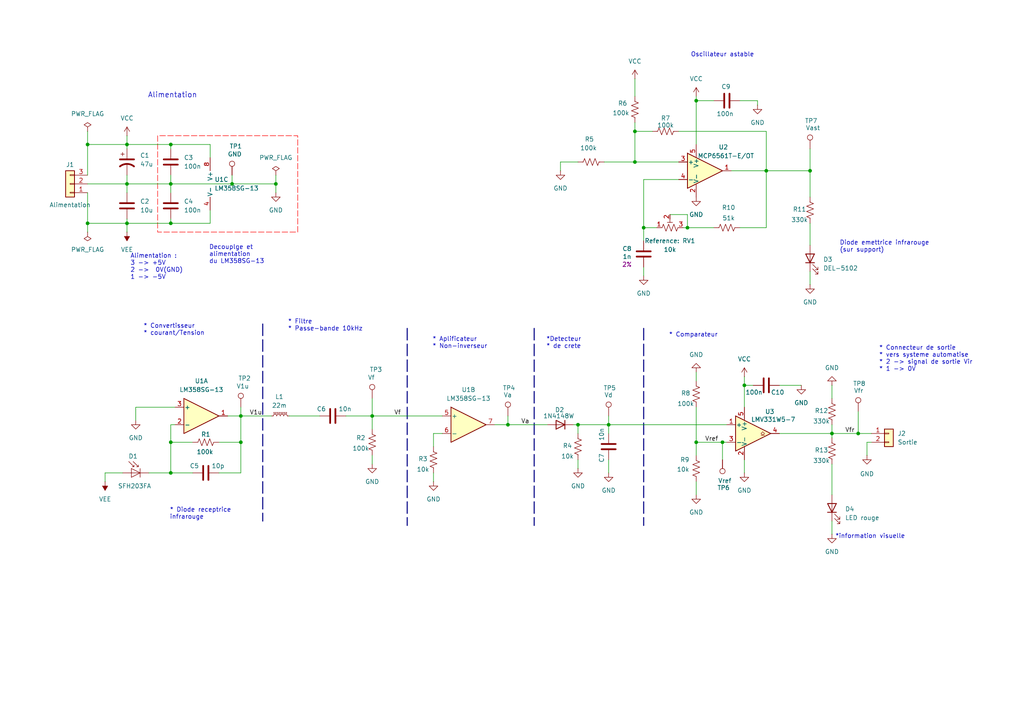
<source format=kicad_sch>
(kicad_sch
	(version 20250114)
	(generator "eeschema")
	(generator_version "9.0")
	(uuid "858bb7ef-8515-4f57-a598-d68e6ec7a54e")
	(paper "A4")
	(title_block
		(title "MiniatureTrainOccupancyDetecteur")
		(date "11/29/2025")
		(rev "1.1")
		(company "HILFE")
		(comment 1 "GHENDZEKO NOUEMSSI Armel.Eng")
		(comment 2 "armelnouemssighendzeko@gmail.com")
	)
	(lib_symbols
		(symbol "Amplifier_Operational:LM358"
			(pin_names
				(offset 0.127)
			)
			(exclude_from_sim no)
			(in_bom yes)
			(on_board yes)
			(property "Reference" "U"
				(at 0 5.08 0)
				(effects
					(font
						(size 1.27 1.27)
					)
					(justify left)
				)
			)
			(property "Value" "LM358"
				(at 0 -5.08 0)
				(effects
					(font
						(size 1.27 1.27)
					)
					(justify left)
				)
			)
			(property "Footprint" ""
				(at 0 0 0)
				(effects
					(font
						(size 1.27 1.27)
					)
					(hide yes)
				)
			)
			(property "Datasheet" "http://www.ti.com/lit/ds/symlink/lm2904-n.pdf"
				(at 0 0 0)
				(effects
					(font
						(size 1.27 1.27)
					)
					(hide yes)
				)
			)
			(property "Description" "Low-Power, Dual Operational Amplifiers, DIP-8/SOIC-8/TO-99-8"
				(at 0 0 0)
				(effects
					(font
						(size 1.27 1.27)
					)
					(hide yes)
				)
			)
			(property "ki_locked" ""
				(at 0 0 0)
				(effects
					(font
						(size 1.27 1.27)
					)
				)
			)
			(property "ki_keywords" "dual opamp"
				(at 0 0 0)
				(effects
					(font
						(size 1.27 1.27)
					)
					(hide yes)
				)
			)
			(property "ki_fp_filters" "SOIC*3.9x4.9mm*P1.27mm* DIP*W7.62mm* TO*99* OnSemi*Micro8* TSSOP*3x3mm*P0.65mm* TSSOP*4.4x3mm*P0.65mm* MSOP*3x3mm*P0.65mm* SSOP*3.9x4.9mm*P0.635mm* LFCSP*2x2mm*P0.5mm* *SIP* SOIC*5.3x6.2mm*P1.27mm*"
				(at 0 0 0)
				(effects
					(font
						(size 1.27 1.27)
					)
					(hide yes)
				)
			)
			(symbol "LM358_1_1"
				(polyline
					(pts
						(xy -5.08 5.08) (xy 5.08 0) (xy -5.08 -5.08) (xy -5.08 5.08)
					)
					(stroke
						(width 0.254)
						(type default)
					)
					(fill
						(type background)
					)
				)
				(pin input line
					(at -7.62 2.54 0)
					(length 2.54)
					(name "+"
						(effects
							(font
								(size 1.27 1.27)
							)
						)
					)
					(number "3"
						(effects
							(font
								(size 1.27 1.27)
							)
						)
					)
				)
				(pin input line
					(at -7.62 -2.54 0)
					(length 2.54)
					(name "-"
						(effects
							(font
								(size 1.27 1.27)
							)
						)
					)
					(number "2"
						(effects
							(font
								(size 1.27 1.27)
							)
						)
					)
				)
				(pin output line
					(at 7.62 0 180)
					(length 2.54)
					(name "~"
						(effects
							(font
								(size 1.27 1.27)
							)
						)
					)
					(number "1"
						(effects
							(font
								(size 1.27 1.27)
							)
						)
					)
				)
			)
			(symbol "LM358_2_1"
				(polyline
					(pts
						(xy -5.08 5.08) (xy 5.08 0) (xy -5.08 -5.08) (xy -5.08 5.08)
					)
					(stroke
						(width 0.254)
						(type default)
					)
					(fill
						(type background)
					)
				)
				(pin input line
					(at -7.62 2.54 0)
					(length 2.54)
					(name "+"
						(effects
							(font
								(size 1.27 1.27)
							)
						)
					)
					(number "5"
						(effects
							(font
								(size 1.27 1.27)
							)
						)
					)
				)
				(pin input line
					(at -7.62 -2.54 0)
					(length 2.54)
					(name "-"
						(effects
							(font
								(size 1.27 1.27)
							)
						)
					)
					(number "6"
						(effects
							(font
								(size 1.27 1.27)
							)
						)
					)
				)
				(pin output line
					(at 7.62 0 180)
					(length 2.54)
					(name "~"
						(effects
							(font
								(size 1.27 1.27)
							)
						)
					)
					(number "7"
						(effects
							(font
								(size 1.27 1.27)
							)
						)
					)
				)
			)
			(symbol "LM358_3_1"
				(pin power_in line
					(at -2.54 7.62 270)
					(length 3.81)
					(name "V+"
						(effects
							(font
								(size 1.27 1.27)
							)
						)
					)
					(number "8"
						(effects
							(font
								(size 1.27 1.27)
							)
						)
					)
				)
				(pin power_in line
					(at -2.54 -7.62 90)
					(length 3.81)
					(name "V-"
						(effects
							(font
								(size 1.27 1.27)
							)
						)
					)
					(number "4"
						(effects
							(font
								(size 1.27 1.27)
							)
						)
					)
				)
			)
			(embedded_fonts no)
		)
		(symbol "Comparator:LMV331"
			(pin_names
				(offset 0.127)
			)
			(exclude_from_sim no)
			(in_bom yes)
			(on_board yes)
			(property "Reference" "U"
				(at 1.27 5.08 0)
				(effects
					(font
						(size 1.27 1.27)
					)
				)
			)
			(property "Value" "LMV331"
				(at 3.81 -5.08 0)
				(effects
					(font
						(size 1.27 1.27)
					)
				)
			)
			(property "Footprint" ""
				(at 0 2.54 0)
				(effects
					(font
						(size 1.27 1.27)
					)
					(hide yes)
				)
			)
			(property "Datasheet" "http://www.ti.com/lit/ds/symlink/lmv331.pdf"
				(at 0 5.08 0)
				(effects
					(font
						(size 1.27 1.27)
					)
					(hide yes)
				)
			)
			(property "Description" "Single General-Purpose Low-Voltage Comparator, SOT-23-5/SC-70-5"
				(at 0 0 0)
				(effects
					(font
						(size 1.27 1.27)
					)
					(hide yes)
				)
			)
			(property "ki_keywords" "single comparator"
				(at 0 0 0)
				(effects
					(font
						(size 1.27 1.27)
					)
					(hide yes)
				)
			)
			(property "ki_fp_filters" "SOT?23* *SC?70*"
				(at 0 0 0)
				(effects
					(font
						(size 1.27 1.27)
					)
					(hide yes)
				)
			)
			(symbol "LMV331_0_1"
				(polyline
					(pts
						(xy -5.08 5.08) (xy 5.08 0) (xy -5.08 -5.08) (xy -5.08 5.08)
					)
					(stroke
						(width 0.254)
						(type default)
					)
					(fill
						(type background)
					)
				)
				(polyline
					(pts
						(xy 3.302 -0.508) (xy 2.794 -0.508) (xy 3.302 0) (xy 2.794 0.508) (xy 2.286 0) (xy 2.794 -0.508)
						(xy 2.286 -0.508)
					)
					(stroke
						(width 0.127)
						(type default)
					)
					(fill
						(type none)
					)
				)
			)
			(symbol "LMV331_1_1"
				(pin input line
					(at -7.62 2.54 0)
					(length 2.54)
					(name "+"
						(effects
							(font
								(size 1.27 1.27)
							)
						)
					)
					(number "1"
						(effects
							(font
								(size 1.27 1.27)
							)
						)
					)
				)
				(pin input line
					(at -7.62 -2.54 0)
					(length 2.54)
					(name "-"
						(effects
							(font
								(size 1.27 1.27)
							)
						)
					)
					(number "3"
						(effects
							(font
								(size 1.27 1.27)
							)
						)
					)
				)
				(pin power_in line
					(at -2.54 7.62 270)
					(length 3.81)
					(name "V+"
						(effects
							(font
								(size 1.27 1.27)
							)
						)
					)
					(number "5"
						(effects
							(font
								(size 1.27 1.27)
							)
						)
					)
				)
				(pin power_in line
					(at -2.54 -7.62 90)
					(length 3.81)
					(name "V-"
						(effects
							(font
								(size 1.27 1.27)
							)
						)
					)
					(number "2"
						(effects
							(font
								(size 1.27 1.27)
							)
						)
					)
				)
				(pin open_collector line
					(at 7.62 0 180)
					(length 2.54)
					(name "~"
						(effects
							(font
								(size 1.27 1.27)
							)
						)
					)
					(number "4"
						(effects
							(font
								(size 1.27 1.27)
							)
						)
					)
				)
			)
			(embedded_fonts no)
		)
		(symbol "Comparator:MCP6561-OT"
			(pin_names
				(offset 0.127)
			)
			(exclude_from_sim no)
			(in_bom yes)
			(on_board yes)
			(property "Reference" "U"
				(at -1.27 6.35 0)
				(effects
					(font
						(size 1.27 1.27)
					)
					(justify left)
				)
			)
			(property "Value" "MCP6561-OT"
				(at -1.27 3.81 0)
				(effects
					(font
						(size 1.27 1.27)
					)
					(justify left)
				)
			)
			(property "Footprint" "Package_TO_SOT_SMD:SOT-23-5"
				(at -2.54 -5.08 0)
				(effects
					(font
						(size 1.27 1.27)
					)
					(justify left)
					(hide yes)
				)
			)
			(property "Datasheet" "http://ww1.microchip.com/downloads/en/DeviceDoc/MCP6561-1R-1U-2-4-1.8V-Low-Power-Push-Pull-Output-Comparator-DS20002139E.pdf"
				(at 0 5.08 0)
				(effects
					(font
						(size 1.27 1.27)
					)
					(hide yes)
				)
			)
			(property "Description" "Single 1.8V Low-Power Push-Pull Output Comparator, SOT-23-5"
				(at 0 0 0)
				(effects
					(font
						(size 1.27 1.27)
					)
					(hide yes)
				)
			)
			(property "ki_keywords" "cmp"
				(at 0 0 0)
				(effects
					(font
						(size 1.27 1.27)
					)
					(hide yes)
				)
			)
			(property "ki_fp_filters" "SOT?23*"
				(at 0 0 0)
				(effects
					(font
						(size 1.27 1.27)
					)
					(hide yes)
				)
			)
			(symbol "MCP6561-OT_0_1"
				(polyline
					(pts
						(xy -5.08 5.08) (xy 5.08 0) (xy -5.08 -5.08) (xy -5.08 5.08)
					)
					(stroke
						(width 0.254)
						(type default)
					)
					(fill
						(type background)
					)
				)
				(pin power_in line
					(at -2.54 7.62 270)
					(length 3.81)
					(name "V+"
						(effects
							(font
								(size 1.27 1.27)
							)
						)
					)
					(number "5"
						(effects
							(font
								(size 1.27 1.27)
							)
						)
					)
				)
				(pin power_in line
					(at -2.54 -7.62 90)
					(length 3.81)
					(name "V-"
						(effects
							(font
								(size 1.27 1.27)
							)
						)
					)
					(number "2"
						(effects
							(font
								(size 1.27 1.27)
							)
						)
					)
				)
			)
			(symbol "MCP6561-OT_1_1"
				(pin input line
					(at -7.62 2.54 0)
					(length 2.54)
					(name "+"
						(effects
							(font
								(size 1.27 1.27)
							)
						)
					)
					(number "3"
						(effects
							(font
								(size 1.27 1.27)
							)
						)
					)
				)
				(pin input line
					(at -7.62 -2.54 0)
					(length 2.54)
					(name "-"
						(effects
							(font
								(size 1.27 1.27)
							)
						)
					)
					(number "4"
						(effects
							(font
								(size 1.27 1.27)
							)
						)
					)
				)
				(pin output line
					(at 7.62 0 180)
					(length 2.54)
					(name "~"
						(effects
							(font
								(size 1.27 1.27)
							)
						)
					)
					(number "1"
						(effects
							(font
								(size 1.27 1.27)
							)
						)
					)
				)
			)
			(embedded_fonts no)
		)
		(symbol "Connector:TestPoint"
			(pin_numbers
				(hide yes)
			)
			(pin_names
				(offset 0.762)
				(hide yes)
			)
			(exclude_from_sim no)
			(in_bom yes)
			(on_board yes)
			(property "Reference" "TP"
				(at 0 6.858 0)
				(effects
					(font
						(size 1.27 1.27)
					)
				)
			)
			(property "Value" "TestPoint"
				(at 0 5.08 0)
				(effects
					(font
						(size 1.27 1.27)
					)
				)
			)
			(property "Footprint" ""
				(at 5.08 0 0)
				(effects
					(font
						(size 1.27 1.27)
					)
					(hide yes)
				)
			)
			(property "Datasheet" "~"
				(at 5.08 0 0)
				(effects
					(font
						(size 1.27 1.27)
					)
					(hide yes)
				)
			)
			(property "Description" "test point"
				(at 0 0 0)
				(effects
					(font
						(size 1.27 1.27)
					)
					(hide yes)
				)
			)
			(property "ki_keywords" "test point tp"
				(at 0 0 0)
				(effects
					(font
						(size 1.27 1.27)
					)
					(hide yes)
				)
			)
			(property "ki_fp_filters" "Pin* Test*"
				(at 0 0 0)
				(effects
					(font
						(size 1.27 1.27)
					)
					(hide yes)
				)
			)
			(symbol "TestPoint_0_1"
				(circle
					(center 0 3.302)
					(radius 0.762)
					(stroke
						(width 0)
						(type default)
					)
					(fill
						(type none)
					)
				)
			)
			(symbol "TestPoint_1_1"
				(pin passive line
					(at 0 0 90)
					(length 2.54)
					(name "1"
						(effects
							(font
								(size 1.27 1.27)
							)
						)
					)
					(number "1"
						(effects
							(font
								(size 1.27 1.27)
							)
						)
					)
				)
			)
			(embedded_fonts no)
		)
		(symbol "Connector_Generic:Conn_01x02"
			(pin_names
				(offset 1.016)
				(hide yes)
			)
			(exclude_from_sim no)
			(in_bom yes)
			(on_board yes)
			(property "Reference" "J"
				(at 0 2.54 0)
				(effects
					(font
						(size 1.27 1.27)
					)
				)
			)
			(property "Value" "Conn_01x02"
				(at 0 -5.08 0)
				(effects
					(font
						(size 1.27 1.27)
					)
				)
			)
			(property "Footprint" ""
				(at 0 0 0)
				(effects
					(font
						(size 1.27 1.27)
					)
					(hide yes)
				)
			)
			(property "Datasheet" "~"
				(at 0 0 0)
				(effects
					(font
						(size 1.27 1.27)
					)
					(hide yes)
				)
			)
			(property "Description" "Generic connector, single row, 01x02, script generated (kicad-library-utils/schlib/autogen/connector/)"
				(at 0 0 0)
				(effects
					(font
						(size 1.27 1.27)
					)
					(hide yes)
				)
			)
			(property "ki_keywords" "connector"
				(at 0 0 0)
				(effects
					(font
						(size 1.27 1.27)
					)
					(hide yes)
				)
			)
			(property "ki_fp_filters" "Connector*:*_1x??_*"
				(at 0 0 0)
				(effects
					(font
						(size 1.27 1.27)
					)
					(hide yes)
				)
			)
			(symbol "Conn_01x02_1_1"
				(rectangle
					(start -1.27 1.27)
					(end 1.27 -3.81)
					(stroke
						(width 0.254)
						(type default)
					)
					(fill
						(type background)
					)
				)
				(rectangle
					(start -1.27 0.127)
					(end 0 -0.127)
					(stroke
						(width 0.1524)
						(type default)
					)
					(fill
						(type none)
					)
				)
				(rectangle
					(start -1.27 -2.413)
					(end 0 -2.667)
					(stroke
						(width 0.1524)
						(type default)
					)
					(fill
						(type none)
					)
				)
				(pin passive line
					(at -5.08 0 0)
					(length 3.81)
					(name "Pin_1"
						(effects
							(font
								(size 1.27 1.27)
							)
						)
					)
					(number "1"
						(effects
							(font
								(size 1.27 1.27)
							)
						)
					)
				)
				(pin passive line
					(at -5.08 -2.54 0)
					(length 3.81)
					(name "Pin_2"
						(effects
							(font
								(size 1.27 1.27)
							)
						)
					)
					(number "2"
						(effects
							(font
								(size 1.27 1.27)
							)
						)
					)
				)
			)
			(embedded_fonts no)
		)
		(symbol "Connector_Generic:Conn_01x03"
			(pin_names
				(offset 1.016)
				(hide yes)
			)
			(exclude_from_sim no)
			(in_bom yes)
			(on_board yes)
			(property "Reference" "J"
				(at 0 5.08 0)
				(effects
					(font
						(size 1.27 1.27)
					)
				)
			)
			(property "Value" "Conn_01x03"
				(at 0 -5.08 0)
				(effects
					(font
						(size 1.27 1.27)
					)
				)
			)
			(property "Footprint" ""
				(at 0 0 0)
				(effects
					(font
						(size 1.27 1.27)
					)
					(hide yes)
				)
			)
			(property "Datasheet" "~"
				(at 0 0 0)
				(effects
					(font
						(size 1.27 1.27)
					)
					(hide yes)
				)
			)
			(property "Description" "Generic connector, single row, 01x03, script generated (kicad-library-utils/schlib/autogen/connector/)"
				(at 0 0 0)
				(effects
					(font
						(size 1.27 1.27)
					)
					(hide yes)
				)
			)
			(property "ki_keywords" "connector"
				(at 0 0 0)
				(effects
					(font
						(size 1.27 1.27)
					)
					(hide yes)
				)
			)
			(property "ki_fp_filters" "Connector*:*_1x??_*"
				(at 0 0 0)
				(effects
					(font
						(size 1.27 1.27)
					)
					(hide yes)
				)
			)
			(symbol "Conn_01x03_1_1"
				(rectangle
					(start -1.27 3.81)
					(end 1.27 -3.81)
					(stroke
						(width 0.254)
						(type default)
					)
					(fill
						(type background)
					)
				)
				(rectangle
					(start -1.27 2.667)
					(end 0 2.413)
					(stroke
						(width 0.1524)
						(type default)
					)
					(fill
						(type none)
					)
				)
				(rectangle
					(start -1.27 0.127)
					(end 0 -0.127)
					(stroke
						(width 0.1524)
						(type default)
					)
					(fill
						(type none)
					)
				)
				(rectangle
					(start -1.27 -2.413)
					(end 0 -2.667)
					(stroke
						(width 0.1524)
						(type default)
					)
					(fill
						(type none)
					)
				)
				(pin passive line
					(at -5.08 2.54 0)
					(length 3.81)
					(name "Pin_1"
						(effects
							(font
								(size 1.27 1.27)
							)
						)
					)
					(number "1"
						(effects
							(font
								(size 1.27 1.27)
							)
						)
					)
				)
				(pin passive line
					(at -5.08 0 0)
					(length 3.81)
					(name "Pin_2"
						(effects
							(font
								(size 1.27 1.27)
							)
						)
					)
					(number "2"
						(effects
							(font
								(size 1.27 1.27)
							)
						)
					)
				)
				(pin passive line
					(at -5.08 -2.54 0)
					(length 3.81)
					(name "Pin_3"
						(effects
							(font
								(size 1.27 1.27)
							)
						)
					)
					(number "3"
						(effects
							(font
								(size 1.27 1.27)
							)
						)
					)
				)
			)
			(embedded_fonts no)
		)
		(symbol "Device:C"
			(pin_numbers
				(hide yes)
			)
			(pin_names
				(offset 0.254)
			)
			(exclude_from_sim no)
			(in_bom yes)
			(on_board yes)
			(property "Reference" "C"
				(at 0.635 2.54 0)
				(effects
					(font
						(size 1.27 1.27)
					)
					(justify left)
				)
			)
			(property "Value" "C"
				(at 0.635 -2.54 0)
				(effects
					(font
						(size 1.27 1.27)
					)
					(justify left)
				)
			)
			(property "Footprint" ""
				(at 0.9652 -3.81 0)
				(effects
					(font
						(size 1.27 1.27)
					)
					(hide yes)
				)
			)
			(property "Datasheet" "~"
				(at 0 0 0)
				(effects
					(font
						(size 1.27 1.27)
					)
					(hide yes)
				)
			)
			(property "Description" "Unpolarized capacitor"
				(at 0 0 0)
				(effects
					(font
						(size 1.27 1.27)
					)
					(hide yes)
				)
			)
			(property "ki_keywords" "cap capacitor"
				(at 0 0 0)
				(effects
					(font
						(size 1.27 1.27)
					)
					(hide yes)
				)
			)
			(property "ki_fp_filters" "C_*"
				(at 0 0 0)
				(effects
					(font
						(size 1.27 1.27)
					)
					(hide yes)
				)
			)
			(symbol "C_0_1"
				(polyline
					(pts
						(xy -2.032 0.762) (xy 2.032 0.762)
					)
					(stroke
						(width 0.508)
						(type default)
					)
					(fill
						(type none)
					)
				)
				(polyline
					(pts
						(xy -2.032 -0.762) (xy 2.032 -0.762)
					)
					(stroke
						(width 0.508)
						(type default)
					)
					(fill
						(type none)
					)
				)
			)
			(symbol "C_1_1"
				(pin passive line
					(at 0 3.81 270)
					(length 2.794)
					(name "~"
						(effects
							(font
								(size 1.27 1.27)
							)
						)
					)
					(number "1"
						(effects
							(font
								(size 1.27 1.27)
							)
						)
					)
				)
				(pin passive line
					(at 0 -3.81 90)
					(length 2.794)
					(name "~"
						(effects
							(font
								(size 1.27 1.27)
							)
						)
					)
					(number "2"
						(effects
							(font
								(size 1.27 1.27)
							)
						)
					)
				)
			)
			(embedded_fonts no)
		)
		(symbol "Device:C_Polarized_US"
			(pin_numbers
				(hide yes)
			)
			(pin_names
				(offset 0.254)
				(hide yes)
			)
			(exclude_from_sim no)
			(in_bom yes)
			(on_board yes)
			(property "Reference" "C"
				(at 0.635 2.54 0)
				(effects
					(font
						(size 1.27 1.27)
					)
					(justify left)
				)
			)
			(property "Value" "C_Polarized_US"
				(at 0.635 -2.54 0)
				(effects
					(font
						(size 1.27 1.27)
					)
					(justify left)
				)
			)
			(property "Footprint" ""
				(at 0 0 0)
				(effects
					(font
						(size 1.27 1.27)
					)
					(hide yes)
				)
			)
			(property "Datasheet" "~"
				(at 0 0 0)
				(effects
					(font
						(size 1.27 1.27)
					)
					(hide yes)
				)
			)
			(property "Description" "Polarized capacitor, US symbol"
				(at 0 0 0)
				(effects
					(font
						(size 1.27 1.27)
					)
					(hide yes)
				)
			)
			(property "ki_keywords" "cap capacitor"
				(at 0 0 0)
				(effects
					(font
						(size 1.27 1.27)
					)
					(hide yes)
				)
			)
			(property "ki_fp_filters" "CP_*"
				(at 0 0 0)
				(effects
					(font
						(size 1.27 1.27)
					)
					(hide yes)
				)
			)
			(symbol "C_Polarized_US_0_1"
				(polyline
					(pts
						(xy -2.032 0.762) (xy 2.032 0.762)
					)
					(stroke
						(width 0.508)
						(type default)
					)
					(fill
						(type none)
					)
				)
				(polyline
					(pts
						(xy -1.778 2.286) (xy -0.762 2.286)
					)
					(stroke
						(width 0)
						(type default)
					)
					(fill
						(type none)
					)
				)
				(polyline
					(pts
						(xy -1.27 1.778) (xy -1.27 2.794)
					)
					(stroke
						(width 0)
						(type default)
					)
					(fill
						(type none)
					)
				)
				(arc
					(start -2.032 -1.27)
					(mid 0 -0.5572)
					(end 2.032 -1.27)
					(stroke
						(width 0.508)
						(type default)
					)
					(fill
						(type none)
					)
				)
			)
			(symbol "C_Polarized_US_1_1"
				(pin passive line
					(at 0 3.81 270)
					(length 2.794)
					(name "~"
						(effects
							(font
								(size 1.27 1.27)
							)
						)
					)
					(number "1"
						(effects
							(font
								(size 1.27 1.27)
							)
						)
					)
				)
				(pin passive line
					(at 0 -3.81 90)
					(length 3.302)
					(name "~"
						(effects
							(font
								(size 1.27 1.27)
							)
						)
					)
					(number "2"
						(effects
							(font
								(size 1.27 1.27)
							)
						)
					)
				)
			)
			(embedded_fonts no)
		)
		(symbol "Device:LED"
			(pin_numbers
				(hide yes)
			)
			(pin_names
				(offset 1.016)
				(hide yes)
			)
			(exclude_from_sim no)
			(in_bom yes)
			(on_board yes)
			(property "Reference" "D"
				(at 0 2.54 0)
				(effects
					(font
						(size 1.27 1.27)
					)
				)
			)
			(property "Value" "LED"
				(at 0 -2.54 0)
				(effects
					(font
						(size 1.27 1.27)
					)
				)
			)
			(property "Footprint" ""
				(at 0 0 0)
				(effects
					(font
						(size 1.27 1.27)
					)
					(hide yes)
				)
			)
			(property "Datasheet" "~"
				(at 0 0 0)
				(effects
					(font
						(size 1.27 1.27)
					)
					(hide yes)
				)
			)
			(property "Description" "Light emitting diode"
				(at 0 0 0)
				(effects
					(font
						(size 1.27 1.27)
					)
					(hide yes)
				)
			)
			(property "Sim.Pins" "1=K 2=A"
				(at 0 0 0)
				(effects
					(font
						(size 1.27 1.27)
					)
					(hide yes)
				)
			)
			(property "ki_keywords" "LED diode"
				(at 0 0 0)
				(effects
					(font
						(size 1.27 1.27)
					)
					(hide yes)
				)
			)
			(property "ki_fp_filters" "LED* LED_SMD:* LED_THT:*"
				(at 0 0 0)
				(effects
					(font
						(size 1.27 1.27)
					)
					(hide yes)
				)
			)
			(symbol "LED_0_1"
				(polyline
					(pts
						(xy -3.048 -0.762) (xy -4.572 -2.286) (xy -3.81 -2.286) (xy -4.572 -2.286) (xy -4.572 -1.524)
					)
					(stroke
						(width 0)
						(type default)
					)
					(fill
						(type none)
					)
				)
				(polyline
					(pts
						(xy -1.778 -0.762) (xy -3.302 -2.286) (xy -2.54 -2.286) (xy -3.302 -2.286) (xy -3.302 -1.524)
					)
					(stroke
						(width 0)
						(type default)
					)
					(fill
						(type none)
					)
				)
				(polyline
					(pts
						(xy -1.27 0) (xy 1.27 0)
					)
					(stroke
						(width 0)
						(type default)
					)
					(fill
						(type none)
					)
				)
				(polyline
					(pts
						(xy -1.27 -1.27) (xy -1.27 1.27)
					)
					(stroke
						(width 0.254)
						(type default)
					)
					(fill
						(type none)
					)
				)
				(polyline
					(pts
						(xy 1.27 -1.27) (xy 1.27 1.27) (xy -1.27 0) (xy 1.27 -1.27)
					)
					(stroke
						(width 0.254)
						(type default)
					)
					(fill
						(type none)
					)
				)
			)
			(symbol "LED_1_1"
				(pin passive line
					(at -3.81 0 0)
					(length 2.54)
					(name "K"
						(effects
							(font
								(size 1.27 1.27)
							)
						)
					)
					(number "1"
						(effects
							(font
								(size 1.27 1.27)
							)
						)
					)
				)
				(pin passive line
					(at 3.81 0 180)
					(length 2.54)
					(name "A"
						(effects
							(font
								(size 1.27 1.27)
							)
						)
					)
					(number "2"
						(effects
							(font
								(size 1.27 1.27)
							)
						)
					)
				)
			)
			(embedded_fonts no)
		)
		(symbol "Device:L_Ferrite_Small"
			(pin_numbers
				(hide yes)
			)
			(pin_names
				(offset 0.254)
				(hide yes)
			)
			(exclude_from_sim no)
			(in_bom yes)
			(on_board yes)
			(property "Reference" "L"
				(at 1.27 1.016 0)
				(effects
					(font
						(size 1.27 1.27)
					)
					(justify left)
				)
			)
			(property "Value" "L_Ferrite_Small"
				(at 1.27 -1.27 0)
				(effects
					(font
						(size 1.27 1.27)
					)
					(justify left)
				)
			)
			(property "Footprint" ""
				(at 0 0 0)
				(effects
					(font
						(size 1.27 1.27)
					)
					(hide yes)
				)
			)
			(property "Datasheet" "~"
				(at 0 0 0)
				(effects
					(font
						(size 1.27 1.27)
					)
					(hide yes)
				)
			)
			(property "Description" "Inductor with ferrite core, small symbol"
				(at 0 0 0)
				(effects
					(font
						(size 1.27 1.27)
					)
					(hide yes)
				)
			)
			(property "ki_keywords" "inductor choke coil reactor magnetic"
				(at 0 0 0)
				(effects
					(font
						(size 1.27 1.27)
					)
					(hide yes)
				)
			)
			(property "ki_fp_filters" "Choke_* *Coil* Inductor_* L_*"
				(at 0 0 0)
				(effects
					(font
						(size 1.27 1.27)
					)
					(hide yes)
				)
			)
			(symbol "L_Ferrite_Small_0_1"
				(arc
					(start 0 2.032)
					(mid 0.5058 1.524)
					(end 0 1.016)
					(stroke
						(width 0)
						(type default)
					)
					(fill
						(type none)
					)
				)
				(arc
					(start 0 1.016)
					(mid 0.5058 0.508)
					(end 0 0)
					(stroke
						(width 0)
						(type default)
					)
					(fill
						(type none)
					)
				)
				(arc
					(start 0 0)
					(mid 0.5058 -0.508)
					(end 0 -1.016)
					(stroke
						(width 0)
						(type default)
					)
					(fill
						(type none)
					)
				)
				(arc
					(start 0 -1.016)
					(mid 0.5058 -1.524)
					(end 0 -2.032)
					(stroke
						(width 0)
						(type default)
					)
					(fill
						(type none)
					)
				)
				(polyline
					(pts
						(xy 0.762 1.651) (xy 0.762 1.905)
					)
					(stroke
						(width 0)
						(type default)
					)
					(fill
						(type none)
					)
				)
				(polyline
					(pts
						(xy 0.762 1.143) (xy 0.762 1.397)
					)
					(stroke
						(width 0)
						(type default)
					)
					(fill
						(type none)
					)
				)
				(polyline
					(pts
						(xy 0.762 0.635) (xy 0.762 0.889)
					)
					(stroke
						(width 0)
						(type default)
					)
					(fill
						(type none)
					)
				)
				(polyline
					(pts
						(xy 0.762 0.127) (xy 0.762 0.381)
					)
					(stroke
						(width 0)
						(type default)
					)
					(fill
						(type none)
					)
				)
				(polyline
					(pts
						(xy 0.762 -0.381) (xy 0.762 -0.127)
					)
					(stroke
						(width 0)
						(type default)
					)
					(fill
						(type none)
					)
				)
				(polyline
					(pts
						(xy 0.762 -0.889) (xy 0.762 -0.635)
					)
					(stroke
						(width 0)
						(type default)
					)
					(fill
						(type none)
					)
				)
				(polyline
					(pts
						(xy 0.762 -1.397) (xy 0.762 -1.143)
					)
					(stroke
						(width 0)
						(type default)
					)
					(fill
						(type none)
					)
				)
				(polyline
					(pts
						(xy 0.762 -1.905) (xy 0.762 -1.651)
					)
					(stroke
						(width 0)
						(type default)
					)
					(fill
						(type none)
					)
				)
				(polyline
					(pts
						(xy 1.016 1.905) (xy 1.016 1.651)
					)
					(stroke
						(width 0)
						(type default)
					)
					(fill
						(type none)
					)
				)
				(polyline
					(pts
						(xy 1.016 1.397) (xy 1.016 1.143)
					)
					(stroke
						(width 0)
						(type default)
					)
					(fill
						(type none)
					)
				)
				(polyline
					(pts
						(xy 1.016 0.889) (xy 1.016 0.635)
					)
					(stroke
						(width 0)
						(type default)
					)
					(fill
						(type none)
					)
				)
				(polyline
					(pts
						(xy 1.016 0.381) (xy 1.016 0.127)
					)
					(stroke
						(width 0)
						(type default)
					)
					(fill
						(type none)
					)
				)
				(polyline
					(pts
						(xy 1.016 -0.127) (xy 1.016 -0.381)
					)
					(stroke
						(width 0)
						(type default)
					)
					(fill
						(type none)
					)
				)
				(polyline
					(pts
						(xy 1.016 -0.635) (xy 1.016 -0.889)
					)
					(stroke
						(width 0)
						(type default)
					)
					(fill
						(type none)
					)
				)
				(polyline
					(pts
						(xy 1.016 -1.143) (xy 1.016 -1.397)
					)
					(stroke
						(width 0)
						(type default)
					)
					(fill
						(type none)
					)
				)
				(polyline
					(pts
						(xy 1.016 -1.651) (xy 1.016 -1.905)
					)
					(stroke
						(width 0)
						(type default)
					)
					(fill
						(type none)
					)
				)
			)
			(symbol "L_Ferrite_Small_1_1"
				(pin passive line
					(at 0 2.54 270)
					(length 0.508)
					(name "~"
						(effects
							(font
								(size 1.27 1.27)
							)
						)
					)
					(number "1"
						(effects
							(font
								(size 1.27 1.27)
							)
						)
					)
				)
				(pin passive line
					(at 0 -2.54 90)
					(length 0.508)
					(name "~"
						(effects
							(font
								(size 1.27 1.27)
							)
						)
					)
					(number "2"
						(effects
							(font
								(size 1.27 1.27)
							)
						)
					)
				)
			)
			(embedded_fonts no)
		)
		(symbol "Device:R_Potentiometer_Trim_US"
			(pin_names
				(offset 1.016)
				(hide yes)
			)
			(exclude_from_sim no)
			(in_bom yes)
			(on_board yes)
			(property "Reference" "RV"
				(at -4.445 0 90)
				(effects
					(font
						(size 1.27 1.27)
					)
				)
			)
			(property "Value" "R_Potentiometer_Trim_US"
				(at -2.54 0 90)
				(effects
					(font
						(size 1.27 1.27)
					)
				)
			)
			(property "Footprint" ""
				(at 0 0 0)
				(effects
					(font
						(size 1.27 1.27)
					)
					(hide yes)
				)
			)
			(property "Datasheet" "~"
				(at 0 0 0)
				(effects
					(font
						(size 1.27 1.27)
					)
					(hide yes)
				)
			)
			(property "Description" "Trim-potentiometer, US symbol"
				(at 0 0 0)
				(effects
					(font
						(size 1.27 1.27)
					)
					(hide yes)
				)
			)
			(property "ki_keywords" "resistor variable trimpot trimmer"
				(at 0 0 0)
				(effects
					(font
						(size 1.27 1.27)
					)
					(hide yes)
				)
			)
			(property "ki_fp_filters" "Potentiometer*"
				(at 0 0 0)
				(effects
					(font
						(size 1.27 1.27)
					)
					(hide yes)
				)
			)
			(symbol "R_Potentiometer_Trim_US_0_1"
				(polyline
					(pts
						(xy 0 2.286) (xy 0 2.54)
					)
					(stroke
						(width 0)
						(type default)
					)
					(fill
						(type none)
					)
				)
				(polyline
					(pts
						(xy 0 2.286) (xy 1.016 1.905) (xy 0 1.524) (xy -1.016 1.143) (xy 0 0.762)
					)
					(stroke
						(width 0)
						(type default)
					)
					(fill
						(type none)
					)
				)
				(polyline
					(pts
						(xy 0 0.762) (xy 1.016 0.381) (xy 0 0) (xy -1.016 -0.381) (xy 0 -0.762)
					)
					(stroke
						(width 0)
						(type default)
					)
					(fill
						(type none)
					)
				)
				(polyline
					(pts
						(xy 0 -0.762) (xy 1.016 -1.143) (xy 0 -1.524) (xy -1.016 -1.905) (xy 0 -2.286)
					)
					(stroke
						(width 0)
						(type default)
					)
					(fill
						(type none)
					)
				)
				(polyline
					(pts
						(xy 0 -2.286) (xy 0 -2.54)
					)
					(stroke
						(width 0)
						(type default)
					)
					(fill
						(type none)
					)
				)
				(polyline
					(pts
						(xy 1.524 0.762) (xy 1.524 -0.762)
					)
					(stroke
						(width 0)
						(type default)
					)
					(fill
						(type none)
					)
				)
				(polyline
					(pts
						(xy 2.54 0) (xy 1.524 0)
					)
					(stroke
						(width 0)
						(type default)
					)
					(fill
						(type none)
					)
				)
			)
			(symbol "R_Potentiometer_Trim_US_1_1"
				(pin passive line
					(at 0 3.81 270)
					(length 1.27)
					(name "1"
						(effects
							(font
								(size 1.27 1.27)
							)
						)
					)
					(number "1"
						(effects
							(font
								(size 1.27 1.27)
							)
						)
					)
				)
				(pin passive line
					(at 0 -3.81 90)
					(length 1.27)
					(name "3"
						(effects
							(font
								(size 1.27 1.27)
							)
						)
					)
					(number "3"
						(effects
							(font
								(size 1.27 1.27)
							)
						)
					)
				)
				(pin passive line
					(at 3.81 0 180)
					(length 1.27)
					(name "2"
						(effects
							(font
								(size 1.27 1.27)
							)
						)
					)
					(number "2"
						(effects
							(font
								(size 1.27 1.27)
							)
						)
					)
				)
			)
			(embedded_fonts no)
		)
		(symbol "Device:R_US"
			(pin_numbers
				(hide yes)
			)
			(pin_names
				(offset 0)
			)
			(exclude_from_sim no)
			(in_bom yes)
			(on_board yes)
			(property "Reference" "R"
				(at 2.54 0 90)
				(effects
					(font
						(size 1.27 1.27)
					)
				)
			)
			(property "Value" "R_US"
				(at -2.54 0 90)
				(effects
					(font
						(size 1.27 1.27)
					)
				)
			)
			(property "Footprint" ""
				(at 1.016 -0.254 90)
				(effects
					(font
						(size 1.27 1.27)
					)
					(hide yes)
				)
			)
			(property "Datasheet" "~"
				(at 0 0 0)
				(effects
					(font
						(size 1.27 1.27)
					)
					(hide yes)
				)
			)
			(property "Description" "Resistor, US symbol"
				(at 0 0 0)
				(effects
					(font
						(size 1.27 1.27)
					)
					(hide yes)
				)
			)
			(property "ki_keywords" "R res resistor"
				(at 0 0 0)
				(effects
					(font
						(size 1.27 1.27)
					)
					(hide yes)
				)
			)
			(property "ki_fp_filters" "R_*"
				(at 0 0 0)
				(effects
					(font
						(size 1.27 1.27)
					)
					(hide yes)
				)
			)
			(symbol "R_US_0_1"
				(polyline
					(pts
						(xy 0 2.286) (xy 0 2.54)
					)
					(stroke
						(width 0)
						(type default)
					)
					(fill
						(type none)
					)
				)
				(polyline
					(pts
						(xy 0 2.286) (xy 1.016 1.905) (xy 0 1.524) (xy -1.016 1.143) (xy 0 0.762)
					)
					(stroke
						(width 0)
						(type default)
					)
					(fill
						(type none)
					)
				)
				(polyline
					(pts
						(xy 0 0.762) (xy 1.016 0.381) (xy 0 0) (xy -1.016 -0.381) (xy 0 -0.762)
					)
					(stroke
						(width 0)
						(type default)
					)
					(fill
						(type none)
					)
				)
				(polyline
					(pts
						(xy 0 -0.762) (xy 1.016 -1.143) (xy 0 -1.524) (xy -1.016 -1.905) (xy 0 -2.286)
					)
					(stroke
						(width 0)
						(type default)
					)
					(fill
						(type none)
					)
				)
				(polyline
					(pts
						(xy 0 -2.286) (xy 0 -2.54)
					)
					(stroke
						(width 0)
						(type default)
					)
					(fill
						(type none)
					)
				)
			)
			(symbol "R_US_1_1"
				(pin passive line
					(at 0 3.81 270)
					(length 1.27)
					(name "~"
						(effects
							(font
								(size 1.27 1.27)
							)
						)
					)
					(number "1"
						(effects
							(font
								(size 1.27 1.27)
							)
						)
					)
				)
				(pin passive line
					(at 0 -3.81 90)
					(length 1.27)
					(name "~"
						(effects
							(font
								(size 1.27 1.27)
							)
						)
					)
					(number "2"
						(effects
							(font
								(size 1.27 1.27)
							)
						)
					)
				)
			)
			(embedded_fonts no)
		)
		(symbol "Diode:1N4148W"
			(pin_numbers
				(hide yes)
			)
			(pin_names
				(hide yes)
			)
			(exclude_from_sim no)
			(in_bom yes)
			(on_board yes)
			(property "Reference" "D"
				(at 0 2.54 0)
				(effects
					(font
						(size 1.27 1.27)
					)
				)
			)
			(property "Value" "1N4148W"
				(at 0 -2.54 0)
				(effects
					(font
						(size 1.27 1.27)
					)
				)
			)
			(property "Footprint" "Diode_SMD:D_SOD-123"
				(at 0 -4.445 0)
				(effects
					(font
						(size 1.27 1.27)
					)
					(hide yes)
				)
			)
			(property "Datasheet" "https://www.vishay.com/docs/85748/1n4148w.pdf"
				(at 0 0 0)
				(effects
					(font
						(size 1.27 1.27)
					)
					(hide yes)
				)
			)
			(property "Description" "75V 0.15A Fast Switching Diode, SOD-123"
				(at 0 0 0)
				(effects
					(font
						(size 1.27 1.27)
					)
					(hide yes)
				)
			)
			(property "Sim.Device" "D"
				(at 0 0 0)
				(effects
					(font
						(size 1.27 1.27)
					)
					(hide yes)
				)
			)
			(property "Sim.Pins" "1=K 2=A"
				(at 0 0 0)
				(effects
					(font
						(size 1.27 1.27)
					)
					(hide yes)
				)
			)
			(property "ki_keywords" "diode"
				(at 0 0 0)
				(effects
					(font
						(size 1.27 1.27)
					)
					(hide yes)
				)
			)
			(property "ki_fp_filters" "D*SOD?123*"
				(at 0 0 0)
				(effects
					(font
						(size 1.27 1.27)
					)
					(hide yes)
				)
			)
			(symbol "1N4148W_0_1"
				(polyline
					(pts
						(xy -1.27 1.27) (xy -1.27 -1.27)
					)
					(stroke
						(width 0.254)
						(type default)
					)
					(fill
						(type none)
					)
				)
				(polyline
					(pts
						(xy 1.27 1.27) (xy 1.27 -1.27) (xy -1.27 0) (xy 1.27 1.27)
					)
					(stroke
						(width 0.254)
						(type default)
					)
					(fill
						(type none)
					)
				)
				(polyline
					(pts
						(xy 1.27 0) (xy -1.27 0)
					)
					(stroke
						(width 0)
						(type default)
					)
					(fill
						(type none)
					)
				)
			)
			(symbol "1N4148W_1_1"
				(pin passive line
					(at -3.81 0 0)
					(length 2.54)
					(name "K"
						(effects
							(font
								(size 1.27 1.27)
							)
						)
					)
					(number "1"
						(effects
							(font
								(size 1.27 1.27)
							)
						)
					)
				)
				(pin passive line
					(at 3.81 0 180)
					(length 2.54)
					(name "A"
						(effects
							(font
								(size 1.27 1.27)
							)
						)
					)
					(number "2"
						(effects
							(font
								(size 1.27 1.27)
							)
						)
					)
				)
			)
			(embedded_fonts no)
		)
		(symbol "Sensor_Optical:SFH203FA"
			(pin_numbers
				(hide yes)
			)
			(pin_names
				(hide yes)
			)
			(exclude_from_sim no)
			(in_bom yes)
			(on_board yes)
			(property "Reference" "D"
				(at 0.508 1.778 0)
				(effects
					(font
						(size 1.27 1.27)
					)
					(justify left)
				)
			)
			(property "Value" "SFH203FA"
				(at -1.016 -2.794 0)
				(effects
					(font
						(size 1.27 1.27)
					)
				)
			)
			(property "Footprint" "LED_THT:LED_D5.0mm_IRGrey"
				(at 0 4.445 0)
				(effects
					(font
						(size 1.27 1.27)
					)
					(hide yes)
				)
			)
			(property "Datasheet" "http://www.osram-os.com/Graphics/XPic9/00101656_0.pdf/SFH%20203,%20SFH%20203%20FA,%20Lead%20(Pb)%20Free%20Product%20-%20RoHS%20Compliant.pdf"
				(at -1.27 0 0)
				(effects
					(font
						(size 1.27 1.27)
					)
					(hide yes)
				)
			)
			(property "Description" "Silicon PIN Photodiode with Daylight Blocking Filter"
				(at 0 0 0)
				(effects
					(font
						(size 1.27 1.27)
					)
					(hide yes)
				)
			)
			(property "ki_keywords" "PIN photodiode IR"
				(at 0 0 0)
				(effects
					(font
						(size 1.27 1.27)
					)
					(hide yes)
				)
			)
			(property "ki_fp_filters" "LED*D5.0mm*IRGrey*"
				(at 0 0 0)
				(effects
					(font
						(size 1.27 1.27)
					)
					(hide yes)
				)
			)
			(symbol "SFH203FA_0_1"
				(polyline
					(pts
						(xy -2.54 1.27) (xy -2.54 -1.27)
					)
					(stroke
						(width 0.1524)
						(type default)
					)
					(fill
						(type none)
					)
				)
				(polyline
					(pts
						(xy -2.54 0) (xy 0 0)
					)
					(stroke
						(width 0)
						(type default)
					)
					(fill
						(type none)
					)
				)
				(polyline
					(pts
						(xy -2.032 1.778) (xy -1.524 1.778)
					)
					(stroke
						(width 0)
						(type default)
					)
					(fill
						(type none)
					)
				)
				(polyline
					(pts
						(xy -0.508 3.302) (xy -2.032 1.778) (xy -2.032 2.286)
					)
					(stroke
						(width 0)
						(type default)
					)
					(fill
						(type none)
					)
				)
				(polyline
					(pts
						(xy 0 1.27) (xy -2.54 0) (xy 0 -1.27)
					)
					(stroke
						(width 0)
						(type default)
					)
					(fill
						(type none)
					)
				)
				(polyline
					(pts
						(xy 0 -1.27) (xy 0 1.27)
					)
					(stroke
						(width 0)
						(type default)
					)
					(fill
						(type none)
					)
				)
				(polyline
					(pts
						(xy 0.762 3.302) (xy -0.762 1.778) (xy -0.762 2.286) (xy -0.762 1.778) (xy -0.254 1.778)
					)
					(stroke
						(width 0)
						(type default)
					)
					(fill
						(type none)
					)
				)
			)
			(symbol "SFH203FA_1_1"
				(pin passive line
					(at -5.08 0 0)
					(length 2.54)
					(name "K"
						(effects
							(font
								(size 1.27 1.27)
							)
						)
					)
					(number "1"
						(effects
							(font
								(size 1.27 1.27)
							)
						)
					)
				)
				(pin passive line
					(at 2.54 0 180)
					(length 2.54)
					(name "A"
						(effects
							(font
								(size 1.27 1.27)
							)
						)
					)
					(number "2"
						(effects
							(font
								(size 1.27 1.27)
							)
						)
					)
				)
			)
			(embedded_fonts no)
		)
		(symbol "power:GND"
			(power)
			(pin_numbers
				(hide yes)
			)
			(pin_names
				(offset 0)
				(hide yes)
			)
			(exclude_from_sim no)
			(in_bom yes)
			(on_board yes)
			(property "Reference" "#PWR"
				(at 0 -6.35 0)
				(effects
					(font
						(size 1.27 1.27)
					)
					(hide yes)
				)
			)
			(property "Value" "GND"
				(at 0 -3.81 0)
				(effects
					(font
						(size 1.27 1.27)
					)
				)
			)
			(property "Footprint" ""
				(at 0 0 0)
				(effects
					(font
						(size 1.27 1.27)
					)
					(hide yes)
				)
			)
			(property "Datasheet" ""
				(at 0 0 0)
				(effects
					(font
						(size 1.27 1.27)
					)
					(hide yes)
				)
			)
			(property "Description" "Power symbol creates a global label with name \"GND\" , ground"
				(at 0 0 0)
				(effects
					(font
						(size 1.27 1.27)
					)
					(hide yes)
				)
			)
			(property "ki_keywords" "global power"
				(at 0 0 0)
				(effects
					(font
						(size 1.27 1.27)
					)
					(hide yes)
				)
			)
			(symbol "GND_0_1"
				(polyline
					(pts
						(xy 0 0) (xy 0 -1.27) (xy 1.27 -1.27) (xy 0 -2.54) (xy -1.27 -1.27) (xy 0 -1.27)
					)
					(stroke
						(width 0)
						(type default)
					)
					(fill
						(type none)
					)
				)
			)
			(symbol "GND_1_1"
				(pin power_in line
					(at 0 0 270)
					(length 0)
					(name "~"
						(effects
							(font
								(size 1.27 1.27)
							)
						)
					)
					(number "1"
						(effects
							(font
								(size 1.27 1.27)
							)
						)
					)
				)
			)
			(embedded_fonts no)
		)
		(symbol "power:PWR_FLAG"
			(power)
			(pin_numbers
				(hide yes)
			)
			(pin_names
				(offset 0)
				(hide yes)
			)
			(exclude_from_sim no)
			(in_bom yes)
			(on_board yes)
			(property "Reference" "#FLG"
				(at 0 1.905 0)
				(effects
					(font
						(size 1.27 1.27)
					)
					(hide yes)
				)
			)
			(property "Value" "PWR_FLAG"
				(at 0 3.81 0)
				(effects
					(font
						(size 1.27 1.27)
					)
				)
			)
			(property "Footprint" ""
				(at 0 0 0)
				(effects
					(font
						(size 1.27 1.27)
					)
					(hide yes)
				)
			)
			(property "Datasheet" "~"
				(at 0 0 0)
				(effects
					(font
						(size 1.27 1.27)
					)
					(hide yes)
				)
			)
			(property "Description" "Special symbol for telling ERC where power comes from"
				(at 0 0 0)
				(effects
					(font
						(size 1.27 1.27)
					)
					(hide yes)
				)
			)
			(property "ki_keywords" "flag power"
				(at 0 0 0)
				(effects
					(font
						(size 1.27 1.27)
					)
					(hide yes)
				)
			)
			(symbol "PWR_FLAG_0_0"
				(pin power_out line
					(at 0 0 90)
					(length 0)
					(name "~"
						(effects
							(font
								(size 1.27 1.27)
							)
						)
					)
					(number "1"
						(effects
							(font
								(size 1.27 1.27)
							)
						)
					)
				)
			)
			(symbol "PWR_FLAG_0_1"
				(polyline
					(pts
						(xy 0 0) (xy 0 1.27) (xy -1.016 1.905) (xy 0 2.54) (xy 1.016 1.905) (xy 0 1.27)
					)
					(stroke
						(width 0)
						(type default)
					)
					(fill
						(type none)
					)
				)
			)
			(embedded_fonts no)
		)
		(symbol "power:VCC"
			(power)
			(pin_numbers
				(hide yes)
			)
			(pin_names
				(offset 0)
				(hide yes)
			)
			(exclude_from_sim no)
			(in_bom yes)
			(on_board yes)
			(property "Reference" "#PWR"
				(at 0 -3.81 0)
				(effects
					(font
						(size 1.27 1.27)
					)
					(hide yes)
				)
			)
			(property "Value" "VCC"
				(at 0 3.556 0)
				(effects
					(font
						(size 1.27 1.27)
					)
				)
			)
			(property "Footprint" ""
				(at 0 0 0)
				(effects
					(font
						(size 1.27 1.27)
					)
					(hide yes)
				)
			)
			(property "Datasheet" ""
				(at 0 0 0)
				(effects
					(font
						(size 1.27 1.27)
					)
					(hide yes)
				)
			)
			(property "Description" "Power symbol creates a global label with name \"VCC\""
				(at 0 0 0)
				(effects
					(font
						(size 1.27 1.27)
					)
					(hide yes)
				)
			)
			(property "ki_keywords" "global power"
				(at 0 0 0)
				(effects
					(font
						(size 1.27 1.27)
					)
					(hide yes)
				)
			)
			(symbol "VCC_0_1"
				(polyline
					(pts
						(xy -0.762 1.27) (xy 0 2.54)
					)
					(stroke
						(width 0)
						(type default)
					)
					(fill
						(type none)
					)
				)
				(polyline
					(pts
						(xy 0 2.54) (xy 0.762 1.27)
					)
					(stroke
						(width 0)
						(type default)
					)
					(fill
						(type none)
					)
				)
				(polyline
					(pts
						(xy 0 0) (xy 0 2.54)
					)
					(stroke
						(width 0)
						(type default)
					)
					(fill
						(type none)
					)
				)
			)
			(symbol "VCC_1_1"
				(pin power_in line
					(at 0 0 90)
					(length 0)
					(name "~"
						(effects
							(font
								(size 1.27 1.27)
							)
						)
					)
					(number "1"
						(effects
							(font
								(size 1.27 1.27)
							)
						)
					)
				)
			)
			(embedded_fonts no)
		)
		(symbol "power:VEE"
			(power)
			(pin_numbers
				(hide yes)
			)
			(pin_names
				(offset 0)
				(hide yes)
			)
			(exclude_from_sim no)
			(in_bom yes)
			(on_board yes)
			(property "Reference" "#PWR"
				(at 0 -3.81 0)
				(effects
					(font
						(size 1.27 1.27)
					)
					(hide yes)
				)
			)
			(property "Value" "VEE"
				(at 0 3.556 0)
				(effects
					(font
						(size 1.27 1.27)
					)
				)
			)
			(property "Footprint" ""
				(at 0 0 0)
				(effects
					(font
						(size 1.27 1.27)
					)
					(hide yes)
				)
			)
			(property "Datasheet" ""
				(at 0 0 0)
				(effects
					(font
						(size 1.27 1.27)
					)
					(hide yes)
				)
			)
			(property "Description" "Power symbol creates a global label with name \"VEE\""
				(at 0 0 0)
				(effects
					(font
						(size 1.27 1.27)
					)
					(hide yes)
				)
			)
			(property "ki_keywords" "global power"
				(at 0 0 0)
				(effects
					(font
						(size 1.27 1.27)
					)
					(hide yes)
				)
			)
			(symbol "VEE_0_1"
				(polyline
					(pts
						(xy 0 0) (xy 0 2.54)
					)
					(stroke
						(width 0)
						(type default)
					)
					(fill
						(type none)
					)
				)
				(polyline
					(pts
						(xy 0.762 1.27) (xy -0.762 1.27) (xy 0 2.54) (xy 0.762 1.27)
					)
					(stroke
						(width 0)
						(type default)
					)
					(fill
						(type outline)
					)
				)
			)
			(symbol "VEE_1_1"
				(pin power_in line
					(at 0 0 90)
					(length 0)
					(name "~"
						(effects
							(font
								(size 1.27 1.27)
							)
						)
					)
					(number "1"
						(effects
							(font
								(size 1.27 1.27)
							)
						)
					)
				)
			)
			(embedded_fonts no)
		)
	)
	(text "Alimentation"
		(exclude_from_sim no)
		(at 50.038 27.686 0)
		(effects
			(font
				(size 1.524 1.524)
			)
		)
		(uuid "33903099-a030-4ddc-8686-a6de56cbe3d9")
	)
	(text_box "* Diode receptrice infrarouge"
		(exclude_from_sim no)
		(at 48.26 146.05 0)
		(size 27.94 12.7)
		(margins 0.9525 0.9525 0.9525 0.9525)
		(stroke
			(width -0.0001)
			(type solid)
		)
		(fill
			(type none)
		)
		(effects
			(font
				(size 1.27 1.27)
			)
			(justify left top)
		)
		(uuid "14d9d6ef-8a05-46a8-88d3-24c370b2e1ca")
	)
	(text_box "Decouplge et \nalimentation \ndu LM358SG-13"
		(exclude_from_sim no)
		(at 59.69 69.85 0)
		(size 19.05 7.62)
		(margins 0.9525 0.9525 0.9525 0.9525)
		(stroke
			(width -0.0001)
			(type solid)
		)
		(fill
			(type none)
		)
		(effects
			(font
				(size 1.27 1.27)
			)
			(justify left top)
		)
		(uuid "4389e43a-776e-44e9-9b80-424d76416266")
	)
	(text_box "*information visuelle"
		(exclude_from_sim no)
		(at 241.3 153.67 0)
		(size 27.94 5.08)
		(margins 0.9525 0.9525 0.9525 0.9525)
		(stroke
			(width -0.0001)
			(type solid)
		)
		(fill
			(type none)
		)
		(effects
			(font
				(size 1.27 1.27)
			)
			(justify left top)
		)
		(uuid "53f3a200-35c7-495b-b534-550ee5c37f55")
	)
	(text_box ""
		(exclude_from_sim no)
		(at 63.5 95.25 0)
		(size 1.27 1.27)
		(margins 0.9525 0.9525 0.9525 0.9525)
		(stroke
			(width -0.0001)
			(type solid)
		)
		(fill
			(type none)
		)
		(effects
			(font
				(size 1.27 1.27)
			)
			(justify left top)
		)
		(uuid "57cced81-77e5-443f-8498-b9c42382635c")
	)
	(text_box "Diode emettrice infrarouge\n(sur support)"
		(exclude_from_sim no)
		(at 242.57 68.58 0)
		(size 30.48 6.35)
		(margins 0.9525 0.9525 0.9525 0.9525)
		(stroke
			(width -0.0001)
			(type solid)
		)
		(fill
			(type none)
		)
		(effects
			(font
				(size 1.27 1.27)
			)
			(justify left top)
		)
		(uuid "69dca458-0494-495d-b663-041f8ba3a657")
	)
	(text_box "* Comparateur"
		(exclude_from_sim no)
		(at 193.04 95.25 0)
		(size 27.94 6.35)
		(margins 0.9525 0.9525 0.9525 0.9525)
		(stroke
			(width -0.0001)
			(type solid)
		)
		(fill
			(type none)
		)
		(effects
			(font
				(size 1.27 1.27)
			)
			(justify left top)
		)
		(uuid "8b284e91-2a6e-4ed6-97bc-c18f4a0fb9e1")
	)
	(text_box "*Detecteur\n* de crete"
		(exclude_from_sim no)
		(at 157.48 96.52 0)
		(size 27.94 12.7)
		(margins 0.9525 0.9525 0.9525 0.9525)
		(stroke
			(width -0.0001)
			(type solid)
		)
		(fill
			(type none)
		)
		(effects
			(font
				(size 1.27 1.27)
			)
			(justify left top)
		)
		(uuid "8d16ec63-421d-4b64-bbcf-3c107e9043c9")
	)
	(text_box "* Convertisseur \n* courant/Tension"
		(exclude_from_sim no)
		(at 40.64 92.71 0)
		(size 27.94 12.7)
		(margins 0.9525 0.9525 0.9525 0.9525)
		(stroke
			(width -0.0001)
			(type solid)
		)
		(fill
			(type none)
		)
		(effects
			(font
				(size 1.27 1.27)
			)
			(justify left top)
		)
		(uuid "8f8340b9-aa36-4207-ae20-c7f5c2a18476")
	)
	(text_box ""
		(exclude_from_sim no)
		(at 57.15 92.71 0)
		(size 20.32 69.85)
		(margins 0.9525 0.9525 0.9525 0.9525)
		(stroke
			(width -0.0001)
			(type solid)
		)
		(fill
			(type none)
		)
		(effects
			(font
				(size 1.27 1.27)
			)
			(justify left top)
		)
		(uuid "a226ee0e-7a79-4cd9-99a1-a7c2fdd0d098")
	)
	(text_box ""
		(exclude_from_sim no)
		(at 66.04 102.87 0)
		(size 0 0)
		(margins 0.9525 0.9525 0.9525 0.9525)
		(stroke
			(width -0.0001)
			(type solid)
		)
		(fill
			(type none)
		)
		(effects
			(font
				(size 1.27 1.27)
			)
			(justify left top)
		)
		(uuid "a886066b-4364-4f02-8c7b-9e230ca0f8b7")
	)
	(text_box "Alimentation :\n3 -> +5V\n2 ->  0V(GND)\n1 -> -5V"
		(exclude_from_sim no)
		(at 36.83 72.39 0)
		(size 26.67 10.16)
		(margins 0.9525 0.9525 0.9525 0.9525)
		(stroke
			(width -0.0001)
			(type solid)
		)
		(fill
			(type none)
		)
		(effects
			(font
				(size 1.27 1.27)
			)
			(justify left top)
		)
		(uuid "bc432193-1bff-4360-b4c7-7b0b82eeae53")
	)
	(text_box "* Filtre\n* Passe-bande 10kHz"
		(exclude_from_sim no)
		(at 82.55 91.44 0)
		(size 27.94 12.7)
		(margins 0.9525 0.9525 0.9525 0.9525)
		(stroke
			(width -0.0001)
			(type solid)
		)
		(fill
			(type none)
		)
		(effects
			(font
				(size 1.27 1.27)
			)
			(justify left top)
		)
		(uuid "bc94ac0d-2ef7-4258-b8c1-87ecc029e450")
	)
	(text_box "* Aplificateur\n* Non-inverseur"
		(exclude_from_sim no)
		(at 124.46 96.52 0)
		(size 27.94 12.7)
		(margins 0.9525 0.9525 0.9525 0.9525)
		(stroke
			(width -0.0001)
			(type solid)
		)
		(fill
			(type none)
		)
		(effects
			(font
				(size 1.27 1.27)
			)
			(justify left top)
		)
		(uuid "be4cb691-c9ca-413d-a1c2-96bdcf193b32")
	)
	(text_box "Oscillateur astable\n"
		(exclude_from_sim no)
		(at 199.39 13.97 0)
		(size 30.48 3.81)
		(margins 0.9525 0.9525 0.9525 0.9525)
		(stroke
			(width -0.0001)
			(type solid)
		)
		(fill
			(type none)
		)
		(effects
			(font
				(size 1.27 1.27)
			)
			(justify left top)
		)
		(uuid "cb4dc09a-c4e1-4cc0-9a97-ee5620aace22")
	)
	(text_box "* Connecteur de sortie\n* vers systeme automatise \n* 2 -> signal de sortie Vir\n* 1 -> 0V"
		(exclude_from_sim no)
		(at 254 99.06 0)
		(size 30.48 12.7)
		(margins 0.9525 0.9525 0.9525 0.9525)
		(stroke
			(width -0.0001)
			(type solid)
		)
		(fill
			(type none)
		)
		(effects
			(font
				(size 1.27 1.27)
			)
			(justify left top)
		)
		(uuid "d0bb0fa7-4211-4f7c-90ee-20b207c166cf")
	)
	(junction
		(at 25.4 41.91)
		(diameter 0)
		(color 0 0 0 0)
		(uuid "108f4e6f-1669-436b-af16-7c30ed41136f")
	)
	(junction
		(at 209.55 128.27)
		(diameter 0)
		(color 0 0 0 0)
		(uuid "125b8b71-b1d1-46a2-8a12-e22c8a0005b7")
	)
	(junction
		(at 49.53 64.77)
		(diameter 0)
		(color 0 0 0 0)
		(uuid "128483e1-1b32-4b2b-b292-09aa49bf4567")
	)
	(junction
		(at 49.53 41.91)
		(diameter 0)
		(color 0 0 0 0)
		(uuid "27a32189-20a1-4aec-99c6-1c7e79826d4d")
	)
	(junction
		(at 186.69 66.04)
		(diameter 0)
		(color 0 0 0 0)
		(uuid "2e43777a-1ba3-439a-a3aa-62fcb7be47c5")
	)
	(junction
		(at 36.83 64.77)
		(diameter 0)
		(color 0 0 0 0)
		(uuid "34735181-c26e-4ff0-b959-96e4052146e9")
	)
	(junction
		(at 49.53 137.16)
		(diameter 0)
		(color 0 0 0 0)
		(uuid "492cf41f-85eb-495f-9e5a-92e821ff7085")
	)
	(junction
		(at 36.83 53.34)
		(diameter 0)
		(color 0 0 0 0)
		(uuid "5931a6de-4736-4811-9386-3d10ba4ae644")
	)
	(junction
		(at 222.25 49.53)
		(diameter 0)
		(color 0 0 0 0)
		(uuid "5fe6e1fc-0fcf-4d73-8b7d-752ed56ef8a6")
	)
	(junction
		(at 176.53 123.19)
		(diameter 0)
		(color 0 0 0 0)
		(uuid "60d6a900-12ea-4ccb-ab4b-8e6476db1ef4")
	)
	(junction
		(at 201.93 128.27)
		(diameter 0)
		(color 0 0 0 0)
		(uuid "6416e5ee-de8f-4c41-ae93-aab6ff34a8d7")
	)
	(junction
		(at 234.95 49.53)
		(diameter 0)
		(color 0 0 0 0)
		(uuid "72a82c9d-522e-4bfa-b86b-f9c21d8028f7")
	)
	(junction
		(at 69.85 120.65)
		(diameter 0)
		(color 0 0 0 0)
		(uuid "7ff37593-29cf-44c5-9d05-593707370f99")
	)
	(junction
		(at 36.83 41.91)
		(diameter 0)
		(color 0 0 0 0)
		(uuid "82bca8a3-fc87-404a-a81c-8ecd3a76475f")
	)
	(junction
		(at 147.32 123.19)
		(diameter 0)
		(color 0 0 0 0)
		(uuid "8a8e8f97-efac-4e51-859b-9585dda1c716")
	)
	(junction
		(at 107.95 120.65)
		(diameter 0)
		(color 0 0 0 0)
		(uuid "8d950f61-8350-4407-bf03-0b003482607c")
	)
	(junction
		(at 241.3 125.73)
		(diameter 0)
		(color 0 0 0 0)
		(uuid "99be2138-0693-4f6b-a820-ee287b29533c")
	)
	(junction
		(at 69.85 128.27)
		(diameter 0)
		(color 0 0 0 0)
		(uuid "9d14d85d-69b0-479f-a350-544c2122cd9c")
	)
	(junction
		(at 49.53 53.34)
		(diameter 0)
		(color 0 0 0 0)
		(uuid "a5388d60-a56b-48e6-8e92-4fe6dca0c5fa")
	)
	(junction
		(at 201.93 29.21)
		(diameter 0)
		(color 0 0 0 0)
		(uuid "b58c9a7c-6c34-4bb1-8d6e-acc6dcb0fd10")
	)
	(junction
		(at 248.92 125.73)
		(diameter 0)
		(color 0 0 0 0)
		(uuid "b908599f-2147-473a-b38e-044aed41c7d2")
	)
	(junction
		(at 25.4 64.77)
		(diameter 0)
		(color 0 0 0 0)
		(uuid "bf893b7f-06f1-4ada-9d3e-ecedb27d23f6")
	)
	(junction
		(at 67.31 53.34)
		(diameter 0)
		(color 0 0 0 0)
		(uuid "d241579e-1f7d-42a1-8ca2-f401fb101c15")
	)
	(junction
		(at 80.01 53.34)
		(diameter 0)
		(color 0 0 0 0)
		(uuid "df309a38-b076-4e7e-bc9b-cbec5072d45c")
	)
	(junction
		(at 215.9 111.76)
		(diameter 0)
		(color 0 0 0 0)
		(uuid "e6dd5393-63bd-4121-9dca-87235e7bd882")
	)
	(junction
		(at 184.15 46.99)
		(diameter 0)
		(color 0 0 0 0)
		(uuid "e7ee8b21-1a5b-42e0-bb33-141370725f10")
	)
	(junction
		(at 167.64 123.19)
		(diameter 0)
		(color 0 0 0 0)
		(uuid "eaff8397-1957-4c1a-9d0c-7e23bf399b22")
	)
	(junction
		(at 49.53 128.27)
		(diameter 0)
		(color 0 0 0 0)
		(uuid "f2743e56-7060-4bf7-baff-407280eaf439")
	)
	(junction
		(at 184.15 38.1)
		(diameter 0)
		(color 0 0 0 0)
		(uuid "f8ac1042-c1d2-4e47-a023-56a55f008c82")
	)
	(junction
		(at 199.39 66.04)
		(diameter 0)
		(color 0 0 0 0)
		(uuid "ffe3419e-f83e-4662-8765-cf8b7813453a")
	)
	(wire
		(pts
			(xy 176.53 123.19) (xy 210.82 123.19)
		)
		(stroke
			(width 0)
			(type default)
		)
		(uuid "0199eb35-ae67-4daf-8e1d-b8859ef50bdd")
	)
	(wire
		(pts
			(xy 107.95 132.08) (xy 107.95 134.62)
		)
		(stroke
			(width 0)
			(type default)
		)
		(uuid "03f334c6-2b70-43a5-8f3b-0f3214d2791f")
	)
	(wire
		(pts
			(xy 125.73 137.16) (xy 125.73 139.7)
		)
		(stroke
			(width 0)
			(type default)
		)
		(uuid "05ad7d5d-2005-4952-99a2-1713c1d1bf4d")
	)
	(wire
		(pts
			(xy 167.64 133.35) (xy 167.64 135.89)
		)
		(stroke
			(width 0)
			(type default)
		)
		(uuid "0a2e1883-4cb5-4418-99a8-b1ace33893ba")
	)
	(wire
		(pts
			(xy 49.53 50.8) (xy 49.53 53.34)
		)
		(stroke
			(width 0)
			(type default)
		)
		(uuid "0a3cb176-404f-4c9d-b764-45e9a6d5c2c4")
	)
	(wire
		(pts
			(xy 215.9 109.22) (xy 215.9 111.76)
		)
		(stroke
			(width 0)
			(type default)
		)
		(uuid "0e39c496-2b7c-4f5e-a177-24bf5995e77d")
	)
	(wire
		(pts
			(xy 25.4 38.1) (xy 25.4 41.91)
		)
		(stroke
			(width 0)
			(type default)
		)
		(uuid "0ebe96fa-b92d-42eb-8176-b370904ed0fb")
	)
	(wire
		(pts
			(xy 214.63 29.21) (xy 219.71 29.21)
		)
		(stroke
			(width 0)
			(type default)
		)
		(uuid "0f1c91ed-0fb9-4778-82bc-c11f0e7b297c")
	)
	(wire
		(pts
			(xy 147.32 123.19) (xy 158.75 123.19)
		)
		(stroke
			(width 0)
			(type default)
		)
		(uuid "0f97c6d0-b487-4a21-b161-26085089ee0e")
	)
	(wire
		(pts
			(xy 69.85 120.65) (xy 78.74 120.65)
		)
		(stroke
			(width 0)
			(type default)
		)
		(uuid "0fcc5e47-3074-4b6b-b72c-33693798671b")
	)
	(wire
		(pts
			(xy 214.63 66.04) (xy 222.25 66.04)
		)
		(stroke
			(width 0)
			(type default)
		)
		(uuid "1065cf04-ed26-4276-9b04-65cac749c8da")
	)
	(wire
		(pts
			(xy 30.48 137.16) (xy 35.56 137.16)
		)
		(stroke
			(width 0)
			(type default)
		)
		(uuid "13b09707-92fa-4baa-98e2-634175ed4e6c")
	)
	(wire
		(pts
			(xy 222.25 49.53) (xy 234.95 49.53)
		)
		(stroke
			(width 0)
			(type default)
		)
		(uuid "14dfcd7f-7177-46a8-91f4-f42367f4de50")
	)
	(wire
		(pts
			(xy 60.96 45.72) (xy 60.96 41.91)
		)
		(stroke
			(width 0)
			(type default)
		)
		(uuid "15d2742b-e85a-4bed-92c0-1966824ff1cf")
	)
	(wire
		(pts
			(xy 67.31 50.8) (xy 67.31 53.34)
		)
		(stroke
			(width 0)
			(type default)
		)
		(uuid "16594706-e1ee-4f12-92dd-c7b6474ae3e9")
	)
	(wire
		(pts
			(xy 241.3 134.62) (xy 241.3 143.51)
		)
		(stroke
			(width 0)
			(type default)
		)
		(uuid "17c5617d-9225-4dec-9223-1c81f8d23546")
	)
	(wire
		(pts
			(xy 222.25 38.1) (xy 222.25 49.53)
		)
		(stroke
			(width 0)
			(type default)
		)
		(uuid "18d0a3e7-5694-44f1-8414-8694b6ad24ec")
	)
	(wire
		(pts
			(xy 107.95 115.57) (xy 107.95 120.65)
		)
		(stroke
			(width 0)
			(type default)
		)
		(uuid "1a629220-6f1d-4b89-9c22-bae49e44f029")
	)
	(wire
		(pts
			(xy 63.5 137.16) (xy 69.85 137.16)
		)
		(stroke
			(width 0)
			(type default)
		)
		(uuid "1a6c6825-ff5d-45df-90e1-4d537cb2c82d")
	)
	(wire
		(pts
			(xy 219.71 29.21) (xy 219.71 30.48)
		)
		(stroke
			(width 0)
			(type default)
		)
		(uuid "1d1d8fd6-c0a8-465b-b7ae-4e0c76ebe797")
	)
	(wire
		(pts
			(xy 186.69 52.07) (xy 186.69 66.04)
		)
		(stroke
			(width 0)
			(type default)
		)
		(uuid "1d84186c-9ac8-4b3b-9278-91f9907313ef")
	)
	(wire
		(pts
			(xy 194.31 62.23) (xy 199.39 62.23)
		)
		(stroke
			(width 0)
			(type default)
		)
		(uuid "1fb57020-b12c-466f-aa7f-c130fb6c2815")
	)
	(wire
		(pts
			(xy 201.93 29.21) (xy 207.01 29.21)
		)
		(stroke
			(width 0)
			(type default)
		)
		(uuid "24c389ab-85c3-4653-ab9d-1b57d79f3e2f")
	)
	(wire
		(pts
			(xy 39.37 118.11) (xy 50.8 118.11)
		)
		(stroke
			(width 0)
			(type default)
		)
		(uuid "26f9b656-cd80-4575-8932-ef5692ee843e")
	)
	(wire
		(pts
			(xy 167.64 123.19) (xy 167.64 125.73)
		)
		(stroke
			(width 0)
			(type default)
		)
		(uuid "2d54e72a-5fb9-46b9-ae0c-8afb670ec6bd")
	)
	(wire
		(pts
			(xy 36.83 53.34) (xy 36.83 55.88)
		)
		(stroke
			(width 0)
			(type default)
		)
		(uuid "2f8f2c15-286f-48ac-a4f9-0536db91b892")
	)
	(wire
		(pts
			(xy 25.4 64.77) (xy 25.4 55.88)
		)
		(stroke
			(width 0)
			(type default)
		)
		(uuid "307cc93c-0c16-4fda-a052-7a1b6d2ca791")
	)
	(wire
		(pts
			(xy 201.93 128.27) (xy 209.55 128.27)
		)
		(stroke
			(width 0)
			(type default)
		)
		(uuid "345463d5-6304-4343-90dc-1190d2bc5904")
	)
	(wire
		(pts
			(xy 36.83 63.5) (xy 36.83 64.77)
		)
		(stroke
			(width 0)
			(type default)
		)
		(uuid "35ad1fb7-8ea6-4a25-94c3-a9db94480d16")
	)
	(wire
		(pts
			(xy 199.39 66.04) (xy 207.01 66.04)
		)
		(stroke
			(width 0)
			(type default)
		)
		(uuid "39e9363c-9ff2-4490-ad9a-c0616b8f6cb0")
	)
	(wire
		(pts
			(xy 49.53 128.27) (xy 49.53 137.16)
		)
		(stroke
			(width 0)
			(type default)
		)
		(uuid "3eaa3505-a129-4e19-987a-1eb5015089c3")
	)
	(bus
		(pts
			(xy 118.11 95.25) (xy 118.11 152.4)
		)
		(stroke
			(width 0)
			(type dash)
		)
		(uuid "437b9475-cbc3-4440-9cf9-11f4b22cbde1")
	)
	(wire
		(pts
			(xy 201.93 29.21) (xy 201.93 41.91)
		)
		(stroke
			(width 0)
			(type default)
		)
		(uuid "43813802-0e2a-4a21-9e9a-8cc3c78194fe")
	)
	(wire
		(pts
			(xy 49.53 43.18) (xy 49.53 41.91)
		)
		(stroke
			(width 0)
			(type default)
		)
		(uuid "44fc2863-7648-490c-8b46-73d20841c2d4")
	)
	(wire
		(pts
			(xy 241.3 123.19) (xy 241.3 125.73)
		)
		(stroke
			(width 0)
			(type default)
		)
		(uuid "47079da1-4232-44bf-aebd-4d392bb6bbea")
	)
	(wire
		(pts
			(xy 43.18 137.16) (xy 49.53 137.16)
		)
		(stroke
			(width 0)
			(type default)
		)
		(uuid "4c161876-d6e6-454b-ac88-554d3e8f2622")
	)
	(wire
		(pts
			(xy 69.85 118.11) (xy 69.85 120.65)
		)
		(stroke
			(width 0)
			(type default)
		)
		(uuid "4df80be0-a2ca-4f7b-a675-8bbd00164560")
	)
	(wire
		(pts
			(xy 80.01 53.34) (xy 80.01 55.88)
		)
		(stroke
			(width 0)
			(type default)
		)
		(uuid "4e35f32a-1263-43d2-8ada-3e83b9a26d2c")
	)
	(wire
		(pts
			(xy 184.15 46.99) (xy 196.85 46.99)
		)
		(stroke
			(width 0)
			(type default)
		)
		(uuid "4e66baa4-572c-47ed-ac9e-0951c944128e")
	)
	(wire
		(pts
			(xy 209.55 128.27) (xy 210.82 128.27)
		)
		(stroke
			(width 0)
			(type default)
		)
		(uuid "4ea329d7-3000-457e-a8c3-97a43c2321a4")
	)
	(wire
		(pts
			(xy 69.85 120.65) (xy 69.85 128.27)
		)
		(stroke
			(width 0)
			(type default)
		)
		(uuid "50fbe65a-494d-4a10-a917-21c7981cebf1")
	)
	(wire
		(pts
			(xy 167.64 123.19) (xy 176.53 123.19)
		)
		(stroke
			(width 0)
			(type default)
		)
		(uuid "517dfc02-4f3d-4745-a251-566ca8677219")
	)
	(wire
		(pts
			(xy 107.95 120.65) (xy 128.27 120.65)
		)
		(stroke
			(width 0)
			(type default)
		)
		(uuid "5405df97-a039-4142-a685-b3145d7c88ba")
	)
	(wire
		(pts
			(xy 49.53 41.91) (xy 36.83 41.91)
		)
		(stroke
			(width 0)
			(type default)
		)
		(uuid "54b6be5f-26a1-4e97-acf5-352c7ceb8ca0")
	)
	(wire
		(pts
			(xy 50.8 123.19) (xy 49.53 123.19)
		)
		(stroke
			(width 0)
			(type default)
		)
		(uuid "54fae3e5-ab8c-4fd5-a36a-048eb566f8ab")
	)
	(wire
		(pts
			(xy 241.3 125.73) (xy 241.3 127)
		)
		(stroke
			(width 0)
			(type default)
		)
		(uuid "5503637c-f951-4aa3-99ba-b5343995733e")
	)
	(bus
		(pts
			(xy 154.94 95.25) (xy 154.94 152.4)
		)
		(stroke
			(width 0)
			(type dash)
		)
		(uuid "58a41019-9ac7-4daf-aaa0-3e87d017b3d8")
	)
	(wire
		(pts
			(xy 186.69 52.07) (xy 196.85 52.07)
		)
		(stroke
			(width 0)
			(type default)
		)
		(uuid "5b26d9fb-a887-41cb-b28e-475c97f9f390")
	)
	(wire
		(pts
			(xy 162.56 49.53) (xy 162.56 46.99)
		)
		(stroke
			(width 0)
			(type default)
		)
		(uuid "5d28e9b2-fc5f-4e32-9c57-1e70a2f57fed")
	)
	(wire
		(pts
			(xy 80.01 50.8) (xy 80.01 53.34)
		)
		(stroke
			(width 0)
			(type default)
		)
		(uuid "62ecc180-6c55-4241-b876-e7a9b7d18bc2")
	)
	(wire
		(pts
			(xy 49.53 128.27) (xy 55.88 128.27)
		)
		(stroke
			(width 0)
			(type default)
		)
		(uuid "6321335e-e391-4314-9e78-6ae1e586dfb0")
	)
	(wire
		(pts
			(xy 189.23 38.1) (xy 184.15 38.1)
		)
		(stroke
			(width 0)
			(type default)
		)
		(uuid "6485f659-9c69-4b1e-afe1-6bc27d1e43d0")
	)
	(wire
		(pts
			(xy 248.92 119.38) (xy 248.92 125.73)
		)
		(stroke
			(width 0)
			(type default)
		)
		(uuid "66a1ba6d-83ed-469b-9a86-a21c141babb0")
	)
	(wire
		(pts
			(xy 69.85 128.27) (xy 69.85 137.16)
		)
		(stroke
			(width 0)
			(type default)
		)
		(uuid "66ef83ff-ef7b-4b4f-97f5-f1ba28bf7c6d")
	)
	(wire
		(pts
			(xy 30.48 137.16) (xy 30.48 139.7)
		)
		(stroke
			(width 0)
			(type default)
		)
		(uuid "6791b386-fdec-4de1-9e15-0d4b8d73533a")
	)
	(wire
		(pts
			(xy 234.95 64.77) (xy 234.95 71.12)
		)
		(stroke
			(width 0)
			(type default)
		)
		(uuid "69590d46-82a4-4ded-876e-ff0d503f4656")
	)
	(wire
		(pts
			(xy 162.56 46.99) (xy 167.64 46.99)
		)
		(stroke
			(width 0)
			(type default)
		)
		(uuid "6bf27c8b-61a9-47de-8e58-9e54f3af2623")
	)
	(wire
		(pts
			(xy 128.27 125.73) (xy 125.73 125.73)
		)
		(stroke
			(width 0)
			(type default)
		)
		(uuid "6d2ae00e-98f2-43dd-9b69-5b93d96c7c19")
	)
	(wire
		(pts
			(xy 201.93 107.95) (xy 201.93 110.49)
		)
		(stroke
			(width 0)
			(type default)
		)
		(uuid "6dbfc8e8-1a5e-4564-bd42-43297b2765cd")
	)
	(wire
		(pts
			(xy 251.46 132.08) (xy 251.46 128.27)
		)
		(stroke
			(width 0)
			(type default)
		)
		(uuid "6e2575e9-0214-42cf-a211-fdc986ec9d38")
	)
	(wire
		(pts
			(xy 234.95 78.74) (xy 234.95 82.55)
		)
		(stroke
			(width 0)
			(type default)
		)
		(uuid "72d46c41-a548-45e1-a5f3-419aaf7e816c")
	)
	(wire
		(pts
			(xy 201.93 118.11) (xy 201.93 128.27)
		)
		(stroke
			(width 0)
			(type default)
		)
		(uuid "7356d3c8-341d-4ea0-830e-5293598f694c")
	)
	(wire
		(pts
			(xy 125.73 125.73) (xy 125.73 129.54)
		)
		(stroke
			(width 0)
			(type default)
		)
		(uuid "754abf8a-9223-454e-ae5f-f92552423244")
	)
	(wire
		(pts
			(xy 226.06 125.73) (xy 241.3 125.73)
		)
		(stroke
			(width 0)
			(type default)
		)
		(uuid "76c4b205-2e5e-467f-8e42-ea474829bd26")
	)
	(wire
		(pts
			(xy 100.33 120.65) (xy 107.95 120.65)
		)
		(stroke
			(width 0)
			(type default)
		)
		(uuid "787cff20-4e0a-4ba3-87ed-46b964e85386")
	)
	(wire
		(pts
			(xy 222.25 49.53) (xy 222.25 66.04)
		)
		(stroke
			(width 0)
			(type default)
		)
		(uuid "7b3e5fbb-426b-4588-91d3-483697b88455")
	)
	(wire
		(pts
			(xy 49.53 53.34) (xy 67.31 53.34)
		)
		(stroke
			(width 0)
			(type default)
		)
		(uuid "7dd0934e-5ee8-4b99-9374-596a12bb49cf")
	)
	(wire
		(pts
			(xy 36.83 39.37) (xy 36.83 41.91)
		)
		(stroke
			(width 0)
			(type default)
		)
		(uuid "7f63e76e-e744-4815-aed3-32d16e01b979")
	)
	(wire
		(pts
			(xy 226.06 111.76) (xy 232.41 111.76)
		)
		(stroke
			(width 0)
			(type default)
		)
		(uuid "83b2afa8-06a0-45a3-a83a-2acccefc4d78")
	)
	(bus
		(pts
			(xy 186.69 95.25) (xy 186.69 152.4)
		)
		(stroke
			(width 0)
			(type dash)
		)
		(uuid "8a37fe21-be14-4321-bff8-ae2e866031f1")
	)
	(wire
		(pts
			(xy 49.53 64.77) (xy 36.83 64.77)
		)
		(stroke
			(width 0)
			(type default)
		)
		(uuid "8acf2d06-e2bd-4822-94a2-79441a61d710")
	)
	(wire
		(pts
			(xy 176.53 133.35) (xy 176.53 137.16)
		)
		(stroke
			(width 0)
			(type default)
		)
		(uuid "8c04d200-a684-4284-a39b-d4a0f0a3a84d")
	)
	(wire
		(pts
			(xy 176.53 120.65) (xy 176.53 123.19)
		)
		(stroke
			(width 0)
			(type default)
		)
		(uuid "910b7e5f-0510-431a-b214-4780240d25f5")
	)
	(wire
		(pts
			(xy 25.4 64.77) (xy 25.4 67.31)
		)
		(stroke
			(width 0)
			(type default)
		)
		(uuid "9635ce77-68f8-4f35-aefe-a62d62ea2e5e")
	)
	(wire
		(pts
			(xy 234.95 43.18) (xy 234.95 49.53)
		)
		(stroke
			(width 0)
			(type default)
		)
		(uuid "9a21b4b1-2eca-4446-8553-a878dd502075")
	)
	(wire
		(pts
			(xy 147.32 120.65) (xy 147.32 123.19)
		)
		(stroke
			(width 0)
			(type default)
		)
		(uuid "9d50af1f-8625-4534-8465-7edf1dd94b12")
	)
	(wire
		(pts
			(xy 36.83 41.91) (xy 25.4 41.91)
		)
		(stroke
			(width 0)
			(type default)
		)
		(uuid "9e1080e2-f17f-4c27-8f07-8046e9a0eacd")
	)
	(wire
		(pts
			(xy 49.53 64.77) (xy 60.96 64.77)
		)
		(stroke
			(width 0)
			(type default)
		)
		(uuid "9e77338c-a102-44d9-a1b0-065c64f65c9a")
	)
	(wire
		(pts
			(xy 63.5 128.27) (xy 69.85 128.27)
		)
		(stroke
			(width 0)
			(type default)
		)
		(uuid "a016d0e2-c13d-423d-9ac8-796e3cb34995")
	)
	(wire
		(pts
			(xy 66.04 120.65) (xy 69.85 120.65)
		)
		(stroke
			(width 0)
			(type default)
		)
		(uuid "a12c3a8b-3322-47a7-b0bb-6acca0e9830d")
	)
	(wire
		(pts
			(xy 186.69 66.04) (xy 186.69 69.85)
		)
		(stroke
			(width 0)
			(type default)
		)
		(uuid "a13fbe39-a959-4ebf-b9b6-ed65171236d2")
	)
	(wire
		(pts
			(xy 175.26 46.99) (xy 184.15 46.99)
		)
		(stroke
			(width 0)
			(type default)
		)
		(uuid "a5226da5-394a-42ba-b16e-4f06b746ef62")
	)
	(wire
		(pts
			(xy 215.9 111.76) (xy 215.9 118.11)
		)
		(stroke
			(width 0)
			(type default)
		)
		(uuid "a821bc68-9d56-4a4f-9649-afe2bf27ba83")
	)
	(wire
		(pts
			(xy 215.9 133.35) (xy 215.9 137.16)
		)
		(stroke
			(width 0)
			(type default)
		)
		(uuid "a93b722c-470f-418f-b0fc-5bad0224dbbb")
	)
	(wire
		(pts
			(xy 36.83 50.8) (xy 36.83 53.34)
		)
		(stroke
			(width 0)
			(type default)
		)
		(uuid "ab2f1747-0535-4afa-a3a5-1626c1e6ad0b")
	)
	(wire
		(pts
			(xy 49.53 53.34) (xy 36.83 53.34)
		)
		(stroke
			(width 0)
			(type default)
		)
		(uuid "abf98102-200e-4c72-8c07-7ea80af35024")
	)
	(wire
		(pts
			(xy 36.83 64.77) (xy 36.83 67.31)
		)
		(stroke
			(width 0)
			(type default)
		)
		(uuid "ac2c643b-598c-4bde-97c5-67064a3777c9")
	)
	(wire
		(pts
			(xy 83.82 120.65) (xy 92.71 120.65)
		)
		(stroke
			(width 0)
			(type default)
		)
		(uuid "ae038f2e-2d34-4b72-99e1-3234620c9b5e")
	)
	(wire
		(pts
			(xy 222.25 49.53) (xy 212.09 49.53)
		)
		(stroke
			(width 0)
			(type default)
		)
		(uuid "afd3a01f-8517-426c-93c5-51bd396ac8a3")
	)
	(wire
		(pts
			(xy 248.92 125.73) (xy 252.73 125.73)
		)
		(stroke
			(width 0)
			(type default)
		)
		(uuid "b0baab2b-a451-4d55-a2b6-69e73955f29b")
	)
	(wire
		(pts
			(xy 234.95 49.53) (xy 234.95 57.15)
		)
		(stroke
			(width 0)
			(type default)
		)
		(uuid "b1145030-2ddc-4f10-a428-0ca0b7b88db3")
	)
	(wire
		(pts
			(xy 67.31 53.34) (xy 80.01 53.34)
		)
		(stroke
			(width 0)
			(type default)
		)
		(uuid "b4390be9-807f-4de4-a00b-832d2535340e")
	)
	(wire
		(pts
			(xy 36.83 41.91) (xy 36.83 43.18)
		)
		(stroke
			(width 0)
			(type default)
		)
		(uuid "b53c99b1-0490-4ad5-967d-0e124993ef07")
	)
	(wire
		(pts
			(xy 147.32 123.19) (xy 143.51 123.19)
		)
		(stroke
			(width 0)
			(type default)
		)
		(uuid "b57c4d9f-0eb6-4d7b-bc3d-d8d0d0d7db90")
	)
	(wire
		(pts
			(xy 198.12 66.04) (xy 199.39 66.04)
		)
		(stroke
			(width 0)
			(type default)
		)
		(uuid "b69d69ad-309b-410c-bcbb-d6f848b897c9")
	)
	(wire
		(pts
			(xy 209.55 128.27) (xy 209.55 133.35)
		)
		(stroke
			(width 0)
			(type default)
		)
		(uuid "bd6e1cb7-9013-44ee-8d78-2d099e14b439")
	)
	(wire
		(pts
			(xy 241.3 125.73) (xy 248.92 125.73)
		)
		(stroke
			(width 0)
			(type default)
		)
		(uuid "bff0a54f-c8db-40b8-b353-54fd50a3e720")
	)
	(wire
		(pts
			(xy 60.96 60.96) (xy 60.96 64.77)
		)
		(stroke
			(width 0)
			(type default)
		)
		(uuid "c5009744-bd74-4b70-a812-6e6a925fe6a8")
	)
	(wire
		(pts
			(xy 25.4 53.34) (xy 36.83 53.34)
		)
		(stroke
			(width 0)
			(type default)
		)
		(uuid "cc800b9c-fe52-4f8b-bf8e-6a43558901ec")
	)
	(wire
		(pts
			(xy 184.15 38.1) (xy 184.15 46.99)
		)
		(stroke
			(width 0)
			(type default)
		)
		(uuid "cf18ad5e-b695-45f2-bb00-6526f06b91f6")
	)
	(wire
		(pts
			(xy 186.69 77.47) (xy 186.69 80.01)
		)
		(stroke
			(width 0)
			(type default)
		)
		(uuid "d19c4eb6-bddb-4a6e-b2b2-5653eb4ce835")
	)
	(wire
		(pts
			(xy 55.88 137.16) (xy 49.53 137.16)
		)
		(stroke
			(width 0)
			(type default)
		)
		(uuid "d4cf1f5c-e121-463f-b468-0c329083c8c4")
	)
	(wire
		(pts
			(xy 241.3 111.76) (xy 241.3 115.57)
		)
		(stroke
			(width 0)
			(type default)
		)
		(uuid "d806677f-067b-416b-b54c-daa85c15332b")
	)
	(bus
		(pts
			(xy 76.2 93.98) (xy 76.2 151.13)
		)
		(stroke
			(width 0)
			(type dash)
		)
		(uuid "dc9e0320-bcc5-4090-8ff0-5b8f180124f5")
	)
	(wire
		(pts
			(xy 199.39 62.23) (xy 199.39 66.04)
		)
		(stroke
			(width 0)
			(type default)
		)
		(uuid "de5ecb28-a6b7-4b5d-be2f-f82f831d789c")
	)
	(wire
		(pts
			(xy 196.85 38.1) (xy 222.25 38.1)
		)
		(stroke
			(width 0)
			(type default)
		)
		(uuid "df061841-26a2-4ed2-a6ec-1358e3ce31bd")
	)
	(wire
		(pts
			(xy 49.53 123.19) (xy 49.53 128.27)
		)
		(stroke
			(width 0)
			(type default)
		)
		(uuid "e0934765-ec59-4d16-baa6-882d296ebd9f")
	)
	(wire
		(pts
			(xy 251.46 128.27) (xy 252.73 128.27)
		)
		(stroke
			(width 0)
			(type default)
		)
		(uuid "e0b20e38-3115-433f-b31b-3a5daab6cf0b")
	)
	(wire
		(pts
			(xy 166.37 123.19) (xy 167.64 123.19)
		)
		(stroke
			(width 0)
			(type default)
		)
		(uuid "e6059abd-5f76-4e9f-b435-66b87d4e64d0")
	)
	(wire
		(pts
			(xy 49.53 63.5) (xy 49.53 64.77)
		)
		(stroke
			(width 0)
			(type default)
		)
		(uuid "ead83ced-c75f-4577-af03-3cb2cbc0b821")
	)
	(wire
		(pts
			(xy 36.83 64.77) (xy 25.4 64.77)
		)
		(stroke
			(width 0)
			(type default)
		)
		(uuid "ed130323-a03c-4a81-9f1d-c3a17036f57c")
	)
	(wire
		(pts
			(xy 201.93 132.08) (xy 201.93 128.27)
		)
		(stroke
			(width 0)
			(type default)
		)
		(uuid "ed5327f9-0da7-4a15-9f47-c9bcbc00d334")
	)
	(wire
		(pts
			(xy 184.15 35.56) (xy 184.15 38.1)
		)
		(stroke
			(width 0)
			(type default)
		)
		(uuid "eff7cae9-9ab8-4461-9ab5-6c8045537fd7")
	)
	(wire
		(pts
			(xy 241.3 151.13) (xy 241.3 154.94)
		)
		(stroke
			(width 0)
			(type default)
		)
		(uuid "f0f7c33f-1c9e-48a4-b7de-7a7e9eb0b9a4")
	)
	(wire
		(pts
			(xy 107.95 124.46) (xy 107.95 120.65)
		)
		(stroke
			(width 0)
			(type default)
		)
		(uuid "f1c6db99-e21b-453b-bd60-8400d7264a95")
	)
	(wire
		(pts
			(xy 39.37 121.92) (xy 39.37 118.11)
		)
		(stroke
			(width 0)
			(type default)
		)
		(uuid "f4d684ec-9a1a-453f-8da2-2c9cf87ebc5d")
	)
	(wire
		(pts
			(xy 201.93 139.7) (xy 201.93 143.51)
		)
		(stroke
			(width 0)
			(type default)
		)
		(uuid "f4ff5c95-c49c-4d0c-8322-18dbc247af36")
	)
	(wire
		(pts
			(xy 25.4 41.91) (xy 25.4 50.8)
		)
		(stroke
			(width 0)
			(type default)
		)
		(uuid "f55b7fa1-0736-4fb8-ad39-5ba5e16d50d9")
	)
	(wire
		(pts
			(xy 49.53 53.34) (xy 49.53 55.88)
		)
		(stroke
			(width 0)
			(type default)
		)
		(uuid "f729b5f2-8179-4ae2-ba4a-369f7c67fe7d")
	)
	(wire
		(pts
			(xy 218.44 111.76) (xy 215.9 111.76)
		)
		(stroke
			(width 0)
			(type default)
		)
		(uuid "faa7204f-cf11-40fc-8757-dffaab9a5012")
	)
	(wire
		(pts
			(xy 201.93 27.94) (xy 201.93 29.21)
		)
		(stroke
			(width 0)
			(type default)
		)
		(uuid "fbd4e3ce-fc82-4271-89a0-6c363d9b6bda")
	)
	(wire
		(pts
			(xy 184.15 22.86) (xy 184.15 27.94)
		)
		(stroke
			(width 0)
			(type default)
		)
		(uuid "fd42b415-b6da-4e4b-b8a9-60cc17eef620")
	)
	(wire
		(pts
			(xy 186.69 66.04) (xy 190.5 66.04)
		)
		(stroke
			(width 0)
			(type default)
		)
		(uuid "fd4b2626-fec4-47ea-a967-c70367fa9bf5")
	)
	(wire
		(pts
			(xy 176.53 123.19) (xy 176.53 125.73)
		)
		(stroke
			(width 0)
			(type default)
		)
		(uuid "ff221029-4916-48a6-88e6-aab00dfcdbba")
	)
	(wire
		(pts
			(xy 60.96 41.91) (xy 49.53 41.91)
		)
		(stroke
			(width 0)
			(type default)
		)
		(uuid "ffded5fa-af8e-4338-8b49-35bbdce9485c")
	)
	(label "Vfr"
		(at 245.11 125.73 0)
		(effects
			(font
				(size 1.27 1.27)
			)
			(justify left bottom)
		)
		(uuid "3144208b-a287-42a7-8946-8b03ee02b28d")
	)
	(label "V1u"
		(at 72.39 120.65 0)
		(effects
			(font
				(size 1.27 1.27)
			)
			(justify left bottom)
		)
		(uuid "6c8e531b-cef2-4946-a25d-50b6a2b17661")
	)
	(label "Vf"
		(at 114.3 120.65 0)
		(effects
			(font
				(size 1.27 1.27)
			)
			(justify left bottom)
		)
		(uuid "7cb01602-ce63-4dee-bb22-81b80934bc07")
	)
	(label "Va"
		(at 151.13 123.19 0)
		(effects
			(font
				(size 1.27 1.27)
			)
			(justify left bottom)
		)
		(uuid "a73b1c84-3f37-4aed-bc4d-3bbf1340219e")
	)
	(label "Vref"
		(at 204.47 128.27 0)
		(effects
			(font
				(size 1.27 1.27)
			)
			(justify left bottom)
		)
		(uuid "f84bcb3d-aa1a-41d3-a6f1-7f729e4e848e")
	)
	(rule_area
		(polyline
			(pts
				(xy 45.72 39.37) (xy 45.72 67.31) (xy 86.36 67.31) (xy 86.36 39.37)
			)
			(stroke
				(width 0)
				(type dash)
			)
			(fill
				(type none)
			)
			(uuid b293a864-0633-4105-95de-374de38fe439)
		)
	)
	(symbol
		(lib_id "Device:C")
		(at 186.69 73.66 0)
		(unit 1)
		(exclude_from_sim no)
		(in_bom yes)
		(on_board yes)
		(dnp no)
		(uuid "001e0601-037d-4310-bd43-600eb4aac5b0")
		(property "Reference" "C8"
			(at 181.864 72.136 0)
			(effects
				(font
					(size 1.27 1.27)
				)
			)
		)
		(property "Value" "1n"
			(at 181.864 74.422 0)
			(effects
				(font
					(size 1.27 1.27)
				)
			)
		)
		(property "Footprint" "Capacitor_SMD:C_0805_2012Metric_Pad1.18x1.45mm_HandSolder"
			(at 187.6552 77.47 0)
			(effects
				(font
					(size 1.27 1.27)
				)
				(hide yes)
			)
		)
		(property "Datasheet" "~"
			(at 186.69 73.66 0)
			(effects
				(font
					(size 1.27 1.27)
				)
				(hide yes)
			)
		)
		(property "Description" "Unpolarized capacitor"
			(at 186.69 73.66 0)
			(effects
				(font
					(size 1.27 1.27)
				)
				(hide yes)
			)
		)
		(property "Tolerance" "2%"
			(at 181.864 76.708 0)
			(effects
				(font
					(size 1.27 1.27)
				)
			)
		)
		(pin "1"
			(uuid "27a55ee2-5cc4-41fe-9ee0-296031184e38")
		)
		(pin "2"
			(uuid "230bab6b-c083-40eb-bbea-b4e8e440df05")
		)
		(instances
			(project "DetecteurPresence"
				(path "/858bb7ef-8515-4f57-a598-d68e6ec7a54e"
					(reference "C8")
					(unit 1)
				)
			)
		)
	)
	(symbol
		(lib_id "Sensor_Optical:SFH203FA")
		(at 38.1 137.16 0)
		(mirror y)
		(unit 1)
		(exclude_from_sim no)
		(in_bom yes)
		(on_board yes)
		(dnp no)
		(uuid "10d09fd6-2ec0-4d4c-8280-200c5833a665")
		(property "Reference" "D1"
			(at 38.608 132.334 0)
			(effects
				(font
					(size 1.27 1.27)
				)
			)
		)
		(property "Value" "SFH203FA"
			(at 39.0271 140.97 0)
			(effects
				(font
					(size 1.27 1.27)
				)
			)
		)
		(property "Footprint" "Connector_PinSocket_2.54mm:PinSocket_1x02_P2.54mm_Vertical"
			(at 38.1 132.715 0)
			(effects
				(font
					(size 1.27 1.27)
				)
				(hide yes)
			)
		)
		(property "Datasheet" "http://www.osram-os.com/Graphics/XPic9/00101656_0.pdf/SFH%20203,%20SFH%20203%20FA,%20Lead%20(Pb)%20Free%20Product%20-%20RoHS%20Compliant.pdf"
			(at 39.37 137.16 0)
			(effects
				(font
					(size 1.27 1.27)
				)
				(hide yes)
			)
		)
		(property "Description" "Silicon PIN Photodiode with Daylight Blocking Filter"
			(at 38.1 137.16 0)
			(effects
				(font
					(size 1.27 1.27)
				)
				(hide yes)
			)
		)
		(pin "2"
			(uuid "0872f2b3-27f0-49df-88f6-bd4345a43896")
		)
		(pin "1"
			(uuid "b2e3e1a6-72e5-425d-a2b4-305671841c23")
		)
		(instances
			(project ""
				(path "/858bb7ef-8515-4f57-a598-d68e6ec7a54e"
					(reference "D1")
					(unit 1)
				)
			)
		)
	)
	(symbol
		(lib_id "power:GND")
		(at 107.95 134.62 0)
		(unit 1)
		(exclude_from_sim no)
		(in_bom yes)
		(on_board yes)
		(dnp no)
		(fields_autoplaced yes)
		(uuid "11ee47cf-7baf-45e7-af22-25921ede23fd")
		(property "Reference" "#PWR06"
			(at 107.95 140.97 0)
			(effects
				(font
					(size 1.27 1.27)
				)
				(hide yes)
			)
		)
		(property "Value" "GND"
			(at 107.95 139.7 0)
			(effects
				(font
					(size 1.27 1.27)
				)
			)
		)
		(property "Footprint" ""
			(at 107.95 134.62 0)
			(effects
				(font
					(size 1.27 1.27)
				)
				(hide yes)
			)
		)
		(property "Datasheet" ""
			(at 107.95 134.62 0)
			(effects
				(font
					(size 1.27 1.27)
				)
				(hide yes)
			)
		)
		(property "Description" "Power symbol creates a global label with name \"GND\" , ground"
			(at 107.95 134.62 0)
			(effects
				(font
					(size 1.27 1.27)
				)
				(hide yes)
			)
		)
		(pin "1"
			(uuid "160e627c-ba7a-47e1-9624-c2837d0ae2ea")
		)
		(instances
			(project "DetecteurPresence"
				(path "/858bb7ef-8515-4f57-a598-d68e6ec7a54e"
					(reference "#PWR06")
					(unit 1)
				)
			)
		)
	)
	(symbol
		(lib_id "Device:R_US")
		(at 167.64 129.54 180)
		(unit 1)
		(exclude_from_sim no)
		(in_bom yes)
		(on_board yes)
		(dnp no)
		(uuid "15dce444-6851-4c26-a270-8c4f2f690864")
		(property "Reference" "R4"
			(at 164.592 129.286 0)
			(effects
				(font
					(size 1.27 1.27)
				)
			)
		)
		(property "Value" "10k"
			(at 164.592 132.334 0)
			(effects
				(font
					(size 1.27 1.27)
				)
			)
		)
		(property "Footprint" "Resistor_SMD:R_0805_2012Metric_Pad1.20x1.40mm_HandSolder"
			(at 166.624 129.286 90)
			(effects
				(font
					(size 1.27 1.27)
				)
				(hide yes)
			)
		)
		(property "Datasheet" "~"
			(at 167.64 129.54 0)
			(effects
				(font
					(size 1.27 1.27)
				)
				(hide yes)
			)
		)
		(property "Description" "Resistor, US symbol"
			(at 167.64 129.54 0)
			(effects
				(font
					(size 1.27 1.27)
				)
				(hide yes)
			)
		)
		(pin "1"
			(uuid "c5b278fc-c45d-4f0e-95f4-3191518d59b0")
		)
		(pin "2"
			(uuid "d28a8bec-c6fe-4f65-9e9b-d9fc208d90b6")
		)
		(instances
			(project "DetecteurPresence"
				(path "/858bb7ef-8515-4f57-a598-d68e6ec7a54e"
					(reference "R4")
					(unit 1)
				)
			)
		)
	)
	(symbol
		(lib_id "Connector_Generic:Conn_01x03")
		(at 20.32 53.34 180)
		(unit 1)
		(exclude_from_sim no)
		(in_bom yes)
		(on_board yes)
		(dnp no)
		(uuid "20d346f8-78a4-4538-97ff-f352ea6051d9")
		(property "Reference" "J1"
			(at 20.32 47.752 0)
			(effects
				(font
					(size 1.27 1.27)
				)
			)
		)
		(property "Value" "Alimentation"
			(at 20.32 59.436 0)
			(effects
				(font
					(size 1.27 1.27)
				)
			)
		)
		(property "Footprint" "Connector_PinHeader_2.54mm:PinHeader_1x03_P2.54mm_Vertical"
			(at 20.32 53.34 0)
			(effects
				(font
					(size 1.27 1.27)
				)
				(hide yes)
			)
		)
		(property "Datasheet" "~"
			(at 20.32 53.34 0)
			(effects
				(font
					(size 1.27 1.27)
				)
				(hide yes)
			)
		)
		(property "Description" "Generic connector, single row, 01x03, script generated (kicad-library-utils/schlib/autogen/connector/)"
			(at 20.32 53.34 0)
			(effects
				(font
					(size 1.27 1.27)
				)
				(hide yes)
			)
		)
		(pin "3"
			(uuid "c0d7f22c-1a09-4a03-bb9c-b07acdcc35fd")
		)
		(pin "2"
			(uuid "9af99894-4e50-4930-9029-97b554d64893")
		)
		(pin "1"
			(uuid "af23a610-6c05-419e-bcb9-f44774787935")
		)
		(instances
			(project ""
				(path "/858bb7ef-8515-4f57-a598-d68e6ec7a54e"
					(reference "J1")
					(unit 1)
				)
			)
		)
	)
	(symbol
		(lib_id "Device:R_US")
		(at 125.73 133.35 180)
		(unit 1)
		(exclude_from_sim no)
		(in_bom yes)
		(on_board yes)
		(dnp no)
		(uuid "27c2dcb1-d18d-4c0b-9c3b-cfd5bf0e2628")
		(property "Reference" "R3"
			(at 122.682 133.096 0)
			(effects
				(font
					(size 1.27 1.27)
				)
			)
		)
		(property "Value" "10k"
			(at 122.682 136.144 0)
			(effects
				(font
					(size 1.27 1.27)
				)
			)
		)
		(property "Footprint" "Resistor_SMD:R_0805_2012Metric_Pad1.20x1.40mm_HandSolder"
			(at 124.714 133.096 90)
			(effects
				(font
					(size 1.27 1.27)
				)
				(hide yes)
			)
		)
		(property "Datasheet" "~"
			(at 125.73 133.35 0)
			(effects
				(font
					(size 1.27 1.27)
				)
				(hide yes)
			)
		)
		(property "Description" "Resistor, US symbol"
			(at 125.73 133.35 0)
			(effects
				(font
					(size 1.27 1.27)
				)
				(hide yes)
			)
		)
		(pin "1"
			(uuid "f70fb638-8d1d-4148-8dac-bf9478056707")
		)
		(pin "2"
			(uuid "f7380b70-b7ed-41de-a164-8b846e2ee6ee")
		)
		(instances
			(project "DetecteurPresence"
				(path "/858bb7ef-8515-4f57-a598-d68e6ec7a54e"
					(reference "R3")
					(unit 1)
				)
			)
		)
	)
	(symbol
		(lib_id "power:VCC")
		(at 201.93 27.94 0)
		(unit 1)
		(exclude_from_sim no)
		(in_bom yes)
		(on_board yes)
		(dnp no)
		(fields_autoplaced yes)
		(uuid "2a8b9872-7121-46ff-9cf3-f82fab2e863c")
		(property "Reference" "#PWR013"
			(at 201.93 31.75 0)
			(effects
				(font
					(size 1.27 1.27)
				)
				(hide yes)
			)
		)
		(property "Value" "VCC"
			(at 201.93 22.86 0)
			(effects
				(font
					(size 1.27 1.27)
				)
			)
		)
		(property "Footprint" ""
			(at 201.93 27.94 0)
			(effects
				(font
					(size 1.27 1.27)
				)
				(hide yes)
			)
		)
		(property "Datasheet" ""
			(at 201.93 27.94 0)
			(effects
				(font
					(size 1.27 1.27)
				)
				(hide yes)
			)
		)
		(property "Description" "Power symbol creates a global label with name \"VCC\""
			(at 201.93 27.94 0)
			(effects
				(font
					(size 1.27 1.27)
				)
				(hide yes)
			)
		)
		(pin "1"
			(uuid "78222d10-26c8-482a-b18b-4a3db16a7886")
		)
		(instances
			(project "DetecteurPresence"
				(path "/858bb7ef-8515-4f57-a598-d68e6ec7a54e"
					(reference "#PWR013")
					(unit 1)
				)
			)
		)
	)
	(symbol
		(lib_id "power:PWR_FLAG")
		(at 25.4 38.1 0)
		(unit 1)
		(exclude_from_sim no)
		(in_bom yes)
		(on_board yes)
		(dnp no)
		(fields_autoplaced yes)
		(uuid "2d976f0b-c1fc-4936-b074-5357cceeeadb")
		(property "Reference" "#FLG01"
			(at 25.4 36.195 0)
			(effects
				(font
					(size 1.27 1.27)
				)
				(hide yes)
			)
		)
		(property "Value" "PWR_FLAG"
			(at 25.4 33.02 0)
			(effects
				(font
					(size 1.27 1.27)
				)
			)
		)
		(property "Footprint" ""
			(at 25.4 38.1 0)
			(effects
				(font
					(size 1.27 1.27)
				)
				(hide yes)
			)
		)
		(property "Datasheet" "~"
			(at 25.4 38.1 0)
			(effects
				(font
					(size 1.27 1.27)
				)
				(hide yes)
			)
		)
		(property "Description" "Special symbol for telling ERC where power comes from"
			(at 25.4 38.1 0)
			(effects
				(font
					(size 1.27 1.27)
				)
				(hide yes)
			)
		)
		(pin "1"
			(uuid "50b439eb-9a05-47ab-8053-61a0a6fa01d7")
		)
		(instances
			(project ""
				(path "/858bb7ef-8515-4f57-a598-d68e6ec7a54e"
					(reference "#FLG01")
					(unit 1)
				)
			)
		)
	)
	(symbol
		(lib_id "power:GND")
		(at 215.9 137.16 0)
		(unit 1)
		(exclude_from_sim no)
		(in_bom yes)
		(on_board yes)
		(dnp no)
		(fields_autoplaced yes)
		(uuid "30401928-5dd8-4abf-bcff-7a223c769486")
		(property "Reference" "#PWR018"
			(at 215.9 143.51 0)
			(effects
				(font
					(size 1.27 1.27)
				)
				(hide yes)
			)
		)
		(property "Value" "GND"
			(at 215.9 142.24 0)
			(effects
				(font
					(size 1.27 1.27)
				)
			)
		)
		(property "Footprint" ""
			(at 215.9 137.16 0)
			(effects
				(font
					(size 1.27 1.27)
				)
				(hide yes)
			)
		)
		(property "Datasheet" ""
			(at 215.9 137.16 0)
			(effects
				(font
					(size 1.27 1.27)
				)
				(hide yes)
			)
		)
		(property "Description" "Power symbol creates a global label with name \"GND\" , ground"
			(at 215.9 137.16 0)
			(effects
				(font
					(size 1.27 1.27)
				)
				(hide yes)
			)
		)
		(pin "1"
			(uuid "c5758fc3-b178-445a-8c36-c837e414d86d")
		)
		(instances
			(project "DetecteurPresence"
				(path "/858bb7ef-8515-4f57-a598-d68e6ec7a54e"
					(reference "#PWR018")
					(unit 1)
				)
			)
		)
	)
	(symbol
		(lib_id "power:GND")
		(at 162.56 49.53 0)
		(unit 1)
		(exclude_from_sim no)
		(in_bom yes)
		(on_board yes)
		(dnp no)
		(fields_autoplaced yes)
		(uuid "35d95322-b97a-4a4d-afce-a865194e31ba")
		(property "Reference" "#PWR08"
			(at 162.56 55.88 0)
			(effects
				(font
					(size 1.27 1.27)
				)
				(hide yes)
			)
		)
		(property "Value" "GND"
			(at 162.56 54.61 0)
			(effects
				(font
					(size 1.27 1.27)
				)
			)
		)
		(property "Footprint" ""
			(at 162.56 49.53 0)
			(effects
				(font
					(size 1.27 1.27)
				)
				(hide yes)
			)
		)
		(property "Datasheet" ""
			(at 162.56 49.53 0)
			(effects
				(font
					(size 1.27 1.27)
				)
				(hide yes)
			)
		)
		(property "Description" "Power symbol creates a global label with name \"GND\" , ground"
			(at 162.56 49.53 0)
			(effects
				(font
					(size 1.27 1.27)
				)
				(hide yes)
			)
		)
		(pin "1"
			(uuid "469fafd8-3d88-4bfa-bdb2-3a720fd9bb2e")
		)
		(instances
			(project "DetecteurPresence"
				(path "/858bb7ef-8515-4f57-a598-d68e6ec7a54e"
					(reference "#PWR08")
					(unit 1)
				)
			)
		)
	)
	(symbol
		(lib_id "power:PWR_FLAG")
		(at 80.01 50.8 0)
		(unit 1)
		(exclude_from_sim no)
		(in_bom yes)
		(on_board yes)
		(dnp no)
		(fields_autoplaced yes)
		(uuid "39b786a4-b59d-4a20-9ced-4160798ba45e")
		(property "Reference" "#FLG03"
			(at 80.01 48.895 0)
			(effects
				(font
					(size 1.27 1.27)
				)
				(hide yes)
			)
		)
		(property "Value" "PWR_FLAG"
			(at 80.01 45.72 0)
			(effects
				(font
					(size 1.27 1.27)
				)
			)
		)
		(property "Footprint" ""
			(at 80.01 50.8 0)
			(effects
				(font
					(size 1.27 1.27)
				)
				(hide yes)
			)
		)
		(property "Datasheet" "~"
			(at 80.01 50.8 0)
			(effects
				(font
					(size 1.27 1.27)
				)
				(hide yes)
			)
		)
		(property "Description" "Special symbol for telling ERC where power comes from"
			(at 80.01 50.8 0)
			(effects
				(font
					(size 1.27 1.27)
				)
				(hide yes)
			)
		)
		(pin "1"
			(uuid "79d16132-e203-4ccd-b4f1-7746b9f577f1")
		)
		(instances
			(project "DetecteurPresence"
				(path "/858bb7ef-8515-4f57-a598-d68e6ec7a54e"
					(reference "#FLG03")
					(unit 1)
				)
			)
		)
	)
	(symbol
		(lib_id "Device:R_US")
		(at 193.04 38.1 90)
		(unit 1)
		(exclude_from_sim no)
		(in_bom yes)
		(on_board yes)
		(dnp no)
		(uuid "39e73827-eceb-4473-a5b2-435224f63eeb")
		(property "Reference" "R7"
			(at 193.04 34.29 90)
			(effects
				(font
					(size 1.27 1.27)
				)
			)
		)
		(property "Value" "100k"
			(at 193.04 36.322 90)
			(effects
				(font
					(size 1.27 1.27)
				)
			)
		)
		(property "Footprint" "Resistor_SMD:R_0805_2012Metric_Pad1.20x1.40mm_HandSolder"
			(at 193.294 37.084 90)
			(effects
				(font
					(size 1.27 1.27)
				)
				(hide yes)
			)
		)
		(property "Datasheet" "~"
			(at 193.04 38.1 0)
			(effects
				(font
					(size 1.27 1.27)
				)
				(hide yes)
			)
		)
		(property "Description" "Resistor, US symbol"
			(at 193.04 38.1 0)
			(effects
				(font
					(size 1.27 1.27)
				)
				(hide yes)
			)
		)
		(pin "1"
			(uuid "71a6f2a6-36ab-4618-ac7e-e841b121e882")
		)
		(pin "2"
			(uuid "8012e35c-0a91-4bc5-a89a-6b826a2952ad")
		)
		(instances
			(project "DetecteurPresence"
				(path "/858bb7ef-8515-4f57-a598-d68e6ec7a54e"
					(reference "R7")
					(unit 1)
				)
			)
		)
	)
	(symbol
		(lib_id "Device:C")
		(at 176.53 129.54 180)
		(unit 1)
		(exclude_from_sim no)
		(in_bom yes)
		(on_board yes)
		(dnp no)
		(uuid "3aaa41c2-f5b0-4b6d-a8b6-3070f70a16e2")
		(property "Reference" "C7"
			(at 174.498 132.842 90)
			(effects
				(font
					(size 1.27 1.27)
				)
			)
		)
		(property "Value" "10n"
			(at 174.498 125.984 90)
			(effects
				(font
					(size 1.27 1.27)
				)
			)
		)
		(property "Footprint" "Capacitor_SMD:C_0805_2012Metric_Pad1.18x1.45mm_HandSolder"
			(at 175.5648 125.73 0)
			(effects
				(font
					(size 1.27 1.27)
				)
				(hide yes)
			)
		)
		(property "Datasheet" "~"
			(at 176.53 129.54 0)
			(effects
				(font
					(size 1.27 1.27)
				)
				(hide yes)
			)
		)
		(property "Description" "Unpolarized capacitor"
			(at 176.53 129.54 0)
			(effects
				(font
					(size 1.27 1.27)
				)
				(hide yes)
			)
		)
		(pin "1"
			(uuid "8aa57d03-eec1-4171-98ea-84b72f19b85f")
		)
		(pin "2"
			(uuid "733f8d66-8d1e-482d-bb3e-6ee45ede3cdb")
		)
		(instances
			(project "DetecteurPresence"
				(path "/858bb7ef-8515-4f57-a598-d68e6ec7a54e"
					(reference "C7")
					(unit 1)
				)
			)
		)
	)
	(symbol
		(lib_id "Connector:TestPoint")
		(at 176.53 120.65 0)
		(unit 1)
		(exclude_from_sim no)
		(in_bom yes)
		(on_board yes)
		(dnp no)
		(uuid "3e05c526-9467-4ef7-83c2-534751175d06")
		(property "Reference" "TP5"
			(at 175.006 112.522 0)
			(effects
				(font
					(size 1.27 1.27)
				)
				(justify left)
			)
		)
		(property "Value" "Vd"
			(at 175.26 114.554 0)
			(effects
				(font
					(size 1.27 1.27)
				)
				(justify left)
			)
		)
		(property "Footprint" "TestPoint:TestPoint_Keystone_5019_Miniature"
			(at 181.61 120.65 0)
			(effects
				(font
					(size 1.27 1.27)
				)
				(hide yes)
			)
		)
		(property "Datasheet" "~"
			(at 181.61 120.65 0)
			(effects
				(font
					(size 1.27 1.27)
				)
				(hide yes)
			)
		)
		(property "Description" "test point"
			(at 176.53 120.65 0)
			(effects
				(font
					(size 1.27 1.27)
				)
				(hide yes)
			)
		)
		(pin "1"
			(uuid "eef3501a-af38-4d03-bc80-192c37269c35")
		)
		(instances
			(project "DetecteurPresence"
				(path "/858bb7ef-8515-4f57-a598-d68e6ec7a54e"
					(reference "TP5")
					(unit 1)
				)
			)
		)
	)
	(symbol
		(lib_id "Device:R_US")
		(at 201.93 135.89 0)
		(unit 1)
		(exclude_from_sim no)
		(in_bom yes)
		(on_board yes)
		(dnp no)
		(uuid "45009b6f-e436-4a47-b90d-8962cce4ce84")
		(property "Reference" "R9"
			(at 198.628 133.35 0)
			(effects
				(font
					(size 1.27 1.27)
				)
			)
		)
		(property "Value" "10k"
			(at 198.12 136.144 0)
			(effects
				(font
					(size 1.27 1.27)
				)
			)
		)
		(property "Footprint" "Resistor_SMD:R_0805_2012Metric_Pad1.20x1.40mm_HandSolder"
			(at 202.946 136.144 90)
			(effects
				(font
					(size 1.27 1.27)
				)
				(hide yes)
			)
		)
		(property "Datasheet" "~"
			(at 201.93 135.89 0)
			(effects
				(font
					(size 1.27 1.27)
				)
				(hide yes)
			)
		)
		(property "Description" "Resistor, US symbol"
			(at 201.93 135.89 0)
			(effects
				(font
					(size 1.27 1.27)
				)
				(hide yes)
			)
		)
		(pin "1"
			(uuid "d722569d-1cfd-4642-a62c-641acbc0adf0")
		)
		(pin "2"
			(uuid "91386880-e888-4d94-844a-5a21ae1b60c3")
		)
		(instances
			(project "DetecteurPresence"
				(path "/858bb7ef-8515-4f57-a598-d68e6ec7a54e"
					(reference "R9")
					(unit 1)
				)
			)
		)
	)
	(symbol
		(lib_id "power:GND")
		(at 125.73 139.7 0)
		(unit 1)
		(exclude_from_sim no)
		(in_bom yes)
		(on_board yes)
		(dnp no)
		(fields_autoplaced yes)
		(uuid "454276a5-bf90-4259-98a0-da68ac76a813")
		(property "Reference" "#PWR07"
			(at 125.73 146.05 0)
			(effects
				(font
					(size 1.27 1.27)
				)
				(hide yes)
			)
		)
		(property "Value" "GND"
			(at 125.73 144.78 0)
			(effects
				(font
					(size 1.27 1.27)
				)
			)
		)
		(property "Footprint" ""
			(at 125.73 139.7 0)
			(effects
				(font
					(size 1.27 1.27)
				)
				(hide yes)
			)
		)
		(property "Datasheet" ""
			(at 125.73 139.7 0)
			(effects
				(font
					(size 1.27 1.27)
				)
				(hide yes)
			)
		)
		(property "Description" "Power symbol creates a global label with name \"GND\" , ground"
			(at 125.73 139.7 0)
			(effects
				(font
					(size 1.27 1.27)
				)
				(hide yes)
			)
		)
		(pin "1"
			(uuid "0635809b-02df-4b98-94bb-8ba7ac8770d1")
		)
		(instances
			(project "DetecteurPresence"
				(path "/858bb7ef-8515-4f57-a598-d68e6ec7a54e"
					(reference "#PWR07")
					(unit 1)
				)
			)
		)
	)
	(symbol
		(lib_id "Amplifier_Operational:LM358")
		(at 58.42 120.65 0)
		(unit 1)
		(exclude_from_sim no)
		(in_bom yes)
		(on_board yes)
		(dnp no)
		(fields_autoplaced yes)
		(uuid "45c0f5d3-feff-446b-9768-79894cd8819a")
		(property "Reference" "U1"
			(at 58.42 110.49 0)
			(effects
				(font
					(size 1.27 1.27)
				)
			)
		)
		(property "Value" "LM358SG-13"
			(at 58.42 113.03 0)
			(effects
				(font
					(size 1.27 1.27)
				)
			)
		)
		(property "Footprint" "Package_SO:SOIC-8_5.3x6.2mm_P1.27mm"
			(at 58.42 120.65 0)
			(effects
				(font
					(size 1.27 1.27)
				)
				(hide yes)
			)
		)
		(property "Datasheet" "http://www.ti.com/lit/ds/symlink/lm2904-n.pdf"
			(at 58.42 120.65 0)
			(effects
				(font
					(size 1.27 1.27)
				)
				(hide yes)
			)
		)
		(property "Description" "Low-Power, Dual Operational Amplifiers, DIP-8/SOIC-8/TO-99-8"
			(at 58.42 120.65 0)
			(effects
				(font
					(size 1.27 1.27)
				)
				(hide yes)
			)
		)
		(pin "5"
			(uuid "1dcf37fd-7c87-4644-bcd7-0b777de625b0")
		)
		(pin "8"
			(uuid "3ac3bc83-c797-4d62-8696-e0010d2181bb")
		)
		(pin "2"
			(uuid "07507446-6a16-4796-a6e2-40d9bea6e458")
		)
		(pin "1"
			(uuid "ad641089-bee2-41f5-885d-3c5d5a9bbc1d")
		)
		(pin "7"
			(uuid "37909ace-f9b7-4a35-ade2-24bcd97dd872")
		)
		(pin "6"
			(uuid "13c2017e-413d-420c-a5bc-dabb92cf6ae2")
		)
		(pin "4"
			(uuid "d1151029-d4c0-4810-8038-5997a79f2e01")
		)
		(pin "3"
			(uuid "236f3d71-9bc5-408c-8545-fb7b92d3ad54")
		)
		(instances
			(project ""
				(path "/858bb7ef-8515-4f57-a598-d68e6ec7a54e"
					(reference "U1")
					(unit 1)
				)
			)
		)
	)
	(symbol
		(lib_id "Connector:TestPoint")
		(at 147.32 120.65 0)
		(unit 1)
		(exclude_from_sim no)
		(in_bom yes)
		(on_board yes)
		(dnp no)
		(uuid "46689f23-e542-4cb2-87a2-237e90634b7d")
		(property "Reference" "TP4"
			(at 145.796 112.522 0)
			(effects
				(font
					(size 1.27 1.27)
				)
				(justify left)
			)
		)
		(property "Value" "Va"
			(at 146.05 114.554 0)
			(effects
				(font
					(size 1.27 1.27)
				)
				(justify left)
			)
		)
		(property "Footprint" "TestPoint:TestPoint_Keystone_5019_Miniature"
			(at 152.4 120.65 0)
			(effects
				(font
					(size 1.27 1.27)
				)
				(hide yes)
			)
		)
		(property "Datasheet" "~"
			(at 152.4 120.65 0)
			(effects
				(font
					(size 1.27 1.27)
				)
				(hide yes)
			)
		)
		(property "Description" "test point"
			(at 147.32 120.65 0)
			(effects
				(font
					(size 1.27 1.27)
				)
				(hide yes)
			)
		)
		(pin "1"
			(uuid "a562eeb2-c422-4776-8313-ba75c431a210")
		)
		(instances
			(project "DetecteurPresence"
				(path "/858bb7ef-8515-4f57-a598-d68e6ec7a54e"
					(reference "TP4")
					(unit 1)
				)
			)
		)
	)
	(symbol
		(lib_id "Device:R_US")
		(at 241.3 130.81 180)
		(unit 1)
		(exclude_from_sim no)
		(in_bom yes)
		(on_board yes)
		(dnp no)
		(uuid "47b33a20-a0c3-4a2c-8504-e7ad626f9557")
		(property "Reference" "R13"
			(at 238.252 130.556 0)
			(effects
				(font
					(size 1.27 1.27)
				)
			)
		)
		(property "Value" "330k"
			(at 238.252 133.604 0)
			(effects
				(font
					(size 1.27 1.27)
				)
			)
		)
		(property "Footprint" "Resistor_SMD:R_0805_2012Metric_Pad1.20x1.40mm_HandSolder"
			(at 240.284 130.556 90)
			(effects
				(font
					(size 1.27 1.27)
				)
				(hide yes)
			)
		)
		(property "Datasheet" "~"
			(at 241.3 130.81 0)
			(effects
				(font
					(size 1.27 1.27)
				)
				(hide yes)
			)
		)
		(property "Description" "Resistor, US symbol"
			(at 241.3 130.81 0)
			(effects
				(font
					(size 1.27 1.27)
				)
				(hide yes)
			)
		)
		(pin "1"
			(uuid "e985a4f2-9c60-473e-af2b-bc14b7204ee4")
		)
		(pin "2"
			(uuid "e3f8e9ea-7da8-4f7d-903d-232719f3c941")
		)
		(instances
			(project "DetecteurPresence"
				(path "/858bb7ef-8515-4f57-a598-d68e6ec7a54e"
					(reference "R13")
					(unit 1)
				)
			)
		)
	)
	(symbol
		(lib_id "Connector:TestPoint")
		(at 67.31 50.8 0)
		(unit 1)
		(exclude_from_sim no)
		(in_bom yes)
		(on_board yes)
		(dnp no)
		(uuid "4f897277-2dbe-4f9a-b960-a6f33b899583")
		(property "Reference" "TP1"
			(at 66.548 42.418 0)
			(effects
				(font
					(size 1.27 1.27)
				)
				(justify left)
			)
		)
		(property "Value" "GND"
			(at 66.04 44.704 0)
			(effects
				(font
					(size 1.27 1.27)
				)
				(justify left)
			)
		)
		(property "Footprint" "TestPoint:TestPoint_Keystone_5019_Miniature"
			(at 72.39 50.8 0)
			(effects
				(font
					(size 1.27 1.27)
				)
				(hide yes)
			)
		)
		(property "Datasheet" "~"
			(at 72.39 50.8 0)
			(effects
				(font
					(size 1.27 1.27)
				)
				(hide yes)
			)
		)
		(property "Description" "test point"
			(at 67.31 50.8 0)
			(effects
				(font
					(size 1.27 1.27)
				)
				(hide yes)
			)
		)
		(pin "1"
			(uuid "b2e1347a-f354-4f3b-93a7-59101ec3b2e9")
		)
		(instances
			(project "DetecteurPresence"
				(path "/858bb7ef-8515-4f57-a598-d68e6ec7a54e"
					(reference "TP1")
					(unit 1)
				)
			)
		)
	)
	(symbol
		(lib_id "Device:R_US")
		(at 184.15 31.75 180)
		(unit 1)
		(exclude_from_sim no)
		(in_bom yes)
		(on_board yes)
		(dnp no)
		(uuid "5e0050cf-46c4-4c50-926a-172ff1a058b6")
		(property "Reference" "R6"
			(at 180.594 29.972 0)
			(effects
				(font
					(size 1.27 1.27)
				)
			)
		)
		(property "Value" "100k"
			(at 180.086 32.766 0)
			(effects
				(font
					(size 1.27 1.27)
				)
			)
		)
		(property "Footprint" "Resistor_SMD:R_0805_2012Metric_Pad1.20x1.40mm_HandSolder"
			(at 183.134 31.496 90)
			(effects
				(font
					(size 1.27 1.27)
				)
				(hide yes)
			)
		)
		(property "Datasheet" "~"
			(at 184.15 31.75 0)
			(effects
				(font
					(size 1.27 1.27)
				)
				(hide yes)
			)
		)
		(property "Description" "Resistor, US symbol"
			(at 184.15 31.75 0)
			(effects
				(font
					(size 1.27 1.27)
				)
				(hide yes)
			)
		)
		(pin "1"
			(uuid "c5650d47-d296-4219-80cc-db7db8027046")
		)
		(pin "2"
			(uuid "0049e502-5eeb-4af1-89e7-65a97aeab1b2")
		)
		(instances
			(project "DetecteurPresence"
				(path "/858bb7ef-8515-4f57-a598-d68e6ec7a54e"
					(reference "R6")
					(unit 1)
				)
			)
		)
	)
	(symbol
		(lib_id "power:GND")
		(at 167.64 135.89 0)
		(unit 1)
		(exclude_from_sim no)
		(in_bom yes)
		(on_board yes)
		(dnp no)
		(fields_autoplaced yes)
		(uuid "6a56a4d9-b6f9-4df4-a31b-d18f2f85e15c")
		(property "Reference" "#PWR09"
			(at 167.64 142.24 0)
			(effects
				(font
					(size 1.27 1.27)
				)
				(hide yes)
			)
		)
		(property "Value" "GND"
			(at 167.64 140.97 0)
			(effects
				(font
					(size 1.27 1.27)
				)
			)
		)
		(property "Footprint" ""
			(at 167.64 135.89 0)
			(effects
				(font
					(size 1.27 1.27)
				)
				(hide yes)
			)
		)
		(property "Datasheet" ""
			(at 167.64 135.89 0)
			(effects
				(font
					(size 1.27 1.27)
				)
				(hide yes)
			)
		)
		(property "Description" "Power symbol creates a global label with name \"GND\" , ground"
			(at 167.64 135.89 0)
			(effects
				(font
					(size 1.27 1.27)
				)
				(hide yes)
			)
		)
		(pin "1"
			(uuid "3cd48ca5-f5e4-4640-b200-b4e125484e0b")
		)
		(instances
			(project "DetecteurPresence"
				(path "/858bb7ef-8515-4f57-a598-d68e6ec7a54e"
					(reference "#PWR09")
					(unit 1)
				)
			)
		)
	)
	(symbol
		(lib_id "Device:C")
		(at 49.53 59.69 0)
		(unit 1)
		(exclude_from_sim no)
		(in_bom yes)
		(on_board yes)
		(dnp no)
		(fields_autoplaced yes)
		(uuid "6b180c45-a9a0-4322-8c1f-142910521855")
		(property "Reference" "C4"
			(at 53.34 58.4199 0)
			(effects
				(font
					(size 1.27 1.27)
				)
				(justify left)
			)
		)
		(property "Value" "100n"
			(at 53.34 60.9599 0)
			(effects
				(font
					(size 1.27 1.27)
				)
				(justify left)
			)
		)
		(property "Footprint" "Capacitor_SMD:C_0805_2012Metric_Pad1.18x1.45mm_HandSolder"
			(at 50.4952 63.5 0)
			(effects
				(font
					(size 1.27 1.27)
				)
				(hide yes)
			)
		)
		(property "Datasheet" "~"
			(at 49.53 59.69 0)
			(effects
				(font
					(size 1.27 1.27)
				)
				(hide yes)
			)
		)
		(property "Description" "Unpolarized capacitor"
			(at 49.53 59.69 0)
			(effects
				(font
					(size 1.27 1.27)
				)
				(hide yes)
			)
		)
		(pin "1"
			(uuid "d9989dbb-dade-496d-b83b-424a4a955eb0")
		)
		(pin "2"
			(uuid "db11b0be-d0e5-4925-add1-8bf1c1921163")
		)
		(instances
			(project "DetecteurPresence"
				(path "/858bb7ef-8515-4f57-a598-d68e6ec7a54e"
					(reference "C4")
					(unit 1)
				)
			)
		)
	)
	(symbol
		(lib_id "Comparator:LMV331")
		(at 218.44 125.73 0)
		(unit 1)
		(exclude_from_sim no)
		(in_bom yes)
		(on_board yes)
		(dnp no)
		(uuid "6f36526a-6575-49a0-a8eb-7621270236ee")
		(property "Reference" "U3"
			(at 223.266 119.38 0)
			(effects
				(font
					(size 1.27 1.27)
				)
			)
		)
		(property "Value" "LMV331W5-7"
			(at 224.282 121.666 0)
			(effects
				(font
					(size 1.27 1.27)
				)
			)
		)
		(property "Footprint" "Package_TO_SOT_SMD:SOT-23-5"
			(at 218.44 123.19 0)
			(effects
				(font
					(size 1.27 1.27)
				)
				(hide yes)
			)
		)
		(property "Datasheet" "http://www.ti.com/lit/ds/symlink/lmv331.pdf"
			(at 218.44 120.65 0)
			(effects
				(font
					(size 1.27 1.27)
				)
				(hide yes)
			)
		)
		(property "Description" "Single General-Purpose Low-Voltage Comparator, SOT-23-5/SC-70-5"
			(at 218.44 125.73 0)
			(effects
				(font
					(size 1.27 1.27)
				)
				(hide yes)
			)
		)
		(pin "1"
			(uuid "b1dfe692-3b8c-45c2-8e71-ed04840232c6")
		)
		(pin "3"
			(uuid "1c921ff9-6051-4007-912a-c084fe3d9cb8")
		)
		(pin "2"
			(uuid "34751e9e-a2bf-448d-ab99-03f46a087c69")
		)
		(pin "5"
			(uuid "346bfe12-dc9b-4551-8f4e-fda1a37b1ffa")
		)
		(pin "4"
			(uuid "87a03f76-01ec-4e80-b525-857688c8b7ab")
		)
		(instances
			(project ""
				(path "/858bb7ef-8515-4f57-a598-d68e6ec7a54e"
					(reference "U3")
					(unit 1)
				)
			)
		)
	)
	(symbol
		(lib_id "Connector:TestPoint")
		(at 234.95 43.18 0)
		(unit 1)
		(exclude_from_sim no)
		(in_bom yes)
		(on_board yes)
		(dnp no)
		(uuid "720fb01f-c612-47ca-bdc5-53c69fc1cda1")
		(property "Reference" "TP7"
			(at 233.426 35.052 0)
			(effects
				(font
					(size 1.27 1.27)
				)
				(justify left)
			)
		)
		(property "Value" "Vast"
			(at 233.68 37.084 0)
			(effects
				(font
					(size 1.27 1.27)
				)
				(justify left)
			)
		)
		(property "Footprint" "TestPoint:TestPoint_Keystone_5019_Miniature"
			(at 240.03 43.18 0)
			(effects
				(font
					(size 1.27 1.27)
				)
				(hide yes)
			)
		)
		(property "Datasheet" "~"
			(at 240.03 43.18 0)
			(effects
				(font
					(size 1.27 1.27)
				)
				(hide yes)
			)
		)
		(property "Description" "test point"
			(at 234.95 43.18 0)
			(effects
				(font
					(size 1.27 1.27)
				)
				(hide yes)
			)
		)
		(pin "1"
			(uuid "c26987f6-153a-495b-ac9e-c3a30510092f")
		)
		(instances
			(project "DetecteurPresence"
				(path "/858bb7ef-8515-4f57-a598-d68e6ec7a54e"
					(reference "TP7")
					(unit 1)
				)
			)
		)
	)
	(symbol
		(lib_id "power:GND")
		(at 241.3 111.76 180)
		(unit 1)
		(exclude_from_sim no)
		(in_bom yes)
		(on_board yes)
		(dnp no)
		(fields_autoplaced yes)
		(uuid "746a2b5e-87fd-4cb0-afd9-429b1a47b533")
		(property "Reference" "#PWR022"
			(at 241.3 105.41 0)
			(effects
				(font
					(size 1.27 1.27)
				)
				(hide yes)
			)
		)
		(property "Value" "GND"
			(at 241.3 106.68 0)
			(effects
				(font
					(size 1.27 1.27)
				)
			)
		)
		(property "Footprint" ""
			(at 241.3 111.76 0)
			(effects
				(font
					(size 1.27 1.27)
				)
				(hide yes)
			)
		)
		(property "Datasheet" ""
			(at 241.3 111.76 0)
			(effects
				(font
					(size 1.27 1.27)
				)
				(hide yes)
			)
		)
		(property "Description" "Power symbol creates a global label with name \"GND\" , ground"
			(at 241.3 111.76 0)
			(effects
				(font
					(size 1.27 1.27)
				)
				(hide yes)
			)
		)
		(pin "1"
			(uuid "c4c9e674-f227-40ab-9f74-f17f8af076f1")
		)
		(instances
			(project "DetecteurPresence"
				(path "/858bb7ef-8515-4f57-a598-d68e6ec7a54e"
					(reference "#PWR022")
					(unit 1)
				)
			)
		)
	)
	(symbol
		(lib_id "power:VCC")
		(at 215.9 109.22 0)
		(unit 1)
		(exclude_from_sim no)
		(in_bom yes)
		(on_board yes)
		(dnp no)
		(fields_autoplaced yes)
		(uuid "79cfed57-44a4-49c4-bc1b-c2f81200aa65")
		(property "Reference" "#PWR017"
			(at 215.9 113.03 0)
			(effects
				(font
					(size 1.27 1.27)
				)
				(hide yes)
			)
		)
		(property "Value" "VCC"
			(at 215.9 104.14 0)
			(effects
				(font
					(size 1.27 1.27)
				)
			)
		)
		(property "Footprint" ""
			(at 215.9 109.22 0)
			(effects
				(font
					(size 1.27 1.27)
				)
				(hide yes)
			)
		)
		(property "Datasheet" ""
			(at 215.9 109.22 0)
			(effects
				(font
					(size 1.27 1.27)
				)
				(hide yes)
			)
		)
		(property "Description" "Power symbol creates a global label with name \"VCC\""
			(at 215.9 109.22 0)
			(effects
				(font
					(size 1.27 1.27)
				)
				(hide yes)
			)
		)
		(pin "1"
			(uuid "2a35a61c-a76e-4fca-86cc-2d825f530f22")
		)
		(instances
			(project "DetecteurPresence"
				(path "/858bb7ef-8515-4f57-a598-d68e6ec7a54e"
					(reference "#PWR017")
					(unit 1)
				)
			)
		)
	)
	(symbol
		(lib_id "power:VEE")
		(at 36.83 67.31 180)
		(unit 1)
		(exclude_from_sim no)
		(in_bom yes)
		(on_board yes)
		(dnp no)
		(fields_autoplaced yes)
		(uuid "7ba703ae-cf19-4525-8b94-510b02652b7e")
		(property "Reference" "#PWR03"
			(at 36.83 63.5 0)
			(effects
				(font
					(size 1.27 1.27)
				)
				(hide yes)
			)
		)
		(property "Value" "VEE"
			(at 36.83 72.39 0)
			(effects
				(font
					(size 1.27 1.27)
				)
			)
		)
		(property "Footprint" ""
			(at 36.83 67.31 0)
			(effects
				(font
					(size 1.27 1.27)
				)
				(hide yes)
			)
		)
		(property "Datasheet" ""
			(at 36.83 67.31 0)
			(effects
				(font
					(size 1.27 1.27)
				)
				(hide yes)
			)
		)
		(property "Description" "Power symbol creates a global label with name \"VEE\""
			(at 36.83 67.31 0)
			(effects
				(font
					(size 1.27 1.27)
				)
				(hide yes)
			)
		)
		(pin "1"
			(uuid "6405e558-0d57-425a-9ab5-5afedac470f4")
		)
		(instances
			(project ""
				(path "/858bb7ef-8515-4f57-a598-d68e6ec7a54e"
					(reference "#PWR03")
					(unit 1)
				)
			)
		)
	)
	(symbol
		(lib_id "Connector_Generic:Conn_01x02")
		(at 257.81 125.73 0)
		(unit 1)
		(exclude_from_sim no)
		(in_bom yes)
		(on_board yes)
		(dnp no)
		(fields_autoplaced yes)
		(uuid "81d53dab-139e-4f01-ac35-5dae31ecdd58")
		(property "Reference" "J2"
			(at 260.35 125.7299 0)
			(effects
				(font
					(size 1.27 1.27)
				)
				(justify left)
			)
		)
		(property "Value" "Sortie"
			(at 260.35 128.2699 0)
			(effects
				(font
					(size 1.27 1.27)
				)
				(justify left)
			)
		)
		(property "Footprint" "Connector_PinHeader_2.54mm:PinHeader_1x02_P2.54mm_Vertical"
			(at 257.81 125.73 0)
			(effects
				(font
					(size 1.27 1.27)
				)
				(hide yes)
			)
		)
		(property "Datasheet" "~"
			(at 257.81 125.73 0)
			(effects
				(font
					(size 1.27 1.27)
				)
				(hide yes)
			)
		)
		(property "Description" "Generic connector, single row, 01x02, script generated (kicad-library-utils/schlib/autogen/connector/)"
			(at 257.81 125.73 0)
			(effects
				(font
					(size 1.27 1.27)
				)
				(hide yes)
			)
		)
		(pin "2"
			(uuid "79eb0e91-0951-4e7f-af67-22870fd17925")
		)
		(pin "1"
			(uuid "31a9af80-483c-4fc9-95eb-a5d52128ad4d")
		)
		(instances
			(project ""
				(path "/858bb7ef-8515-4f57-a598-d68e6ec7a54e"
					(reference "J2")
					(unit 1)
				)
			)
		)
	)
	(symbol
		(lib_id "Connector:TestPoint")
		(at 248.92 119.38 0)
		(unit 1)
		(exclude_from_sim no)
		(in_bom yes)
		(on_board yes)
		(dnp no)
		(uuid "832ace53-67fa-4449-832a-5bc9a2b32289")
		(property "Reference" "TP8"
			(at 247.396 111.252 0)
			(effects
				(font
					(size 1.27 1.27)
				)
				(justify left)
			)
		)
		(property "Value" "Vfr"
			(at 247.65 113.284 0)
			(effects
				(font
					(size 1.27 1.27)
				)
				(justify left)
			)
		)
		(property "Footprint" "TestPoint:TestPoint_Keystone_5019_Miniature"
			(at 254 119.38 0)
			(effects
				(font
					(size 1.27 1.27)
				)
				(hide yes)
			)
		)
		(property "Datasheet" "~"
			(at 254 119.38 0)
			(effects
				(font
					(size 1.27 1.27)
				)
				(hide yes)
			)
		)
		(property "Description" "test point"
			(at 248.92 119.38 0)
			(effects
				(font
					(size 1.27 1.27)
				)
				(hide yes)
			)
		)
		(pin "1"
			(uuid "db18818a-921a-49bd-936e-29f539eb139a")
		)
		(instances
			(project "DetecteurPresence"
				(path "/858bb7ef-8515-4f57-a598-d68e6ec7a54e"
					(reference "TP8")
					(unit 1)
				)
			)
		)
	)
	(symbol
		(lib_id "power:VCC")
		(at 36.83 39.37 0)
		(unit 1)
		(exclude_from_sim no)
		(in_bom yes)
		(on_board yes)
		(dnp no)
		(fields_autoplaced yes)
		(uuid "84457cd7-cf2c-49e3-9918-2ab95138a6fa")
		(property "Reference" "#PWR02"
			(at 36.83 43.18 0)
			(effects
				(font
					(size 1.27 1.27)
				)
				(hide yes)
			)
		)
		(property "Value" "VCC"
			(at 36.83 34.29 0)
			(effects
				(font
					(size 1.27 1.27)
				)
			)
		)
		(property "Footprint" ""
			(at 36.83 39.37 0)
			(effects
				(font
					(size 1.27 1.27)
				)
				(hide yes)
			)
		)
		(property "Datasheet" ""
			(at 36.83 39.37 0)
			(effects
				(font
					(size 1.27 1.27)
				)
				(hide yes)
			)
		)
		(property "Description" "Power symbol creates a global label with name \"VCC\""
			(at 36.83 39.37 0)
			(effects
				(font
					(size 1.27 1.27)
				)
				(hide yes)
			)
		)
		(pin "1"
			(uuid "9563c9d4-50f6-43de-bc3f-0a8840788677")
		)
		(instances
			(project ""
				(path "/858bb7ef-8515-4f57-a598-d68e6ec7a54e"
					(reference "#PWR02")
					(unit 1)
				)
			)
		)
	)
	(symbol
		(lib_id "power:VEE")
		(at 30.48 139.7 180)
		(unit 1)
		(exclude_from_sim no)
		(in_bom yes)
		(on_board yes)
		(dnp no)
		(fields_autoplaced yes)
		(uuid "8aeed113-e12e-42bc-ac3b-d5577f343fa5")
		(property "Reference" "#PWR011"
			(at 30.48 135.89 0)
			(effects
				(font
					(size 1.27 1.27)
				)
				(hide yes)
			)
		)
		(property "Value" "VEE"
			(at 30.48 144.78 0)
			(effects
				(font
					(size 1.27 1.27)
				)
			)
		)
		(property "Footprint" ""
			(at 30.48 139.7 0)
			(effects
				(font
					(size 1.27 1.27)
				)
				(hide yes)
			)
		)
		(property "Datasheet" ""
			(at 30.48 139.7 0)
			(effects
				(font
					(size 1.27 1.27)
				)
				(hide yes)
			)
		)
		(property "Description" "Power symbol creates a global label with name \"VEE\""
			(at 30.48 139.7 0)
			(effects
				(font
					(size 1.27 1.27)
				)
				(hide yes)
			)
		)
		(pin "1"
			(uuid "e266c989-7de2-4c2f-b48c-11abe52e57f1")
		)
		(instances
			(project "DetecteurPresence"
				(path "/858bb7ef-8515-4f57-a598-d68e6ec7a54e"
					(reference "#PWR011")
					(unit 1)
				)
			)
		)
	)
	(symbol
		(lib_id "Device:C")
		(at 210.82 29.21 270)
		(unit 1)
		(exclude_from_sim no)
		(in_bom yes)
		(on_board yes)
		(dnp no)
		(uuid "8db7dcd9-2ee0-4a0a-bb34-58319f749d30")
		(property "Reference" "C9"
			(at 210.566 25.146 90)
			(effects
				(font
					(size 1.27 1.27)
				)
			)
		)
		(property "Value" "100n"
			(at 210.312 33.02 90)
			(effects
				(font
					(size 1.27 1.27)
				)
			)
		)
		(property "Footprint" "Capacitor_SMD:C_0805_2012Metric_Pad1.18x1.45mm_HandSolder"
			(at 207.01 30.1752 0)
			(effects
				(font
					(size 1.27 1.27)
				)
				(hide yes)
			)
		)
		(property "Datasheet" "~"
			(at 210.82 29.21 0)
			(effects
				(font
					(size 1.27 1.27)
				)
				(hide yes)
			)
		)
		(property "Description" "Unpolarized capacitor"
			(at 210.82 29.21 0)
			(effects
				(font
					(size 1.27 1.27)
				)
				(hide yes)
			)
		)
		(pin "1"
			(uuid "2a1e1a46-2171-48c1-b5e7-6f82b4ab19eb")
		)
		(pin "2"
			(uuid "d47d6f30-00c7-4b79-bb0f-7164c696878c")
		)
		(instances
			(project "DetecteurPresence"
				(path "/858bb7ef-8515-4f57-a598-d68e6ec7a54e"
					(reference "C9")
					(unit 1)
				)
			)
		)
	)
	(symbol
		(lib_id "Device:R_US")
		(at 210.82 66.04 90)
		(unit 1)
		(exclude_from_sim no)
		(in_bom yes)
		(on_board yes)
		(dnp no)
		(uuid "8f33e078-dd3d-4127-8520-5e8cad0eae9e")
		(property "Reference" "R10"
			(at 211.328 60.198 90)
			(effects
				(font
					(size 1.27 1.27)
				)
			)
		)
		(property "Value" "51k"
			(at 211.328 63.246 90)
			(effects
				(font
					(size 1.27 1.27)
				)
			)
		)
		(property "Footprint" "Resistor_SMD:R_0805_2012Metric_Pad1.20x1.40mm_HandSolder"
			(at 211.074 65.024 90)
			(effects
				(font
					(size 1.27 1.27)
				)
				(hide yes)
			)
		)
		(property "Datasheet" "~"
			(at 210.82 66.04 0)
			(effects
				(font
					(size 1.27 1.27)
				)
				(hide yes)
			)
		)
		(property "Description" "Resistor, US symbol"
			(at 210.82 66.04 0)
			(effects
				(font
					(size 1.27 1.27)
				)
				(hide yes)
			)
		)
		(pin "1"
			(uuid "4b4e6e96-b0ef-49d9-b6f9-f4f3057e4f55")
		)
		(pin "2"
			(uuid "9070b17f-ae8f-4a1b-8bd3-f5b107d4703f")
		)
		(instances
			(project "DetecteurPresence"
				(path "/858bb7ef-8515-4f57-a598-d68e6ec7a54e"
					(reference "R10")
					(unit 1)
				)
			)
		)
	)
	(symbol
		(lib_id "power:GND")
		(at 176.53 137.16 0)
		(unit 1)
		(exclude_from_sim no)
		(in_bom yes)
		(on_board yes)
		(dnp no)
		(fields_autoplaced yes)
		(uuid "92c3a54d-693d-4f96-be37-27e177534750")
		(property "Reference" "#PWR010"
			(at 176.53 143.51 0)
			(effects
				(font
					(size 1.27 1.27)
				)
				(hide yes)
			)
		)
		(property "Value" "GND"
			(at 176.53 142.24 0)
			(effects
				(font
					(size 1.27 1.27)
				)
			)
		)
		(property "Footprint" ""
			(at 176.53 137.16 0)
			(effects
				(font
					(size 1.27 1.27)
				)
				(hide yes)
			)
		)
		(property "Datasheet" ""
			(at 176.53 137.16 0)
			(effects
				(font
					(size 1.27 1.27)
				)
				(hide yes)
			)
		)
		(property "Description" "Power symbol creates a global label with name \"GND\" , ground"
			(at 176.53 137.16 0)
			(effects
				(font
					(size 1.27 1.27)
				)
				(hide yes)
			)
		)
		(pin "1"
			(uuid "cee34492-8614-49ae-9082-13bca0f5bea4")
		)
		(instances
			(project "DetecteurPresence"
				(path "/858bb7ef-8515-4f57-a598-d68e6ec7a54e"
					(reference "#PWR010")
					(unit 1)
				)
			)
		)
	)
	(symbol
		(lib_id "power:GND")
		(at 234.95 82.55 0)
		(unit 1)
		(exclude_from_sim no)
		(in_bom yes)
		(on_board yes)
		(dnp no)
		(fields_autoplaced yes)
		(uuid "99af5749-0b2c-4c50-ba6b-845ec0a7caf0")
		(property "Reference" "#PWR021"
			(at 234.95 88.9 0)
			(effects
				(font
					(size 1.27 1.27)
				)
				(hide yes)
			)
		)
		(property "Value" "GND"
			(at 234.95 87.63 0)
			(effects
				(font
					(size 1.27 1.27)
				)
			)
		)
		(property "Footprint" ""
			(at 234.95 82.55 0)
			(effects
				(font
					(size 1.27 1.27)
				)
				(hide yes)
			)
		)
		(property "Datasheet" ""
			(at 234.95 82.55 0)
			(effects
				(font
					(size 1.27 1.27)
				)
				(hide yes)
			)
		)
		(property "Description" "Power symbol creates a global label with name \"GND\" , ground"
			(at 234.95 82.55 0)
			(effects
				(font
					(size 1.27 1.27)
				)
				(hide yes)
			)
		)
		(pin "1"
			(uuid "bc0c9ae4-6d06-4345-9cdf-96cb2402126e")
		)
		(instances
			(project "DetecteurPresence"
				(path "/858bb7ef-8515-4f57-a598-d68e6ec7a54e"
					(reference "#PWR021")
					(unit 1)
				)
			)
		)
	)
	(symbol
		(lib_id "Device:C")
		(at 59.69 137.16 90)
		(unit 1)
		(exclude_from_sim no)
		(in_bom yes)
		(on_board yes)
		(dnp no)
		(uuid "99d1b33c-216b-4e8b-9e14-c44b7332d9e8")
		(property "Reference" "C5"
			(at 56.388 135.128 90)
			(effects
				(font
					(size 1.27 1.27)
				)
			)
		)
		(property "Value" "10p"
			(at 63.246 135.128 90)
			(effects
				(font
					(size 1.27 1.27)
				)
			)
		)
		(property "Footprint" "Capacitor_SMD:C_0805_2012Metric_Pad1.18x1.45mm_HandSolder"
			(at 63.5 136.1948 0)
			(effects
				(font
					(size 1.27 1.27)
				)
				(hide yes)
			)
		)
		(property "Datasheet" "~"
			(at 59.69 137.16 0)
			(effects
				(font
					(size 1.27 1.27)
				)
				(hide yes)
			)
		)
		(property "Description" "Unpolarized capacitor"
			(at 59.69 137.16 0)
			(effects
				(font
					(size 1.27 1.27)
				)
				(hide yes)
			)
		)
		(pin "1"
			(uuid "9551320a-1fd8-4106-9912-78606bf8373e")
		)
		(pin "2"
			(uuid "015ec4ad-d3df-49b0-b599-69afd85c7546")
		)
		(instances
			(project "DetecteurPresence"
				(path "/858bb7ef-8515-4f57-a598-d68e6ec7a54e"
					(reference "C5")
					(unit 1)
				)
			)
		)
	)
	(symbol
		(lib_id "Amplifier_Operational:LM358")
		(at 135.89 123.19 0)
		(unit 2)
		(exclude_from_sim no)
		(in_bom yes)
		(on_board yes)
		(dnp no)
		(fields_autoplaced yes)
		(uuid "9ce0d102-34cc-4724-904d-d712f92fdfb6")
		(property "Reference" "U1"
			(at 135.89 113.03 0)
			(effects
				(font
					(size 1.27 1.27)
				)
			)
		)
		(property "Value" "LM358SG-13"
			(at 135.89 115.57 0)
			(effects
				(font
					(size 1.27 1.27)
				)
			)
		)
		(property "Footprint" "Package_SO:SOIC-8_5.3x6.2mm_P1.27mm"
			(at 135.89 123.19 0)
			(effects
				(font
					(size 1.27 1.27)
				)
				(hide yes)
			)
		)
		(property "Datasheet" "http://www.ti.com/lit/ds/symlink/lm2904-n.pdf"
			(at 135.89 123.19 0)
			(effects
				(font
					(size 1.27 1.27)
				)
				(hide yes)
			)
		)
		(property "Description" "Low-Power, Dual Operational Amplifiers, DIP-8/SOIC-8/TO-99-8"
			(at 135.89 123.19 0)
			(effects
				(font
					(size 1.27 1.27)
				)
				(hide yes)
			)
		)
		(pin "5"
			(uuid "1dcf37fd-7c87-4644-bcd7-0b777de625b1")
		)
		(pin "8"
			(uuid "3ac3bc83-c797-4d62-8696-e0010d2181bc")
		)
		(pin "2"
			(uuid "b2f2a000-8caa-4ff5-afc8-3a766e0529aa")
		)
		(pin "1"
			(uuid "6332b111-9c7d-42b7-8172-96767efc432c")
		)
		(pin "7"
			(uuid "37909ace-f9b7-4a35-ade2-24bcd97dd873")
		)
		(pin "6"
			(uuid "13c2017e-413d-420c-a5bc-dabb92cf6ae3")
		)
		(pin "4"
			(uuid "d1151029-d4c0-4810-8038-5997a79f2e02")
		)
		(pin "3"
			(uuid "3380498c-a13f-4c58-8a36-730203261936")
		)
		(instances
			(project "DetecteurPresence"
				(path "/858bb7ef-8515-4f57-a598-d68e6ec7a54e"
					(reference "U1")
					(unit 2)
				)
			)
		)
	)
	(symbol
		(lib_id "Device:LED")
		(at 241.3 147.32 90)
		(unit 1)
		(exclude_from_sim no)
		(in_bom yes)
		(on_board yes)
		(dnp no)
		(fields_autoplaced yes)
		(uuid "9e59f923-f888-4435-ae5c-6d74a1eeeb3e")
		(property "Reference" "D4"
			(at 245.11 147.6374 90)
			(effects
				(font
					(size 1.27 1.27)
				)
				(justify right)
			)
		)
		(property "Value" "LED rouge"
			(at 245.11 150.1774 90)
			(effects
				(font
					(size 1.27 1.27)
				)
				(justify right)
			)
		)
		(property "Footprint" "LED_SMD:LED_0805_2012Metric_Pad1.15x1.40mm_HandSolder"
			(at 241.3 147.32 0)
			(effects
				(font
					(size 1.27 1.27)
				)
				(hide yes)
			)
		)
		(property "Datasheet" "~"
			(at 241.3 147.32 0)
			(effects
				(font
					(size 1.27 1.27)
				)
				(hide yes)
			)
		)
		(property "Description" "Light emitting diode"
			(at 241.3 147.32 0)
			(effects
				(font
					(size 1.27 1.27)
				)
				(hide yes)
			)
		)
		(property "Sim.Pins" "1=K 2=A"
			(at 241.3 147.32 0)
			(effects
				(font
					(size 1.27 1.27)
				)
				(hide yes)
			)
		)
		(pin "2"
			(uuid "1bc1c6a2-1c9f-448f-83ea-e2d83aadc336")
		)
		(pin "1"
			(uuid "05de1601-9dd2-442c-825a-36c2dd1200b7")
		)
		(instances
			(project ""
				(path "/858bb7ef-8515-4f57-a598-d68e6ec7a54e"
					(reference "D4")
					(unit 1)
				)
			)
		)
	)
	(symbol
		(lib_id "Device:R_US")
		(at 107.95 128.27 180)
		(unit 1)
		(exclude_from_sim no)
		(in_bom yes)
		(on_board yes)
		(dnp no)
		(uuid "9f80e2cf-5bbc-4403-8948-301245edfe70")
		(property "Reference" "R2"
			(at 104.648 127 0)
			(effects
				(font
					(size 1.27 1.27)
				)
			)
		)
		(property "Value" "100k"
			(at 104.648 130.048 0)
			(effects
				(font
					(size 1.27 1.27)
				)
			)
		)
		(property "Footprint" "Resistor_SMD:R_0805_2012Metric_Pad1.20x1.40mm_HandSolder"
			(at 106.934 128.016 90)
			(effects
				(font
					(size 1.27 1.27)
				)
				(hide yes)
			)
		)
		(property "Datasheet" "~"
			(at 107.95 128.27 0)
			(effects
				(font
					(size 1.27 1.27)
				)
				(hide yes)
			)
		)
		(property "Description" "Resistor, US symbol"
			(at 107.95 128.27 0)
			(effects
				(font
					(size 1.27 1.27)
				)
				(hide yes)
			)
		)
		(pin "1"
			(uuid "3ad81ef3-ca73-4fb5-a1e6-97583621f206")
		)
		(pin "2"
			(uuid "8a0ca0d0-04ea-4eaf-b382-4d78c8ba3e40")
		)
		(instances
			(project "DetecteurPresence"
				(path "/858bb7ef-8515-4f57-a598-d68e6ec7a54e"
					(reference "R2")
					(unit 1)
				)
			)
		)
	)
	(symbol
		(lib_id "Device:R_US")
		(at 201.93 114.3 180)
		(unit 1)
		(exclude_from_sim no)
		(in_bom yes)
		(on_board yes)
		(dnp no)
		(uuid "a35ae4f3-a7e8-4c04-9a7c-c55478e136b9")
		(property "Reference" "R8"
			(at 198.882 114.046 0)
			(effects
				(font
					(size 1.27 1.27)
				)
			)
		)
		(property "Value" "100k"
			(at 198.882 117.094 0)
			(effects
				(font
					(size 1.27 1.27)
				)
			)
		)
		(property "Footprint" "Resistor_SMD:R_0805_2012Metric_Pad1.20x1.40mm_HandSolder"
			(at 200.914 114.046 90)
			(effects
				(font
					(size 1.27 1.27)
				)
				(hide yes)
			)
		)
		(property "Datasheet" "~"
			(at 201.93 114.3 0)
			(effects
				(font
					(size 1.27 1.27)
				)
				(hide yes)
			)
		)
		(property "Description" "Resistor, US symbol"
			(at 201.93 114.3 0)
			(effects
				(font
					(size 1.27 1.27)
				)
				(hide yes)
			)
		)
		(pin "1"
			(uuid "07af64e5-129c-458e-ab51-c3050cef0343")
		)
		(pin "2"
			(uuid "8b969eab-f1cf-45eb-b032-c14e6f8bab8e")
		)
		(instances
			(project "DetecteurPresence"
				(path "/858bb7ef-8515-4f57-a598-d68e6ec7a54e"
					(reference "R8")
					(unit 1)
				)
			)
		)
	)
	(symbol
		(lib_id "Device:LED")
		(at 234.95 74.93 90)
		(unit 1)
		(exclude_from_sim no)
		(in_bom yes)
		(on_board yes)
		(dnp no)
		(fields_autoplaced yes)
		(uuid "a4970bea-853d-4219-bffe-ec92eeabff25")
		(property "Reference" "D3"
			(at 238.76 75.2474 90)
			(effects
				(font
					(size 1.27 1.27)
				)
				(justify right)
			)
		)
		(property "Value" "DEL-5102"
			(at 238.76 77.7874 90)
			(effects
				(font
					(size 1.27 1.27)
				)
				(justify right)
			)
		)
		(property "Footprint" "Connector_PinSocket_2.54mm:PinSocket_1x02_P2.54mm_Vertical"
			(at 234.95 74.93 0)
			(effects
				(font
					(size 1.27 1.27)
				)
				(hide yes)
			)
		)
		(property "Datasheet" "~"
			(at 234.95 74.93 0)
			(effects
				(font
					(size 1.27 1.27)
				)
				(hide yes)
			)
		)
		(property "Description" "Light emitting diode"
			(at 234.95 74.93 0)
			(effects
				(font
					(size 1.27 1.27)
				)
				(hide yes)
			)
		)
		(property "Sim.Pins" "1=K 2=A"
			(at 234.95 74.93 0)
			(effects
				(font
					(size 1.27 1.27)
				)
				(hide yes)
			)
		)
		(pin "2"
			(uuid "2b931071-3563-4a12-9f18-02ca9a255031")
		)
		(pin "1"
			(uuid "86453474-92a7-4ee2-bf92-be8a02b69f06")
		)
		(instances
			(project "DetecteurPresence"
				(path "/858bb7ef-8515-4f57-a598-d68e6ec7a54e"
					(reference "D3")
					(unit 1)
				)
			)
		)
	)
	(symbol
		(lib_id "Device:C")
		(at 222.25 111.76 270)
		(unit 1)
		(exclude_from_sim no)
		(in_bom yes)
		(on_board yes)
		(dnp no)
		(uuid "a5f99c38-9682-44da-915a-46d49d6267a4")
		(property "Reference" "C10"
			(at 225.552 113.792 90)
			(effects
				(font
					(size 1.27 1.27)
				)
			)
		)
		(property "Value" "100n"
			(at 218.694 113.792 90)
			(effects
				(font
					(size 1.27 1.27)
				)
			)
		)
		(property "Footprint" "Capacitor_SMD:C_0805_2012Metric_Pad1.18x1.45mm_HandSolder"
			(at 218.44 112.7252 0)
			(effects
				(font
					(size 1.27 1.27)
				)
				(hide yes)
			)
		)
		(property "Datasheet" "~"
			(at 222.25 111.76 0)
			(effects
				(font
					(size 1.27 1.27)
				)
				(hide yes)
			)
		)
		(property "Description" "Unpolarized capacitor"
			(at 222.25 111.76 0)
			(effects
				(font
					(size 1.27 1.27)
				)
				(hide yes)
			)
		)
		(pin "1"
			(uuid "dcef5781-46dc-49e3-a25a-227d3ee565f5")
		)
		(pin "2"
			(uuid "f6fb9ff0-f846-4fbc-a6f5-d3955e16b252")
		)
		(instances
			(project "DetecteurPresence"
				(path "/858bb7ef-8515-4f57-a598-d68e6ec7a54e"
					(reference "C10")
					(unit 1)
				)
			)
		)
	)
	(symbol
		(lib_id "Device:R_US")
		(at 171.45 46.99 90)
		(unit 1)
		(exclude_from_sim no)
		(in_bom yes)
		(on_board yes)
		(dnp no)
		(uuid "a7204497-23af-4a09-9833-7f3887001886")
		(property "Reference" "R5"
			(at 170.942 40.386 90)
			(effects
				(font
					(size 1.27 1.27)
				)
			)
		)
		(property "Value" "100k"
			(at 170.688 42.926 90)
			(effects
				(font
					(size 1.27 1.27)
				)
			)
		)
		(property "Footprint" "Resistor_SMD:R_0805_2012Metric_Pad1.20x1.40mm_HandSolder"
			(at 171.704 45.974 90)
			(effects
				(font
					(size 1.27 1.27)
				)
				(hide yes)
			)
		)
		(property "Datasheet" "~"
			(at 171.45 46.99 0)
			(effects
				(font
					(size 1.27 1.27)
				)
				(hide yes)
			)
		)
		(property "Description" "Resistor, US symbol"
			(at 171.45 46.99 0)
			(effects
				(font
					(size 1.27 1.27)
				)
				(hide yes)
			)
		)
		(pin "1"
			(uuid "6edb2ff0-604f-45c6-8e31-34c14cad5d73")
		)
		(pin "2"
			(uuid "4f049c93-2d08-4dad-8e0a-61c18292b632")
		)
		(instances
			(project "DetecteurPresence"
				(path "/858bb7ef-8515-4f57-a598-d68e6ec7a54e"
					(reference "R5")
					(unit 1)
				)
			)
		)
	)
	(symbol
		(lib_id "power:GND")
		(at 39.37 121.92 0)
		(unit 1)
		(exclude_from_sim no)
		(in_bom yes)
		(on_board yes)
		(dnp no)
		(fields_autoplaced yes)
		(uuid "adef36ac-6d93-4060-bc10-fb9e217dd830")
		(property "Reference" "#PWR04"
			(at 39.37 128.27 0)
			(effects
				(font
					(size 1.27 1.27)
				)
				(hide yes)
			)
		)
		(property "Value" "GND"
			(at 39.37 127 0)
			(effects
				(font
					(size 1.27 1.27)
				)
			)
		)
		(property "Footprint" ""
			(at 39.37 121.92 0)
			(effects
				(font
					(size 1.27 1.27)
				)
				(hide yes)
			)
		)
		(property "Datasheet" ""
			(at 39.37 121.92 0)
			(effects
				(font
					(size 1.27 1.27)
				)
				(hide yes)
			)
		)
		(property "Description" "Power symbol creates a global label with name \"GND\" , ground"
			(at 39.37 121.92 0)
			(effects
				(font
					(size 1.27 1.27)
				)
				(hide yes)
			)
		)
		(pin "1"
			(uuid "b1d6b515-7aa2-452f-bfd8-08ba5624b013")
		)
		(instances
			(project "DetecteurPresence"
				(path "/858bb7ef-8515-4f57-a598-d68e6ec7a54e"
					(reference "#PWR04")
					(unit 1)
				)
			)
		)
	)
	(symbol
		(lib_id "Device:L_Ferrite_Small")
		(at 81.28 120.65 90)
		(unit 1)
		(exclude_from_sim no)
		(in_bom yes)
		(on_board yes)
		(dnp no)
		(uuid "b37fd530-8be6-43e3-b688-eafc188a7415")
		(property "Reference" "L1"
			(at 81.026 115.062 90)
			(effects
				(font
					(size 1.27 1.27)
				)
			)
		)
		(property "Value" "22m"
			(at 81.026 117.602 90)
			(effects
				(font
					(size 1.27 1.27)
				)
			)
		)
		(property "Footprint" "Inductor_THT:L_Radial_D7.8mm_P5.00mm_Fastron_07HCP"
			(at 81.28 120.65 0)
			(effects
				(font
					(size 1.27 1.27)
				)
				(hide yes)
			)
		)
		(property "Datasheet" "~"
			(at 81.28 120.65 0)
			(effects
				(font
					(size 1.27 1.27)
				)
				(hide yes)
			)
		)
		(property "Description" "Inductor with ferrite core, small symbol"
			(at 81.28 120.65 0)
			(effects
				(font
					(size 1.27 1.27)
				)
				(hide yes)
			)
		)
		(pin "1"
			(uuid "c47e19f9-ec05-41c1-9846-2560ee855e0b")
		)
		(pin "2"
			(uuid "779b1fa7-f68c-4a57-9989-0242b2bae240")
		)
		(instances
			(project ""
				(path "/858bb7ef-8515-4f57-a598-d68e6ec7a54e"
					(reference "L1")
					(unit 1)
				)
			)
		)
	)
	(symbol
		(lib_id "Device:R_US")
		(at 234.95 60.96 180)
		(unit 1)
		(exclude_from_sim no)
		(in_bom yes)
		(on_board yes)
		(dnp no)
		(uuid "b60206bc-aa95-4bea-a77f-4f50e96d3f5f")
		(property "Reference" "R11"
			(at 231.902 60.706 0)
			(effects
				(font
					(size 1.27 1.27)
				)
			)
		)
		(property "Value" "330k"
			(at 231.902 63.754 0)
			(effects
				(font
					(size 1.27 1.27)
				)
			)
		)
		(property "Footprint" "Resistor_SMD:R_0805_2012Metric_Pad1.20x1.40mm_HandSolder"
			(at 233.934 60.706 90)
			(effects
				(font
					(size 1.27 1.27)
				)
				(hide yes)
			)
		)
		(property "Datasheet" "~"
			(at 234.95 60.96 0)
			(effects
				(font
					(size 1.27 1.27)
				)
				(hide yes)
			)
		)
		(property "Description" "Resistor, US symbol"
			(at 234.95 60.96 0)
			(effects
				(font
					(size 1.27 1.27)
				)
				(hide yes)
			)
		)
		(pin "1"
			(uuid "3f3ab039-d1a6-41e8-a613-262ed723d448")
		)
		(pin "2"
			(uuid "9626666b-3d33-4eea-9514-a71f22209aec")
		)
		(instances
			(project "DetecteurPresence"
				(path "/858bb7ef-8515-4f57-a598-d68e6ec7a54e"
					(reference "R11")
					(unit 1)
				)
			)
		)
	)
	(symbol
		(lib_id "power:GND")
		(at 80.01 55.88 0)
		(unit 1)
		(exclude_from_sim no)
		(in_bom yes)
		(on_board yes)
		(dnp no)
		(fields_autoplaced yes)
		(uuid "b77c7ca8-287b-4ce5-8833-6019707e4dde")
		(property "Reference" "#PWR05"
			(at 80.01 62.23 0)
			(effects
				(font
					(size 1.27 1.27)
				)
				(hide yes)
			)
		)
		(property "Value" "GND"
			(at 80.01 60.96 0)
			(effects
				(font
					(size 1.27 1.27)
				)
			)
		)
		(property "Footprint" ""
			(at 80.01 55.88 0)
			(effects
				(font
					(size 1.27 1.27)
				)
				(hide yes)
			)
		)
		(property "Datasheet" ""
			(at 80.01 55.88 0)
			(effects
				(font
					(size 1.27 1.27)
				)
				(hide yes)
			)
		)
		(property "Description" "Power symbol creates a global label with name \"GND\" , ground"
			(at 80.01 55.88 0)
			(effects
				(font
					(size 1.27 1.27)
				)
				(hide yes)
			)
		)
		(pin "1"
			(uuid "9a9a6524-1b17-4bfa-87f0-e84ff8be4de8")
		)
		(instances
			(project ""
				(path "/858bb7ef-8515-4f57-a598-d68e6ec7a54e"
					(reference "#PWR05")
					(unit 1)
				)
			)
		)
	)
	(symbol
		(lib_id "Device:R_US")
		(at 59.69 128.27 90)
		(unit 1)
		(exclude_from_sim no)
		(in_bom yes)
		(on_board yes)
		(dnp no)
		(uuid "b8e9fb53-bad9-46f4-bb9f-6f2f56c732ee")
		(property "Reference" "R1"
			(at 59.69 125.984 90)
			(effects
				(font
					(size 1.27 1.27)
				)
			)
		)
		(property "Value" "100k"
			(at 59.436 131.064 90)
			(effects
				(font
					(size 1.27 1.27)
				)
			)
		)
		(property "Footprint" "Resistor_SMD:R_0805_2012Metric_Pad1.20x1.40mm_HandSolder"
			(at 59.944 127.254 90)
			(effects
				(font
					(size 1.27 1.27)
				)
				(hide yes)
			)
		)
		(property "Datasheet" "~"
			(at 59.69 128.27 0)
			(effects
				(font
					(size 1.27 1.27)
				)
				(hide yes)
			)
		)
		(property "Description" "Resistor, US symbol"
			(at 59.69 128.27 0)
			(effects
				(font
					(size 1.27 1.27)
				)
				(hide yes)
			)
		)
		(pin "1"
			(uuid "d35dcf3e-15df-40a6-a95f-2189f0a4051a")
		)
		(pin "2"
			(uuid "78abfcbd-c5f2-4cd2-9254-ea6ed94496e1")
		)
		(instances
			(project ""
				(path "/858bb7ef-8515-4f57-a598-d68e6ec7a54e"
					(reference "R1")
					(unit 1)
				)
			)
		)
	)
	(symbol
		(lib_id "power:PWR_FLAG")
		(at 25.4 67.31 180)
		(unit 1)
		(exclude_from_sim no)
		(in_bom yes)
		(on_board yes)
		(dnp no)
		(fields_autoplaced yes)
		(uuid "c0cfec9a-f9c6-4af3-90da-214f1d5b746e")
		(property "Reference" "#FLG02"
			(at 25.4 69.215 0)
			(effects
				(font
					(size 1.27 1.27)
				)
				(hide yes)
			)
		)
		(property "Value" "PWR_FLAG"
			(at 25.4 72.39 0)
			(effects
				(font
					(size 1.27 1.27)
				)
			)
		)
		(property "Footprint" ""
			(at 25.4 67.31 0)
			(effects
				(font
					(size 1.27 1.27)
				)
				(hide yes)
			)
		)
		(property "Datasheet" "~"
			(at 25.4 67.31 0)
			(effects
				(font
					(size 1.27 1.27)
				)
				(hide yes)
			)
		)
		(property "Description" "Special symbol for telling ERC where power comes from"
			(at 25.4 67.31 0)
			(effects
				(font
					(size 1.27 1.27)
				)
				(hide yes)
			)
		)
		(pin "1"
			(uuid "dea08ee3-7a96-402d-9d14-bf83dca4943d")
		)
		(instances
			(project "DetecteurPresence"
				(path "/858bb7ef-8515-4f57-a598-d68e6ec7a54e"
					(reference "#FLG02")
					(unit 1)
				)
			)
		)
	)
	(symbol
		(lib_id "power:GND")
		(at 232.41 111.76 0)
		(unit 1)
		(exclude_from_sim no)
		(in_bom yes)
		(on_board yes)
		(dnp no)
		(fields_autoplaced yes)
		(uuid "c0e2988d-fbf9-4f04-92d7-8d3556684481")
		(property "Reference" "#PWR020"
			(at 232.41 118.11 0)
			(effects
				(font
					(size 1.27 1.27)
				)
				(hide yes)
			)
		)
		(property "Value" "GND"
			(at 232.41 116.84 0)
			(effects
				(font
					(size 1.27 1.27)
				)
			)
		)
		(property "Footprint" ""
			(at 232.41 111.76 0)
			(effects
				(font
					(size 1.27 1.27)
				)
				(hide yes)
			)
		)
		(property "Datasheet" ""
			(at 232.41 111.76 0)
			(effects
				(font
					(size 1.27 1.27)
				)
				(hide yes)
			)
		)
		(property "Description" "Power symbol creates a global label with name \"GND\" , ground"
			(at 232.41 111.76 0)
			(effects
				(font
					(size 1.27 1.27)
				)
				(hide yes)
			)
		)
		(pin "1"
			(uuid "9fc56384-ffa8-41da-b987-566b3f0dee03")
		)
		(instances
			(project "DetecteurPresence"
				(path "/858bb7ef-8515-4f57-a598-d68e6ec7a54e"
					(reference "#PWR020")
					(unit 1)
				)
			)
		)
	)
	(symbol
		(lib_id "power:GND")
		(at 241.3 154.94 0)
		(unit 1)
		(exclude_from_sim no)
		(in_bom yes)
		(on_board yes)
		(dnp no)
		(fields_autoplaced yes)
		(uuid "c1a3869f-351a-4e73-8478-bfcbea1416c6")
		(property "Reference" "#PWR023"
			(at 241.3 161.29 0)
			(effects
				(font
					(size 1.27 1.27)
				)
				(hide yes)
			)
		)
		(property "Value" "GND"
			(at 241.3 160.02 0)
			(effects
				(font
					(size 1.27 1.27)
				)
			)
		)
		(property "Footprint" ""
			(at 241.3 154.94 0)
			(effects
				(font
					(size 1.27 1.27)
				)
				(hide yes)
			)
		)
		(property "Datasheet" ""
			(at 241.3 154.94 0)
			(effects
				(font
					(size 1.27 1.27)
				)
				(hide yes)
			)
		)
		(property "Description" "Power symbol creates a global label with name \"GND\" , ground"
			(at 241.3 154.94 0)
			(effects
				(font
					(size 1.27 1.27)
				)
				(hide yes)
			)
		)
		(pin "1"
			(uuid "f48e48ec-b28f-4c85-9c7d-e63eaa13abdd")
		)
		(instances
			(project "DetecteurPresence"
				(path "/858bb7ef-8515-4f57-a598-d68e6ec7a54e"
					(reference "#PWR023")
					(unit 1)
				)
			)
		)
	)
	(symbol
		(lib_id "power:GND")
		(at 219.71 30.48 0)
		(unit 1)
		(exclude_from_sim no)
		(in_bom yes)
		(on_board yes)
		(dnp no)
		(fields_autoplaced yes)
		(uuid "c333d830-b3b2-41dd-9217-25b576423d48")
		(property "Reference" "#PWR019"
			(at 219.71 36.83 0)
			(effects
				(font
					(size 1.27 1.27)
				)
				(hide yes)
			)
		)
		(property "Value" "GND"
			(at 219.71 35.56 0)
			(effects
				(font
					(size 1.27 1.27)
				)
			)
		)
		(property "Footprint" ""
			(at 219.71 30.48 0)
			(effects
				(font
					(size 1.27 1.27)
				)
				(hide yes)
			)
		)
		(property "Datasheet" ""
			(at 219.71 30.48 0)
			(effects
				(font
					(size 1.27 1.27)
				)
				(hide yes)
			)
		)
		(property "Description" "Power symbol creates a global label with name \"GND\" , ground"
			(at 219.71 30.48 0)
			(effects
				(font
					(size 1.27 1.27)
				)
				(hide yes)
			)
		)
		(pin "1"
			(uuid "15352e4e-9c10-4005-8a9a-ccad16e936da")
		)
		(instances
			(project "DetecteurPresence"
				(path "/858bb7ef-8515-4f57-a598-d68e6ec7a54e"
					(reference "#PWR019")
					(unit 1)
				)
			)
		)
	)
	(symbol
		(lib_id "Connector:TestPoint")
		(at 69.85 118.11 0)
		(unit 1)
		(exclude_from_sim no)
		(in_bom yes)
		(on_board yes)
		(dnp no)
		(uuid "c65200e0-dbc6-45e5-a004-f36aa0d32d53")
		(property "Reference" "TP2"
			(at 69.088 109.728 0)
			(effects
				(font
					(size 1.27 1.27)
				)
				(justify left)
			)
		)
		(property "Value" "V1u"
			(at 68.58 112.014 0)
			(effects
				(font
					(size 1.27 1.27)
				)
				(justify left)
			)
		)
		(property "Footprint" "TestPoint:TestPoint_Keystone_5019_Miniature"
			(at 74.93 118.11 0)
			(effects
				(font
					(size 1.27 1.27)
				)
				(hide yes)
			)
		)
		(property "Datasheet" "~"
			(at 74.93 118.11 0)
			(effects
				(font
					(size 1.27 1.27)
				)
				(hide yes)
			)
		)
		(property "Description" "test point"
			(at 69.85 118.11 0)
			(effects
				(font
					(size 1.27 1.27)
				)
				(hide yes)
			)
		)
		(pin "1"
			(uuid "ca74c772-7a9b-47a1-803c-758b2d97dd27")
		)
		(instances
			(project ""
				(path "/858bb7ef-8515-4f57-a598-d68e6ec7a54e"
					(reference "TP2")
					(unit 1)
				)
			)
		)
	)
	(symbol
		(lib_id "Comparator:MCP6561-OT")
		(at 204.47 49.53 0)
		(unit 1)
		(exclude_from_sim no)
		(in_bom yes)
		(on_board yes)
		(dnp no)
		(uuid "c92f43d2-cfc2-49ef-b309-e54a47d38a1c")
		(property "Reference" "U2"
			(at 209.804 42.672 0)
			(effects
				(font
					(size 1.27 1.27)
				)
			)
		)
		(property "Value" "MCP6561T-E/OT"
			(at 210.566 45.212 0)
			(effects
				(font
					(size 1.27 1.27)
				)
			)
		)
		(property "Footprint" "Package_TO_SOT_SMD:SOT-23-5_HandSoldering"
			(at 201.93 54.61 0)
			(effects
				(font
					(size 1.27 1.27)
				)
				(justify left)
				(hide yes)
			)
		)
		(property "Datasheet" "http://ww1.microchip.com/downloads/en/DeviceDoc/MCP6561-1R-1U-2-4-1.8V-Low-Power-Push-Pull-Output-Comparator-DS20002139E.pdf"
			(at 204.47 44.45 0)
			(effects
				(font
					(size 1.27 1.27)
				)
				(hide yes)
			)
		)
		(property "Description" "Single 1.8V Low-Power Push-Pull Output Comparator, SOT-23-5"
			(at 204.47 49.53 0)
			(effects
				(font
					(size 1.27 1.27)
				)
				(hide yes)
			)
		)
		(pin "4"
			(uuid "8bae0057-0197-4fc2-b69d-3e02a98732a3")
		)
		(pin "3"
			(uuid "61e92965-ba0c-46c7-bdcf-32af87047aa7")
		)
		(pin "5"
			(uuid "87a688a5-f7df-4a74-8287-da20b835cd32")
		)
		(pin "1"
			(uuid "c4147e55-8bcf-4a82-8464-15d7f9c0dec8")
		)
		(pin "2"
			(uuid "66389d7b-6c7a-4c9e-b102-655a341a5ba8")
		)
		(instances
			(project ""
				(path "/858bb7ef-8515-4f57-a598-d68e6ec7a54e"
					(reference "U2")
					(unit 1)
				)
			)
		)
	)
	(symbol
		(lib_id "Diode:1N4148W")
		(at 162.56 123.19 180)
		(unit 1)
		(exclude_from_sim no)
		(in_bom yes)
		(on_board yes)
		(dnp no)
		(uuid "c9f64083-a0f8-4873-b90c-669223d4a5aa")
		(property "Reference" "D2"
			(at 162.306 118.872 0)
			(effects
				(font
					(size 1.27 1.27)
				)
			)
		)
		(property "Value" "1N4148W"
			(at 162.052 120.65 0)
			(effects
				(font
					(size 1.27 1.27)
				)
			)
		)
		(property "Footprint" "Diode_SMD:D_SOD-123F"
			(at 162.56 118.745 0)
			(effects
				(font
					(size 1.27 1.27)
				)
				(hide yes)
			)
		)
		(property "Datasheet" "https://www.vishay.com/docs/85748/1n4148w.pdf"
			(at 162.56 123.19 0)
			(effects
				(font
					(size 1.27 1.27)
				)
				(hide yes)
			)
		)
		(property "Description" "75V 0.15A Fast Switching Diode, SOD-123"
			(at 162.56 123.19 0)
			(effects
				(font
					(size 1.27 1.27)
				)
				(hide yes)
			)
		)
		(property "Sim.Device" "D"
			(at 162.56 123.19 0)
			(effects
				(font
					(size 1.27 1.27)
				)
				(hide yes)
			)
		)
		(property "Sim.Pins" "1=K 2=A"
			(at 162.56 123.19 0)
			(effects
				(font
					(size 1.27 1.27)
				)
				(hide yes)
			)
		)
		(pin "2"
			(uuid "0ad96e0a-5ab9-4639-a3d1-d64438008d76")
		)
		(pin "1"
			(uuid "563279ae-50a7-416e-93a0-0228bdb3f954")
		)
		(instances
			(project ""
				(path "/858bb7ef-8515-4f57-a598-d68e6ec7a54e"
					(reference "D2")
					(unit 1)
				)
			)
		)
	)
	(symbol
		(lib_id "Device:C_Polarized_US")
		(at 36.83 46.99 0)
		(unit 1)
		(exclude_from_sim no)
		(in_bom yes)
		(on_board yes)
		(dnp no)
		(fields_autoplaced yes)
		(uuid "cb30c5ea-4e33-4c3b-a1dd-4e9237d1d57d")
		(property "Reference" "C1"
			(at 40.64 45.0849 0)
			(effects
				(font
					(size 1.27 1.27)
				)
				(justify left)
			)
		)
		(property "Value" "47u"
			(at 40.64 47.6249 0)
			(effects
				(font
					(size 1.27 1.27)
				)
				(justify left)
			)
		)
		(property "Footprint" "Capacitor_SMD:CP_Elec_5x5.4"
			(at 36.83 46.99 0)
			(effects
				(font
					(size 1.27 1.27)
				)
				(hide yes)
			)
		)
		(property "Datasheet" "~"
			(at 36.83 46.99 0)
			(effects
				(font
					(size 1.27 1.27)
				)
				(hide yes)
			)
		)
		(property "Description" "Polarized capacitor, US symbol"
			(at 36.83 46.99 0)
			(effects
				(font
					(size 1.27 1.27)
				)
				(hide yes)
			)
		)
		(pin "2"
			(uuid "3e1e291c-88b8-4a11-897c-191a1396230f")
		)
		(pin "1"
			(uuid "cb57cece-5d09-4bd9-812a-76d0241091e1")
		)
		(instances
			(project ""
				(path "/858bb7ef-8515-4f57-a598-d68e6ec7a54e"
					(reference "C1")
					(unit 1)
				)
			)
		)
	)
	(symbol
		(lib_id "Device:C")
		(at 49.53 46.99 0)
		(unit 1)
		(exclude_from_sim no)
		(in_bom yes)
		(on_board yes)
		(dnp no)
		(fields_autoplaced yes)
		(uuid "cc6bc549-d52e-4bd0-b129-dadac4aa34bd")
		(property "Reference" "C3"
			(at 53.34 45.7199 0)
			(effects
				(font
					(size 1.27 1.27)
				)
				(justify left)
			)
		)
		(property "Value" "100n"
			(at 53.34 48.2599 0)
			(effects
				(font
					(size 1.27 1.27)
				)
				(justify left)
			)
		)
		(property "Footprint" "Capacitor_SMD:C_0805_2012Metric_Pad1.18x1.45mm_HandSolder"
			(at 50.4952 50.8 0)
			(effects
				(font
					(size 1.27 1.27)
				)
				(hide yes)
			)
		)
		(property "Datasheet" "~"
			(at 49.53 46.99 0)
			(effects
				(font
					(size 1.27 1.27)
				)
				(hide yes)
			)
		)
		(property "Description" "Unpolarized capacitor"
			(at 49.53 46.99 0)
			(effects
				(font
					(size 1.27 1.27)
				)
				(hide yes)
			)
		)
		(pin "1"
			(uuid "3dfdf438-5269-44aa-be35-2f6c586f1ea7")
		)
		(pin "2"
			(uuid "6d7bdfba-dd9f-4313-88df-d8643e49b666")
		)
		(instances
			(project "DetecteurPresence"
				(path "/858bb7ef-8515-4f57-a598-d68e6ec7a54e"
					(reference "C3")
					(unit 1)
				)
			)
		)
	)
	(symbol
		(lib_id "power:VCC")
		(at 184.15 22.86 0)
		(unit 1)
		(exclude_from_sim no)
		(in_bom yes)
		(on_board yes)
		(dnp no)
		(fields_autoplaced yes)
		(uuid "cd86fdcc-f840-451e-86ec-028d7e095032")
		(property "Reference" "#PWR025"
			(at 184.15 26.67 0)
			(effects
				(font
					(size 1.27 1.27)
				)
				(hide yes)
			)
		)
		(property "Value" "VCC"
			(at 184.15 17.78 0)
			(effects
				(font
					(size 1.27 1.27)
				)
			)
		)
		(property "Footprint" ""
			(at 184.15 22.86 0)
			(effects
				(font
					(size 1.27 1.27)
				)
				(hide yes)
			)
		)
		(property "Datasheet" ""
			(at 184.15 22.86 0)
			(effects
				(font
					(size 1.27 1.27)
				)
				(hide yes)
			)
		)
		(property "Description" "Power symbol creates a global label with name \"VCC\""
			(at 184.15 22.86 0)
			(effects
				(font
					(size 1.27 1.27)
				)
				(hide yes)
			)
		)
		(pin "1"
			(uuid "b858f89b-2187-4f51-b86d-2b5f18deae3d")
		)
		(instances
			(project "DetecteurPresence"
				(path "/858bb7ef-8515-4f57-a598-d68e6ec7a54e"
					(reference "#PWR025")
					(unit 1)
				)
			)
		)
	)
	(symbol
		(lib_id "Device:C")
		(at 96.52 120.65 90)
		(unit 1)
		(exclude_from_sim no)
		(in_bom yes)
		(on_board yes)
		(dnp no)
		(uuid "cdc7ee9e-1d05-46a3-9a58-56c6db3b67bf")
		(property "Reference" "C6"
			(at 93.218 118.618 90)
			(effects
				(font
					(size 1.27 1.27)
				)
			)
		)
		(property "Value" "10n"
			(at 100.076 118.618 90)
			(effects
				(font
					(size 1.27 1.27)
				)
			)
		)
		(property "Footprint" "Capacitor_SMD:C_0805_2012Metric_Pad1.18x1.45mm_HandSolder"
			(at 100.33 119.6848 0)
			(effects
				(font
					(size 1.27 1.27)
				)
				(hide yes)
			)
		)
		(property "Datasheet" "~"
			(at 96.52 120.65 0)
			(effects
				(font
					(size 1.27 1.27)
				)
				(hide yes)
			)
		)
		(property "Description" "Unpolarized capacitor"
			(at 96.52 120.65 0)
			(effects
				(font
					(size 1.27 1.27)
				)
				(hide yes)
			)
		)
		(pin "1"
			(uuid "12a93388-565b-40f2-920e-613cb8a78a33")
		)
		(pin "2"
			(uuid "23a9e144-fe60-42b6-9ea2-95607a742da6")
		)
		(instances
			(project "DetecteurPresence"
				(path "/858bb7ef-8515-4f57-a598-d68e6ec7a54e"
					(reference "C6")
					(unit 1)
				)
			)
		)
	)
	(symbol
		(lib_id "Device:R_Potentiometer_Trim_US")
		(at 194.31 66.04 90)
		(unit 1)
		(exclude_from_sim no)
		(in_bom yes)
		(on_board yes)
		(dnp no)
		(fields_autoplaced yes)
		(uuid "d0817244-0b0d-4450-8816-0bd7f85be10d")
		(property "Reference" "RV1"
			(at 194.31 69.85 90)
			(show_name yes)
			(effects
				(font
					(size 1.27 1.27)
				)
			)
		)
		(property "Value" "10k"
			(at 194.31 72.39 90)
			(effects
				(font
					(size 1.27 1.27)
				)
			)
		)
		(property "Footprint" "Potentiometer_SMD:Potentiometer_Bourns_TC33X_Vertical"
			(at 194.31 66.04 0)
			(effects
				(font
					(size 1.27 1.27)
				)
				(hide yes)
			)
		)
		(property "Datasheet" "~"
			(at 194.31 66.04 0)
			(effects
				(font
					(size 1.27 1.27)
				)
				(hide yes)
			)
		)
		(property "Description" "Trim-potentiometer, US symbol"
			(at 194.31 66.04 0)
			(effects
				(font
					(size 1.27 1.27)
				)
				(hide yes)
			)
		)
		(pin "1"
			(uuid "450b7e1c-f11e-4ebf-849e-5e1c6b0de319")
		)
		(pin "2"
			(uuid "fadc7eaf-990c-4ecb-836d-cc7dc752acce")
		)
		(pin "3"
			(uuid "aed73265-1bca-4871-b1ef-a44e5c00623a")
		)
		(instances
			(project ""
				(path "/858bb7ef-8515-4f57-a598-d68e6ec7a54e"
					(reference "RV1")
					(unit 1)
				)
			)
		)
	)
	(symbol
		(lib_id "power:GND")
		(at 201.93 107.95 180)
		(unit 1)
		(exclude_from_sim no)
		(in_bom yes)
		(on_board yes)
		(dnp no)
		(fields_autoplaced yes)
		(uuid "d3208cd2-5dbf-491b-865e-2556a14d2e10")
		(property "Reference" "#PWR015"
			(at 201.93 101.6 0)
			(effects
				(font
					(size 1.27 1.27)
				)
				(hide yes)
			)
		)
		(property "Value" "GND"
			(at 201.93 102.87 0)
			(effects
				(font
					(size 1.27 1.27)
				)
			)
		)
		(property "Footprint" ""
			(at 201.93 107.95 0)
			(effects
				(font
					(size 1.27 1.27)
				)
				(hide yes)
			)
		)
		(property "Datasheet" ""
			(at 201.93 107.95 0)
			(effects
				(font
					(size 1.27 1.27)
				)
				(hide yes)
			)
		)
		(property "Description" "Power symbol creates a global label with name \"GND\" , ground"
			(at 201.93 107.95 0)
			(effects
				(font
					(size 1.27 1.27)
				)
				(hide yes)
			)
		)
		(pin "1"
			(uuid "1db96a05-4c09-4adc-8bbf-402bf0257c99")
		)
		(instances
			(project "DetecteurPresence"
				(path "/858bb7ef-8515-4f57-a598-d68e6ec7a54e"
					(reference "#PWR015")
					(unit 1)
				)
			)
		)
	)
	(symbol
		(lib_id "power:GND")
		(at 201.93 143.51 0)
		(unit 1)
		(exclude_from_sim no)
		(in_bom yes)
		(on_board yes)
		(dnp no)
		(fields_autoplaced yes)
		(uuid "d4506753-f2c3-4275-b4d6-0942f8111604")
		(property "Reference" "#PWR016"
			(at 201.93 149.86 0)
			(effects
				(font
					(size 1.27 1.27)
				)
				(hide yes)
			)
		)
		(property "Value" "GND"
			(at 201.93 148.59 0)
			(effects
				(font
					(size 1.27 1.27)
				)
			)
		)
		(property "Footprint" ""
			(at 201.93 143.51 0)
			(effects
				(font
					(size 1.27 1.27)
				)
				(hide yes)
			)
		)
		(property "Datasheet" ""
			(at 201.93 143.51 0)
			(effects
				(font
					(size 1.27 1.27)
				)
				(hide yes)
			)
		)
		(property "Description" "Power symbol creates a global label with name \"GND\" , ground"
			(at 201.93 143.51 0)
			(effects
				(font
					(size 1.27 1.27)
				)
				(hide yes)
			)
		)
		(pin "1"
			(uuid "631003ec-ecf4-4eec-8adc-f4806157d155")
		)
		(instances
			(project "DetecteurPresence"
				(path "/858bb7ef-8515-4f57-a598-d68e6ec7a54e"
					(reference "#PWR016")
					(unit 1)
				)
			)
		)
	)
	(symbol
		(lib_id "Amplifier_Operational:LM358")
		(at 63.5 53.34 0)
		(unit 3)
		(exclude_from_sim no)
		(in_bom yes)
		(on_board yes)
		(dnp no)
		(fields_autoplaced yes)
		(uuid "d578d3d0-94f9-4a47-acf9-86f7e3c8295a")
		(property "Reference" "U1"
			(at 62.23 52.0699 0)
			(effects
				(font
					(size 1.27 1.27)
				)
				(justify left)
			)
		)
		(property "Value" "LM358SG-13"
			(at 62.23 54.6099 0)
			(effects
				(font
					(size 1.27 1.27)
				)
				(justify left)
			)
		)
		(property "Footprint" "Package_SO:SOIC-8_5.3x6.2mm_P1.27mm"
			(at 63.5 53.34 0)
			(effects
				(font
					(size 1.27 1.27)
				)
				(hide yes)
			)
		)
		(property "Datasheet" "http://www.ti.com/lit/ds/symlink/lm2904-n.pdf"
			(at 63.5 53.34 0)
			(effects
				(font
					(size 1.27 1.27)
				)
				(hide yes)
			)
		)
		(property "Description" "Low-Power, Dual Operational Amplifiers, DIP-8/SOIC-8/TO-99-8"
			(at 63.5 53.34 0)
			(effects
				(font
					(size 1.27 1.27)
				)
				(hide yes)
			)
		)
		(pin "2"
			(uuid "c8e12755-49f2-4f44-bdc0-953548007452")
		)
		(pin "4"
			(uuid "2f7c3aa5-ec47-4d92-ae0b-9cc7578ae9e7")
		)
		(pin "7"
			(uuid "742eee4f-9281-46d5-acea-881fddf0b408")
		)
		(pin "5"
			(uuid "e3783586-2373-47a0-aadd-cecf5f4a303f")
		)
		(pin "6"
			(uuid "57975026-75ca-42b0-92cc-c9b8d8c96f59")
		)
		(pin "8"
			(uuid "4d4c6a63-b0f5-43e3-84fb-9ac357f21bd9")
		)
		(pin "3"
			(uuid "46494898-e039-4a9d-9fd5-7e25bb1970f6")
		)
		(pin "1"
			(uuid "960320be-7c24-462d-8200-504bd5962429")
		)
		(instances
			(project ""
				(path "/858bb7ef-8515-4f57-a598-d68e6ec7a54e"
					(reference "U1")
					(unit 3)
				)
			)
		)
	)
	(symbol
		(lib_id "power:GND")
		(at 186.69 80.01 0)
		(unit 1)
		(exclude_from_sim no)
		(in_bom yes)
		(on_board yes)
		(dnp no)
		(fields_autoplaced yes)
		(uuid "ddc83368-d5a2-42ba-bd90-caf65b2b9af7")
		(property "Reference" "#PWR012"
			(at 186.69 86.36 0)
			(effects
				(font
					(size 1.27 1.27)
				)
				(hide yes)
			)
		)
		(property "Value" "GND"
			(at 186.69 85.09 0)
			(effects
				(font
					(size 1.27 1.27)
				)
			)
		)
		(property "Footprint" ""
			(at 186.69 80.01 0)
			(effects
				(font
					(size 1.27 1.27)
				)
				(hide yes)
			)
		)
		(property "Datasheet" ""
			(at 186.69 80.01 0)
			(effects
				(font
					(size 1.27 1.27)
				)
				(hide yes)
			)
		)
		(property "Description" "Power symbol creates a global label with name \"GND\" , ground"
			(at 186.69 80.01 0)
			(effects
				(font
					(size 1.27 1.27)
				)
				(hide yes)
			)
		)
		(pin "1"
			(uuid "e718b810-7ead-4f0e-ad3a-64a63dac6269")
		)
		(instances
			(project "DetecteurPresence"
				(path "/858bb7ef-8515-4f57-a598-d68e6ec7a54e"
					(reference "#PWR012")
					(unit 1)
				)
			)
		)
	)
	(symbol
		(lib_id "Device:R_US")
		(at 241.3 119.38 180)
		(unit 1)
		(exclude_from_sim no)
		(in_bom yes)
		(on_board yes)
		(dnp no)
		(uuid "e5ef39d4-6fe1-44bb-9c05-8fb96702938d")
		(property "Reference" "R12"
			(at 238.252 119.126 0)
			(effects
				(font
					(size 1.27 1.27)
				)
			)
		)
		(property "Value" "330k"
			(at 238.252 122.174 0)
			(effects
				(font
					(size 1.27 1.27)
				)
			)
		)
		(property "Footprint" "Resistor_SMD:R_0805_2012Metric_Pad1.20x1.40mm_HandSolder"
			(at 240.284 119.126 90)
			(effects
				(font
					(size 1.27 1.27)
				)
				(hide yes)
			)
		)
		(property "Datasheet" "~"
			(at 241.3 119.38 0)
			(effects
				(font
					(size 1.27 1.27)
				)
				(hide yes)
			)
		)
		(property "Description" "Resistor, US symbol"
			(at 241.3 119.38 0)
			(effects
				(font
					(size 1.27 1.27)
				)
				(hide yes)
			)
		)
		(pin "1"
			(uuid "965f9637-d669-4fb0-ace6-56a10e569027")
		)
		(pin "2"
			(uuid "ecd0234b-6796-476c-b746-165276c647ea")
		)
		(instances
			(project "DetecteurPresence"
				(path "/858bb7ef-8515-4f57-a598-d68e6ec7a54e"
					(reference "R12")
					(unit 1)
				)
			)
		)
	)
	(symbol
		(lib_id "power:GND")
		(at 251.46 132.08 0)
		(unit 1)
		(exclude_from_sim no)
		(in_bom yes)
		(on_board yes)
		(dnp no)
		(fields_autoplaced yes)
		(uuid "ee0f2a58-43d0-4ecc-8eb0-1c569fd0088a")
		(property "Reference" "#PWR024"
			(at 251.46 138.43 0)
			(effects
				(font
					(size 1.27 1.27)
				)
				(hide yes)
			)
		)
		(property "Value" "GND"
			(at 251.46 137.4582 0)
			(effects
				(font
					(size 1.27 1.27)
				)
			)
		)
		(property "Footprint" ""
			(at 251.46 132.08 0)
			(effects
				(font
					(size 1.27 1.27)
				)
				(hide yes)
			)
		)
		(property "Datasheet" ""
			(at 251.46 132.08 0)
			(effects
				(font
					(size 1.27 1.27)
				)
				(hide yes)
			)
		)
		(property "Description" "Power symbol creates a global label with name \"GND\" , ground"
			(at 251.46 132.08 0)
			(effects
				(font
					(size 1.27 1.27)
				)
				(hide yes)
			)
		)
		(pin "1"
			(uuid "72c93aa5-9267-4b09-b160-6ada81aa5c3d")
		)
		(instances
			(project "DetecteurPresence"
				(path "/858bb7ef-8515-4f57-a598-d68e6ec7a54e"
					(reference "#PWR024")
					(unit 1)
				)
			)
		)
	)
	(symbol
		(lib_id "Connector:TestPoint")
		(at 107.95 115.57 0)
		(unit 1)
		(exclude_from_sim no)
		(in_bom yes)
		(on_board yes)
		(dnp no)
		(uuid "f45d8f29-3369-4b73-8e99-4df961316439")
		(property "Reference" "TP3"
			(at 107.188 107.188 0)
			(effects
				(font
					(size 1.27 1.27)
				)
				(justify left)
			)
		)
		(property "Value" "Vf"
			(at 106.68 109.474 0)
			(effects
				(font
					(size 1.27 1.27)
				)
				(justify left)
			)
		)
		(property "Footprint" "TestPoint:TestPoint_Keystone_5019_Miniature"
			(at 113.03 115.57 0)
			(effects
				(font
					(size 1.27 1.27)
				)
				(hide yes)
			)
		)
		(property "Datasheet" "~"
			(at 113.03 115.57 0)
			(effects
				(font
					(size 1.27 1.27)
				)
				(hide yes)
			)
		)
		(property "Description" "test point"
			(at 107.95 115.57 0)
			(effects
				(font
					(size 1.27 1.27)
				)
				(hide yes)
			)
		)
		(pin "1"
			(uuid "742fabbb-6889-4d3b-ba29-9d60c22b2944")
		)
		(instances
			(project "DetecteurPresence"
				(path "/858bb7ef-8515-4f57-a598-d68e6ec7a54e"
					(reference "TP3")
					(unit 1)
				)
			)
		)
	)
	(symbol
		(lib_id "Connector:TestPoint")
		(at 209.55 133.35 0)
		(mirror x)
		(unit 1)
		(exclude_from_sim no)
		(in_bom yes)
		(on_board yes)
		(dnp no)
		(uuid "f8341dbd-42d3-40c8-896d-ae62d6eb2015")
		(property "Reference" "TP6"
			(at 208.026 141.478 0)
			(effects
				(font
					(size 1.27 1.27)
				)
				(justify left)
			)
		)
		(property "Value" "Vref"
			(at 208.28 139.446 0)
			(effects
				(font
					(size 1.27 1.27)
				)
				(justify left)
			)
		)
		(property "Footprint" "TestPoint:TestPoint_Keystone_5019_Miniature"
			(at 214.63 133.35 0)
			(effects
				(font
					(size 1.27 1.27)
				)
				(hide yes)
			)
		)
		(property "Datasheet" "~"
			(at 214.63 133.35 0)
			(effects
				(font
					(size 1.27 1.27)
				)
				(hide yes)
			)
		)
		(property "Description" "test point"
			(at 209.55 133.35 0)
			(effects
				(font
					(size 1.27 1.27)
				)
				(hide yes)
			)
		)
		(pin "1"
			(uuid "02dcf3aa-334f-4807-ab9b-6ff6c05ffabb")
		)
		(instances
			(project "DetecteurPresence"
				(path "/858bb7ef-8515-4f57-a598-d68e6ec7a54e"
					(reference "TP6")
					(unit 1)
				)
			)
		)
	)
	(symbol
		(lib_id "Device:C")
		(at 36.83 59.69 0)
		(unit 1)
		(exclude_from_sim no)
		(in_bom yes)
		(on_board yes)
		(dnp no)
		(fields_autoplaced yes)
		(uuid "fd05459e-35a2-41af-8844-ca27258a7a21")
		(property "Reference" "C2"
			(at 40.64 58.4199 0)
			(effects
				(font
					(size 1.27 1.27)
				)
				(justify left)
			)
		)
		(property "Value" "10u"
			(at 40.64 60.9599 0)
			(effects
				(font
					(size 1.27 1.27)
				)
				(justify left)
			)
		)
		(property "Footprint" "Capacitor_SMD:C_0805_2012Metric_Pad1.18x1.45mm_HandSolder"
			(at 37.7952 63.5 0)
			(effects
				(font
					(size 1.27 1.27)
				)
				(hide yes)
			)
		)
		(property "Datasheet" "~"
			(at 36.83 59.69 0)
			(effects
				(font
					(size 1.27 1.27)
				)
				(hide yes)
			)
		)
		(property "Description" "Unpolarized capacitor"
			(at 36.83 59.69 0)
			(effects
				(font
					(size 1.27 1.27)
				)
				(hide yes)
			)
		)
		(pin "1"
			(uuid "6e0901e4-8848-4e12-89d2-c1998ac627f2")
		)
		(pin "2"
			(uuid "bc423078-2f8a-46a3-8b4d-d372ff110b72")
		)
		(instances
			(project ""
				(path "/858bb7ef-8515-4f57-a598-d68e6ec7a54e"
					(reference "C2")
					(unit 1)
				)
			)
		)
	)
	(symbol
		(lib_id "power:GND")
		(at 201.93 57.15 0)
		(unit 1)
		(exclude_from_sim no)
		(in_bom yes)
		(on_board yes)
		(dnp no)
		(fields_autoplaced yes)
		(uuid "fe90b5c6-e4e6-4bec-990c-4c37bc11b3cd")
		(property "Reference" "#PWR014"
			(at 201.93 63.5 0)
			(effects
				(font
					(size 1.27 1.27)
				)
				(hide yes)
			)
		)
		(property "Value" "GND"
			(at 201.93 62.23 0)
			(effects
				(font
					(size 1.27 1.27)
				)
			)
		)
		(property "Footprint" ""
			(at 201.93 57.15 0)
			(effects
				(font
					(size 1.27 1.27)
				)
				(hide yes)
			)
		)
		(property "Datasheet" ""
			(at 201.93 57.15 0)
			(effects
				(font
					(size 1.27 1.27)
				)
				(hide yes)
			)
		)
		(property "Description" "Power symbol creates a global label with name \"GND\" , ground"
			(at 201.93 57.15 0)
			(effects
				(font
					(size 1.27 1.27)
				)
				(hide yes)
			)
		)
		(pin "1"
			(uuid "5c51f2d9-a89c-4c54-a8cb-9f0256599447")
		)
		(instances
			(project "DetecteurPresence"
				(path "/858bb7ef-8515-4f57-a598-d68e6ec7a54e"
					(reference "#PWR014")
					(unit 1)
				)
			)
		)
	)
	(sheet_instances
		(path "/"
			(page "1")
		)
	)
	(embedded_fonts no)
)

</source>
